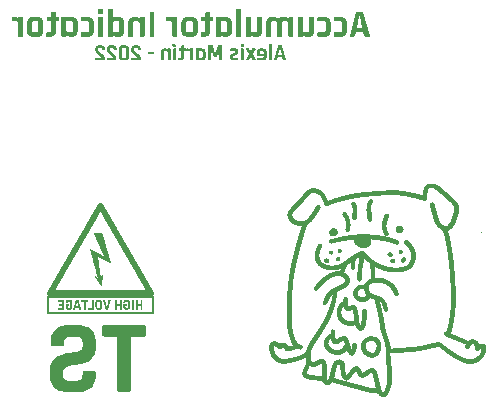
<source format=gbo>
G04*
G04 #@! TF.GenerationSoftware,Altium Limited,Altium Designer,22.11.1 (43)*
G04*
G04 Layer_Color=5220458*
%FSLAX44Y44*%
%MOMM*%
G71*
G04*
G04 #@! TF.SameCoordinates,647DE173-6EC2-479C-8ABE-F2EAD9736DF7*
G04*
G04*
G04 #@! TF.FilePolarity,Positive*
G04*
G01*
G75*
G36*
X426283Y249695D02*
X427127D01*
Y249273D01*
X427972D01*
Y248850D01*
X428395D01*
Y248428D01*
X429240D01*
Y248006D01*
X429662D01*
Y247583D01*
X430084D01*
Y247161D01*
X430507D01*
Y246738D01*
X431351D01*
Y246316D01*
X431774D01*
Y245893D01*
X432196D01*
Y245471D01*
X432619D01*
Y245049D01*
X433041D01*
Y244626D01*
X433463D01*
Y244204D01*
X433886D01*
Y243782D01*
X434731D01*
Y243359D01*
X435153D01*
Y242937D01*
X435575D01*
Y242514D01*
X435998D01*
Y242092D01*
X436420D01*
Y241670D01*
X436843D01*
Y241247D01*
X437265D01*
Y240825D01*
X438110D01*
Y240402D01*
X438532D01*
Y239980D01*
X438955D01*
Y239558D01*
X439377D01*
Y239135D01*
X439799D01*
Y238713D01*
X440222D01*
Y238290D01*
X440644D01*
Y237868D01*
X441067D01*
Y237446D01*
X441489D01*
Y237023D01*
X441911D01*
Y236601D01*
X442334D01*
Y236178D01*
X442756D01*
Y235756D01*
X443178D01*
Y235334D01*
X443601D01*
Y234489D01*
X444023D01*
Y234067D01*
X444446D01*
Y233222D01*
X444868D01*
Y232377D01*
X445290D01*
Y230687D01*
X445713D01*
Y227308D01*
X445290D01*
Y225196D01*
X444868D01*
Y223507D01*
X444446D01*
Y222239D01*
X444023D01*
Y220972D01*
X443601D01*
Y219705D01*
X443178D01*
Y218860D01*
X442756D01*
Y217593D01*
X442334D01*
Y216748D01*
X441911D01*
Y215903D01*
X441489D01*
Y215481D01*
X441067D01*
Y214636D01*
X440644D01*
Y214214D01*
X440222D01*
Y213369D01*
X439799D01*
Y212947D01*
X439377D01*
Y212524D01*
X438532D01*
Y212102D01*
X438110D01*
Y211680D01*
X437687D01*
Y211257D01*
X436843D01*
Y210835D01*
X436420D01*
Y209145D01*
X436843D01*
Y207456D01*
X437265D01*
Y206189D01*
X437687D01*
Y204076D01*
X438110D01*
Y201964D01*
X438532D01*
Y199853D01*
X438955D01*
Y197318D01*
X439377D01*
Y194784D01*
X439799D01*
Y192250D01*
X440222D01*
Y189293D01*
X440644D01*
Y185914D01*
X441067D01*
Y181690D01*
X441489D01*
Y176621D01*
X441911D01*
Y170707D01*
X442334D01*
Y164371D01*
X442756D01*
Y145364D01*
X442334D01*
Y140717D01*
X441911D01*
Y137338D01*
X441489D01*
Y134804D01*
X441067D01*
Y132269D01*
X440644D01*
Y130157D01*
X440222D01*
Y128046D01*
X439799D01*
Y126356D01*
X439377D01*
Y125089D01*
X438955D01*
Y123399D01*
X439799D01*
Y122977D01*
X440644D01*
Y122554D01*
X441911D01*
Y122132D01*
X442756D01*
Y121710D01*
X443601D01*
Y121287D01*
X444868D01*
Y120865D01*
X445713D01*
Y120442D01*
X446558D01*
Y120020D01*
X447402D01*
Y119598D01*
X448670D01*
Y119175D01*
X449514D01*
Y118753D01*
X450359D01*
Y118330D01*
X451626D01*
Y117908D01*
X452471D01*
Y117486D01*
X454161D01*
Y117908D01*
X454583D01*
Y118330D01*
X455850D01*
Y118753D01*
X458385D01*
Y118330D01*
X459652D01*
Y117908D01*
X460074D01*
Y117486D01*
X460919D01*
Y117063D01*
X461341D01*
Y116218D01*
X461764D01*
Y115796D01*
X462186D01*
Y114951D01*
X466833D01*
Y114529D01*
X467677D01*
Y114107D01*
X468100D01*
Y113684D01*
X468522D01*
Y113262D01*
X468945D01*
Y108615D01*
X468522D01*
Y107348D01*
X468100D01*
Y106081D01*
X467677D01*
Y105236D01*
X467255D01*
Y104814D01*
X466833D01*
Y103969D01*
X466410D01*
Y103547D01*
X465988D01*
Y103124D01*
X465565D01*
Y102279D01*
X465143D01*
Y101857D01*
X464721D01*
Y101435D01*
X463876D01*
Y101012D01*
X463453D01*
Y100590D01*
X463031D01*
Y100167D01*
X462186D01*
Y99745D01*
X461341D01*
Y99323D01*
X460497D01*
Y98900D01*
X459652D01*
Y98478D01*
X458385D01*
Y98055D01*
X456695D01*
Y97633D01*
X452893D01*
Y98055D01*
X451204D01*
Y98478D01*
X449937D01*
Y98900D01*
X448670D01*
Y99323D01*
X447825D01*
Y99745D01*
X446980D01*
Y100167D01*
X446135D01*
Y100590D01*
X445290D01*
Y101012D01*
X444446D01*
Y101435D01*
X443601D01*
Y101857D01*
X442756D01*
Y102279D01*
X441911D01*
Y102702D01*
X441489D01*
Y103124D01*
X440644D01*
Y103547D01*
X439799D01*
Y103969D01*
X439377D01*
Y104391D01*
X438532D01*
Y104814D01*
X438110D01*
Y105236D01*
X437265D01*
Y105659D01*
X436843D01*
Y106081D01*
X436420D01*
Y106503D01*
X435575D01*
Y106926D01*
X435153D01*
Y107348D01*
X434731D01*
Y107771D01*
X434308D01*
Y108193D01*
X433463D01*
Y108615D01*
X433041D01*
Y109038D01*
X432619D01*
Y109460D01*
X431774D01*
Y109882D01*
X431351D01*
Y110305D01*
X430929D01*
Y110727D01*
X430507D01*
Y111150D01*
X429662D01*
Y111572D01*
X429240D01*
Y111994D01*
X425860D01*
Y111572D01*
X424171D01*
Y111150D01*
X422059D01*
Y110727D01*
X420369D01*
Y110305D01*
X418680D01*
Y109882D01*
X416568D01*
Y109460D01*
X414456D01*
Y109038D01*
X412344D01*
Y108615D01*
X409387D01*
Y108193D01*
X405163D01*
Y107771D01*
X398827D01*
Y107348D01*
X388690D01*
Y106926D01*
X387422D01*
Y104814D01*
X387845D01*
Y99745D01*
X388267D01*
Y95943D01*
X388690D01*
Y92142D01*
X389112D01*
Y82427D01*
X388690D01*
Y79893D01*
X388267D01*
Y78203D01*
X387845D01*
Y77358D01*
X387422D01*
Y76091D01*
X387000D01*
Y74824D01*
X386578D01*
Y74401D01*
X386155D01*
Y73134D01*
X385733D01*
Y72289D01*
X385310D01*
Y71867D01*
X384888D01*
Y71445D01*
X384466D01*
Y71022D01*
X384043D01*
Y70600D01*
X383621D01*
Y70177D01*
X383198D01*
Y69755D01*
X379819D01*
Y70177D01*
X379397D01*
Y70600D01*
X378552D01*
Y71022D01*
X378130D01*
Y71867D01*
X377707D01*
Y72289D01*
X377285D01*
Y72712D01*
X376440D01*
Y73134D01*
X372639D01*
Y73557D01*
X369682D01*
Y73979D01*
X367570D01*
Y74401D01*
X365880D01*
Y74824D01*
X364191D01*
Y75246D01*
X362924D01*
Y75669D01*
X361234D01*
Y76091D01*
X359967D01*
Y76513D01*
X358277D01*
Y76936D01*
X356588D01*
Y77358D01*
X355320D01*
Y77780D01*
X353631D01*
Y78203D01*
X352364D01*
Y78625D01*
X350674D01*
Y79048D01*
X349407D01*
Y79470D01*
X347717D01*
Y79893D01*
X346450D01*
Y80315D01*
X344761D01*
Y80737D01*
X343493D01*
Y81160D01*
X341804D01*
Y81582D01*
X340537D01*
Y82004D01*
X338847D01*
Y82427D01*
X338002D01*
Y81582D01*
X337580D01*
Y81160D01*
X337157D01*
Y80737D01*
X336313D01*
Y80315D01*
X335468D01*
Y79893D01*
X332934D01*
Y80315D01*
X332089D01*
Y80737D01*
X331666D01*
Y81160D01*
X331244D01*
Y81582D01*
X330821D01*
Y82004D01*
X330399D01*
Y82849D01*
X329977D01*
Y83272D01*
X329554D01*
Y83694D01*
X325753D01*
Y84116D01*
X322374D01*
Y84539D01*
X318572D01*
Y84961D01*
X316882D01*
Y85384D01*
X316038D01*
Y85806D01*
X315193D01*
Y86228D01*
X314771D01*
Y86651D01*
X314348D01*
Y87073D01*
X313926D01*
Y87496D01*
X313503D01*
Y88763D01*
X313081D01*
Y91297D01*
X313503D01*
Y92564D01*
X313926D01*
Y93409D01*
X314348D01*
Y94676D01*
X314771D01*
Y95521D01*
X315193D01*
Y96366D01*
X315615D01*
Y97211D01*
X316038D01*
Y98055D01*
X316460D01*
Y101435D01*
X316038D01*
Y103124D01*
X315615D01*
Y102702D01*
X314771D01*
Y102279D01*
X313926D01*
Y101857D01*
X312659D01*
Y101435D01*
X311814D01*
Y101012D01*
X310547D01*
Y100590D01*
X309279D01*
Y100167D01*
X308012D01*
Y99745D01*
X306323D01*
Y99323D01*
X304633D01*
Y98900D01*
X302943D01*
Y98478D01*
X300409D01*
Y98055D01*
X295340D01*
Y98478D01*
X294073D01*
Y98900D01*
X292806D01*
Y99323D01*
X291961D01*
Y99745D01*
X291116D01*
Y100167D01*
X290272D01*
Y100590D01*
X289849D01*
Y101012D01*
X289427D01*
Y101435D01*
X289004D01*
Y101857D01*
X288582D01*
Y102279D01*
X288160D01*
Y102702D01*
X287737D01*
Y103547D01*
X287315D01*
Y103969D01*
X286893D01*
Y104814D01*
X286470D01*
Y106081D01*
X286048D01*
Y107348D01*
X285625D01*
Y109038D01*
X285203D01*
Y113684D01*
X285625D01*
Y114951D01*
X286048D01*
Y115374D01*
X286470D01*
Y115796D01*
X286893D01*
Y116218D01*
X287315D01*
Y116641D01*
X288582D01*
Y117063D01*
X290694D01*
Y116641D01*
X291961D01*
Y116218D01*
X292806D01*
Y115796D01*
X294073D01*
Y115374D01*
X294496D01*
Y115796D01*
X298297D01*
Y115374D01*
X299142D01*
Y114951D01*
X299987D01*
Y114529D01*
X300409D01*
Y114107D01*
X300832D01*
Y113262D01*
X301254D01*
Y112839D01*
X302521D01*
Y113262D01*
X305056D01*
Y114107D01*
X304633D01*
Y114951D01*
X304211D01*
Y115796D01*
X303788D01*
Y117063D01*
X303366D01*
Y117908D01*
X302943D01*
Y119175D01*
X302521D01*
Y120442D01*
X302099D01*
Y121710D01*
X301676D01*
Y122977D01*
X301254D01*
Y125089D01*
X300832D01*
Y127623D01*
X300409D01*
Y132692D01*
X299987D01*
Y153389D01*
X300409D01*
Y160147D01*
X300832D01*
Y164794D01*
X301254D01*
Y168595D01*
X301676D01*
Y171552D01*
X302099D01*
Y174509D01*
X302521D01*
Y177043D01*
X302943D01*
Y179155D01*
X303366D01*
Y181267D01*
X303788D01*
Y183379D01*
X304211D01*
Y185069D01*
X304633D01*
Y186758D01*
X305056D01*
Y188448D01*
X305478D01*
Y190560D01*
X305900D01*
Y192250D01*
X306323D01*
Y193939D01*
X306745D01*
Y195629D01*
X307167D01*
Y197318D01*
X307590D01*
Y199008D01*
X308012D01*
Y200275D01*
X308435D01*
Y201964D01*
X308857D01*
Y203232D01*
X309279D01*
Y204921D01*
X309702D01*
Y206189D01*
X310124D01*
Y207456D01*
X310547D01*
Y208723D01*
X310969D01*
Y209990D01*
X311391D01*
Y211257D01*
X311814D01*
Y212524D01*
X312236D01*
Y213792D01*
X312659D01*
Y214636D01*
X310969D01*
Y215059D01*
X308857D01*
Y215481D01*
X307167D01*
Y215903D01*
X306323D01*
Y216326D01*
X305478D01*
Y216748D01*
X304633D01*
Y217171D01*
X304211D01*
Y217593D01*
X303788D01*
Y218015D01*
X303366D01*
Y218438D01*
X302943D01*
Y218860D01*
X302521D01*
Y219283D01*
X302099D01*
Y220128D01*
X301676D01*
Y220972D01*
X301254D01*
Y221817D01*
X300832D01*
Y223507D01*
X300409D01*
Y224774D01*
X300832D01*
Y226463D01*
X301254D01*
Y227308D01*
X301676D01*
Y228153D01*
X302099D01*
Y228575D01*
X302521D01*
Y228998D01*
X302943D01*
Y229420D01*
X303366D01*
Y230265D01*
X303788D01*
Y230687D01*
X304211D01*
Y231110D01*
X304633D01*
Y231532D01*
X305056D01*
Y231954D01*
X305478D01*
Y232377D01*
X305900D01*
Y232799D01*
X306323D01*
Y233222D01*
X306745D01*
Y233644D01*
X307167D01*
Y234067D01*
X307590D01*
Y234489D01*
X308012D01*
Y234911D01*
X308435D01*
Y235334D01*
X308857D01*
Y235756D01*
X309279D01*
Y236178D01*
X309702D01*
Y236601D01*
X310124D01*
Y237023D01*
X310547D01*
Y237446D01*
X310969D01*
Y237868D01*
X311391D01*
Y238713D01*
X311814D01*
Y239135D01*
X312236D01*
Y239558D01*
X312659D01*
Y239980D01*
X313081D01*
Y240402D01*
X313503D01*
Y240825D01*
X313926D01*
Y241670D01*
X314348D01*
Y242092D01*
X314771D01*
Y242514D01*
X315193D01*
Y242937D01*
X315615D01*
Y243359D01*
X316038D01*
Y243782D01*
X316460D01*
Y244204D01*
X316882D01*
Y244626D01*
X317305D01*
Y245049D01*
X317727D01*
Y245471D01*
X318572D01*
Y245893D01*
X319417D01*
Y246316D01*
X320684D01*
Y246738D01*
X324908D01*
Y246316D01*
X326175D01*
Y245893D01*
X327020D01*
Y245471D01*
X327865D01*
Y245049D01*
X328710D01*
Y244626D01*
X329132D01*
Y244204D01*
X329977D01*
Y243782D01*
X330399D01*
Y243359D01*
X330821D01*
Y242937D01*
X331244D01*
Y242092D01*
X331666D01*
Y241670D01*
X332089D01*
Y241247D01*
X332511D01*
Y240402D01*
X332934D01*
Y239558D01*
X333356D01*
Y238713D01*
X333778D01*
Y237868D01*
X334201D01*
Y236601D01*
X334623D01*
Y236178D01*
X335468D01*
Y236601D01*
X336735D01*
Y237023D01*
X338002D01*
Y237446D01*
X338847D01*
Y237868D01*
X340114D01*
Y238290D01*
X341804D01*
Y238713D01*
X343071D01*
Y239135D01*
X344338D01*
Y239558D01*
X345605D01*
Y239980D01*
X347295D01*
Y240402D01*
X348984D01*
Y240825D01*
X350674D01*
Y241247D01*
X352786D01*
Y241670D01*
X354898D01*
Y242092D01*
X357010D01*
Y242514D01*
X359967D01*
Y242937D01*
X362924D01*
Y243359D01*
X367147D01*
Y243782D01*
X372216D01*
Y244204D01*
X377707D01*
Y244626D01*
X384043D01*
Y245049D01*
X395025D01*
Y244626D01*
X398405D01*
Y244204D01*
X400939D01*
Y243782D01*
X403051D01*
Y243359D01*
X405163D01*
Y242937D01*
X407275D01*
Y242514D01*
X408965D01*
Y242092D01*
X410654D01*
Y241670D01*
X412344D01*
Y241247D01*
X414033D01*
Y240825D01*
X414878D01*
Y242514D01*
X415300D01*
Y245049D01*
X415723D01*
Y246738D01*
X416145D01*
Y247583D01*
X416568D01*
Y248428D01*
X416990D01*
Y248850D01*
X417412D01*
Y249273D01*
X417835D01*
Y249695D01*
X418257D01*
Y250117D01*
X426283D01*
Y249695D01*
D02*
G37*
G36*
X465143Y209145D02*
X464721D01*
Y209568D01*
X465143D01*
Y209145D01*
D02*
G37*
G36*
X142747Y234279D02*
X143148D01*
Y234145D01*
X143415D01*
Y234011D01*
X143549D01*
Y233877D01*
X143817D01*
Y233743D01*
X143951D01*
Y233610D01*
X144084D01*
Y233342D01*
X144218D01*
Y233209D01*
X144352D01*
Y232941D01*
X144486D01*
Y232673D01*
X144619D01*
Y232540D01*
X144753D01*
Y232272D01*
X144887D01*
Y232005D01*
X145020D01*
Y231737D01*
X145154D01*
Y231604D01*
X145288D01*
Y231336D01*
X145422D01*
Y231069D01*
X145555D01*
Y230801D01*
X145689D01*
Y230667D01*
X145823D01*
Y230400D01*
X145957D01*
Y230132D01*
X146090D01*
Y229999D01*
X146224D01*
Y229731D01*
X146358D01*
Y229464D01*
X146492D01*
Y229196D01*
X146625D01*
Y229062D01*
X146759D01*
Y228795D01*
X146893D01*
Y228527D01*
X147027D01*
Y228260D01*
X147160D01*
Y228126D01*
X147294D01*
Y227859D01*
X147428D01*
Y227591D01*
X147562D01*
Y227324D01*
X147695D01*
Y227190D01*
X147829D01*
Y226922D01*
X147963D01*
Y226655D01*
X148097D01*
Y226521D01*
X148230D01*
Y226254D01*
X148364D01*
Y225986D01*
X148498D01*
Y225719D01*
X148632D01*
Y225585D01*
X148765D01*
Y225317D01*
X148899D01*
Y225050D01*
X149033D01*
Y224783D01*
X149167D01*
Y224649D01*
X149300D01*
Y224381D01*
X149434D01*
Y224114D01*
X149568D01*
Y223846D01*
X149702D01*
Y223713D01*
X149835D01*
Y223445D01*
X149969D01*
Y223178D01*
X150103D01*
Y223044D01*
X150237D01*
Y222776D01*
X150370D01*
Y222509D01*
X150504D01*
Y222241D01*
X150638D01*
Y222108D01*
X150772D01*
Y221840D01*
X150905D01*
Y221573D01*
X151039D01*
Y221305D01*
X151173D01*
Y221171D01*
X151306D01*
Y220904D01*
X151440D01*
Y220636D01*
X151574D01*
Y220503D01*
X151708D01*
Y220235D01*
X151841D01*
Y219968D01*
X151975D01*
Y219700D01*
X152109D01*
Y219566D01*
X152243D01*
Y219299D01*
X152376D01*
Y219031D01*
X152510D01*
Y218764D01*
X152644D01*
Y218630D01*
X152778D01*
Y218363D01*
X152912D01*
Y218095D01*
X153045D01*
Y217828D01*
X153179D01*
Y217694D01*
X153313D01*
Y217426D01*
X153447D01*
Y217159D01*
X153580D01*
Y217025D01*
X153714D01*
Y216758D01*
X153848D01*
Y216490D01*
X153981D01*
Y216223D01*
X154115D01*
Y216089D01*
X154249D01*
Y215821D01*
X154383D01*
Y215554D01*
X154516D01*
Y215287D01*
X154650D01*
Y215153D01*
X154784D01*
Y214885D01*
X154918D01*
Y214618D01*
X155051D01*
Y214350D01*
X155185D01*
Y214217D01*
X155319D01*
Y213949D01*
X155453D01*
Y213682D01*
X155586D01*
Y213548D01*
X155720D01*
Y213280D01*
X155854D01*
Y213013D01*
X155988D01*
Y212745D01*
X156121D01*
Y212612D01*
X156255D01*
Y212344D01*
X156389D01*
Y212077D01*
X156523D01*
Y211809D01*
X156656D01*
Y211675D01*
X156790D01*
Y211408D01*
X156924D01*
Y211140D01*
X157058D01*
Y210873D01*
X157191D01*
Y210739D01*
X157325D01*
Y210472D01*
X157459D01*
Y210204D01*
X157593D01*
Y210070D01*
X157726D01*
Y209803D01*
X157860D01*
Y209536D01*
X157994D01*
Y209268D01*
X158128D01*
Y209134D01*
X158261D01*
Y208867D01*
X158395D01*
Y208599D01*
X158529D01*
Y208332D01*
X158663D01*
Y208198D01*
X158796D01*
Y207931D01*
X158930D01*
Y207663D01*
X159064D01*
Y207529D01*
X159198D01*
Y207262D01*
X159331D01*
Y206994D01*
X159465D01*
Y206727D01*
X159599D01*
Y206593D01*
X159733D01*
Y206326D01*
X159866D01*
Y206058D01*
X160000D01*
Y205791D01*
X160134D01*
Y205657D01*
X160268D01*
Y205389D01*
X160401D01*
Y205122D01*
X160535D01*
Y204854D01*
X160669D01*
Y204721D01*
X160802D01*
Y204453D01*
X160936D01*
Y204186D01*
X161070D01*
Y204052D01*
X161204D01*
Y203784D01*
X161338D01*
Y203517D01*
X161471D01*
Y203249D01*
X161605D01*
Y203116D01*
X161739D01*
Y202848D01*
X161872D01*
Y202581D01*
X162006D01*
Y202313D01*
X162140D01*
Y202180D01*
X162274D01*
Y201912D01*
X162407D01*
Y201644D01*
X162541D01*
Y201377D01*
X162675D01*
Y201243D01*
X162809D01*
Y200976D01*
X162942D01*
Y200708D01*
X163076D01*
Y200574D01*
X163210D01*
Y200307D01*
X163344D01*
Y200040D01*
X163477D01*
Y199772D01*
X163611D01*
Y199638D01*
X163745D01*
Y199371D01*
X163879D01*
Y199103D01*
X164012D01*
Y198836D01*
X164146D01*
Y198702D01*
X164280D01*
Y198435D01*
X164414D01*
Y198167D01*
X164547D01*
Y197900D01*
X164681D01*
Y197766D01*
X164815D01*
Y197498D01*
X164949D01*
Y197231D01*
X165082D01*
Y197097D01*
X165216D01*
Y196830D01*
X165350D01*
Y196562D01*
X165484D01*
Y196295D01*
X165617D01*
Y196161D01*
X165751D01*
Y195893D01*
X165885D01*
Y195626D01*
X166019D01*
Y195358D01*
X166152D01*
Y195225D01*
X166286D01*
Y194957D01*
X166420D01*
Y194690D01*
X166553D01*
Y194422D01*
X166687D01*
Y194288D01*
X166821D01*
Y194021D01*
X166955D01*
Y193753D01*
X167089D01*
Y193620D01*
X167222D01*
Y193352D01*
X167356D01*
Y193085D01*
X167490D01*
Y192817D01*
X167624D01*
Y192684D01*
X167757D01*
Y192416D01*
X167891D01*
Y192148D01*
X168025D01*
Y191881D01*
X168158D01*
Y191747D01*
X168292D01*
Y191480D01*
X168426D01*
Y191212D01*
X168560D01*
Y191078D01*
X168694D01*
Y190811D01*
X168827D01*
Y190543D01*
X168961D01*
Y190276D01*
X169095D01*
Y190142D01*
X169228D01*
Y189875D01*
X169362D01*
Y189607D01*
X169496D01*
Y189340D01*
X169630D01*
Y189206D01*
X169763D01*
Y188939D01*
X169897D01*
Y188671D01*
X170031D01*
Y188404D01*
X170165D01*
Y188270D01*
X170298D01*
Y188002D01*
X170432D01*
Y187735D01*
X170566D01*
Y187601D01*
X170700D01*
Y187334D01*
X170833D01*
Y187066D01*
X170967D01*
Y186799D01*
X171101D01*
Y186665D01*
X171235D01*
Y186397D01*
X171368D01*
Y186130D01*
X171502D01*
Y185863D01*
X171636D01*
Y185729D01*
X171770D01*
Y185461D01*
X171903D01*
Y185194D01*
X172037D01*
Y184926D01*
X172171D01*
Y184792D01*
X172305D01*
Y184525D01*
X172438D01*
Y184258D01*
X172572D01*
Y184124D01*
X172706D01*
Y183856D01*
X172840D01*
Y183589D01*
X172973D01*
Y183321D01*
X173107D01*
Y183188D01*
X173241D01*
Y182920D01*
X173375D01*
Y182653D01*
X173508D01*
Y182385D01*
X173642D01*
Y182251D01*
X173776D01*
Y181984D01*
X173910D01*
Y181716D01*
X174043D01*
Y181449D01*
X174177D01*
Y181315D01*
X174311D01*
Y181048D01*
X174445D01*
Y180780D01*
X174578D01*
Y180646D01*
X174712D01*
Y180379D01*
X174846D01*
Y180111D01*
X174979D01*
Y179844D01*
X175113D01*
Y179710D01*
X175247D01*
Y179443D01*
X175381D01*
Y179175D01*
X175515D01*
Y178908D01*
X175648D01*
Y178774D01*
X175782D01*
Y178507D01*
X175916D01*
Y178239D01*
X176049D01*
Y178105D01*
X176183D01*
Y177838D01*
X176317D01*
Y177570D01*
X176451D01*
Y177303D01*
X176584D01*
Y177169D01*
X176718D01*
Y176901D01*
X176852D01*
Y176634D01*
X176986D01*
Y176367D01*
X177120D01*
Y176233D01*
X177253D01*
Y175965D01*
X177387D01*
Y175698D01*
X177521D01*
Y175430D01*
X177654D01*
Y175296D01*
X177788D01*
Y175029D01*
X177922D01*
Y174762D01*
X178056D01*
Y174628D01*
X178189D01*
Y174360D01*
X178323D01*
Y174093D01*
X178457D01*
Y173825D01*
X178591D01*
Y173692D01*
X178724D01*
Y173424D01*
X178858D01*
Y173157D01*
X178992D01*
Y172889D01*
X179126D01*
Y172755D01*
X179259D01*
Y172488D01*
X179393D01*
Y172220D01*
X179527D01*
Y171953D01*
X179661D01*
Y171819D01*
X179794D01*
Y171552D01*
X179928D01*
Y171284D01*
X180062D01*
Y171150D01*
X180196D01*
Y170883D01*
X180329D01*
Y170615D01*
X180463D01*
Y170348D01*
X180597D01*
Y170214D01*
X180731D01*
Y169947D01*
X180864D01*
Y169679D01*
X180998D01*
Y169412D01*
X181132D01*
Y169278D01*
X181266D01*
Y169011D01*
X181399D01*
Y168743D01*
X181533D01*
Y168475D01*
X181667D01*
Y168342D01*
X181801D01*
Y168074D01*
X181934D01*
Y167807D01*
X182068D01*
Y167673D01*
X182202D01*
Y167405D01*
X182336D01*
Y167138D01*
X182469D01*
Y166870D01*
X182603D01*
Y166737D01*
X182737D01*
Y166469D01*
X182871D01*
Y166202D01*
X183004D01*
Y165934D01*
X183138D01*
Y165801D01*
X183272D01*
Y165533D01*
X183405D01*
Y165266D01*
X183539D01*
Y165132D01*
X183673D01*
Y164864D01*
X183807D01*
Y164597D01*
X183941D01*
Y164329D01*
X184074D01*
Y164196D01*
X184208D01*
Y163928D01*
X184342D01*
Y163661D01*
X184475D01*
Y163393D01*
X184609D01*
Y163259D01*
X184743D01*
Y162992D01*
X184877D01*
Y162724D01*
X185011D01*
Y162457D01*
X185144D01*
Y162323D01*
X185278D01*
Y162056D01*
X185412D01*
Y161788D01*
X185546D01*
Y161654D01*
X185679D01*
Y161387D01*
X185813D01*
Y161119D01*
X185947D01*
Y160852D01*
X186080D01*
Y160718D01*
X186214D01*
Y160451D01*
X186348D01*
Y160183D01*
X186482D01*
Y159916D01*
X186615D01*
Y159782D01*
X186749D01*
Y159515D01*
X186883D01*
Y159247D01*
X187017D01*
Y158980D01*
X187150D01*
Y158846D01*
X187284D01*
Y158444D01*
X187418D01*
Y157107D01*
X187284D01*
Y156706D01*
X187150D01*
Y156438D01*
X187017D01*
Y156305D01*
X186883D01*
Y156171D01*
X186749D01*
Y156037D01*
X186615D01*
Y155903D01*
X186482D01*
Y155770D01*
X186348D01*
Y155636D01*
X186080D01*
Y155502D01*
X185679D01*
Y155368D01*
X187418D01*
Y140523D01*
X96872D01*
Y155368D01*
X98611D01*
Y155502D01*
X98209D01*
Y155636D01*
X97942D01*
Y155770D01*
X97808D01*
Y155903D01*
X97674D01*
Y156037D01*
X97541D01*
Y156171D01*
X97407D01*
Y156305D01*
X97273D01*
Y156438D01*
X97139D01*
Y156706D01*
X97006D01*
Y157107D01*
X96872D01*
Y158444D01*
X97006D01*
Y158712D01*
X97139D01*
Y158980D01*
X97273D01*
Y159247D01*
X97407D01*
Y159515D01*
X97541D01*
Y159782D01*
X97674D01*
Y159916D01*
X97808D01*
Y160183D01*
X97942D01*
Y160451D01*
X98076D01*
Y160585D01*
X98209D01*
Y160852D01*
X98343D01*
Y161119D01*
X98477D01*
Y161387D01*
X98611D01*
Y161521D01*
X98744D01*
Y161788D01*
X98878D01*
Y162056D01*
X99012D01*
Y162323D01*
X99146D01*
Y162457D01*
X99279D01*
Y162724D01*
X99413D01*
Y162992D01*
X99547D01*
Y163259D01*
X99681D01*
Y163393D01*
X99814D01*
Y163661D01*
X99948D01*
Y163928D01*
X100082D01*
Y164062D01*
X100216D01*
Y164329D01*
X100349D01*
Y164597D01*
X100483D01*
Y164864D01*
X100617D01*
Y164998D01*
X100751D01*
Y165266D01*
X100884D01*
Y165533D01*
X101018D01*
Y165801D01*
X101152D01*
Y165934D01*
X101285D01*
Y166202D01*
X101419D01*
Y166469D01*
X101553D01*
Y166737D01*
X101687D01*
Y166870D01*
X101820D01*
Y167138D01*
X101954D01*
Y167405D01*
X102088D01*
Y167539D01*
X102222D01*
Y167807D01*
X102355D01*
Y168074D01*
X102489D01*
Y168342D01*
X102623D01*
Y168475D01*
X102757D01*
Y168743D01*
X102891D01*
Y169011D01*
X103024D01*
Y169278D01*
X103158D01*
Y169412D01*
X103292D01*
Y169679D01*
X103426D01*
Y169947D01*
X103559D01*
Y170214D01*
X103693D01*
Y170348D01*
X103827D01*
Y170615D01*
X103960D01*
Y170883D01*
X104094D01*
Y171017D01*
X104228D01*
Y171284D01*
X104362D01*
Y171552D01*
X104495D01*
Y171819D01*
X104629D01*
Y171953D01*
X104763D01*
Y172220D01*
X104897D01*
Y172488D01*
X105030D01*
Y172755D01*
X105164D01*
Y172889D01*
X105298D01*
Y173157D01*
X105432D01*
Y173424D01*
X105565D01*
Y173558D01*
X105699D01*
Y173825D01*
X105833D01*
Y174093D01*
X105967D01*
Y174360D01*
X106100D01*
Y174494D01*
X106234D01*
Y174762D01*
X106368D01*
Y175029D01*
X106502D01*
Y175296D01*
X106635D01*
Y175430D01*
X106769D01*
Y175698D01*
X106903D01*
Y175965D01*
X107037D01*
Y176233D01*
X107170D01*
Y176367D01*
X107304D01*
Y176634D01*
X107438D01*
Y176901D01*
X107572D01*
Y177035D01*
X107705D01*
Y177303D01*
X107839D01*
Y177570D01*
X107973D01*
Y177838D01*
X108107D01*
Y177971D01*
X108240D01*
Y178239D01*
X108374D01*
Y178507D01*
X108508D01*
Y178774D01*
X108642D01*
Y178908D01*
X108775D01*
Y179175D01*
X108909D01*
Y179443D01*
X109043D01*
Y179710D01*
X109177D01*
Y179844D01*
X109310D01*
Y180111D01*
X109444D01*
Y180379D01*
X109578D01*
Y180513D01*
X109712D01*
Y180780D01*
X109845D01*
Y181048D01*
X109979D01*
Y181315D01*
X110113D01*
Y181449D01*
X110246D01*
Y181716D01*
X110380D01*
Y181984D01*
X110514D01*
Y182251D01*
X110648D01*
Y182385D01*
X110781D01*
Y182653D01*
X110915D01*
Y182920D01*
X111049D01*
Y183188D01*
X111183D01*
Y183321D01*
X111316D01*
Y183589D01*
X111450D01*
Y183856D01*
X111584D01*
Y183990D01*
X111718D01*
Y184258D01*
X111852D01*
Y184525D01*
X111985D01*
Y184792D01*
X112119D01*
Y184926D01*
X112253D01*
Y185194D01*
X112387D01*
Y185461D01*
X112520D01*
Y185729D01*
X112654D01*
Y185863D01*
X112788D01*
Y186130D01*
X112921D01*
Y186397D01*
X113055D01*
Y186665D01*
X113189D01*
Y186799D01*
X113323D01*
Y187066D01*
X113456D01*
Y187334D01*
X113590D01*
Y187467D01*
X113724D01*
Y187735D01*
X113858D01*
Y188002D01*
X113991D01*
Y188270D01*
X114125D01*
Y188404D01*
X114259D01*
Y188671D01*
X114393D01*
Y188939D01*
X114526D01*
Y189206D01*
X114660D01*
Y189340D01*
X114794D01*
Y189607D01*
X114928D01*
Y189875D01*
X115061D01*
Y190009D01*
X115195D01*
Y190276D01*
X115329D01*
Y190543D01*
X115463D01*
Y190811D01*
X115596D01*
Y190945D01*
X115730D01*
Y191212D01*
X115864D01*
Y191480D01*
X115998D01*
Y191747D01*
X116131D01*
Y191881D01*
X116265D01*
Y192148D01*
X116399D01*
Y192416D01*
X116533D01*
Y192684D01*
X116666D01*
Y192817D01*
X116800D01*
Y193085D01*
X116934D01*
Y193352D01*
X117068D01*
Y193486D01*
X117201D01*
Y193753D01*
X117335D01*
Y194021D01*
X117469D01*
Y194288D01*
X117603D01*
Y194422D01*
X117736D01*
Y194690D01*
X117870D01*
Y194957D01*
X118004D01*
Y195225D01*
X118138D01*
Y195358D01*
X118271D01*
Y195626D01*
X118405D01*
Y195893D01*
X118539D01*
Y196161D01*
X118673D01*
Y196295D01*
X118806D01*
Y196562D01*
X118940D01*
Y196830D01*
X119074D01*
Y196963D01*
X119207D01*
Y197231D01*
X119341D01*
Y197498D01*
X119475D01*
Y197766D01*
X119609D01*
Y197900D01*
X119742D01*
Y198167D01*
X119876D01*
Y198435D01*
X120010D01*
Y198702D01*
X120144D01*
Y198836D01*
X120278D01*
Y198970D01*
Y199103D01*
X120411D01*
Y199371D01*
X120545D01*
Y199638D01*
X120679D01*
Y199772D01*
X120812D01*
Y200040D01*
X120946D01*
Y200307D01*
X121080D01*
Y200441D01*
X121214D01*
Y200708D01*
X121347D01*
Y200976D01*
X121481D01*
Y201243D01*
X121615D01*
Y201377D01*
X121749D01*
Y201644D01*
X121882D01*
Y201912D01*
X122016D01*
Y202180D01*
X122150D01*
Y202313D01*
X122284D01*
Y202581D01*
X122417D01*
Y202848D01*
X122551D01*
Y202982D01*
X122685D01*
Y203249D01*
X122819D01*
Y203517D01*
X122952D01*
Y203784D01*
X123086D01*
Y203918D01*
X123220D01*
Y204186D01*
X123354D01*
Y204453D01*
X123487D01*
Y204721D01*
X123621D01*
Y204854D01*
X123755D01*
Y205122D01*
X123889D01*
Y205389D01*
X124022D01*
Y205657D01*
X124156D01*
Y205791D01*
X124290D01*
Y206058D01*
X124424D01*
Y206326D01*
X124557D01*
Y206459D01*
X124691D01*
Y206727D01*
X124825D01*
Y206994D01*
X124959D01*
Y207262D01*
X125092D01*
Y207395D01*
X125226D01*
Y207663D01*
X125360D01*
Y207931D01*
X125494D01*
Y208198D01*
X125627D01*
Y208332D01*
X125761D01*
Y208599D01*
X125895D01*
Y208867D01*
X126029D01*
Y209134D01*
X126162D01*
Y209268D01*
X126296D01*
Y209536D01*
X126430D01*
Y209803D01*
X126564D01*
Y209937D01*
X126697D01*
Y210204D01*
X126831D01*
Y210472D01*
X126965D01*
Y210739D01*
X127099D01*
Y210873D01*
X127232D01*
Y211140D01*
X127366D01*
Y211408D01*
X127500D01*
Y211675D01*
X127633D01*
Y211809D01*
X127767D01*
Y212077D01*
X127901D01*
Y212344D01*
X128035D01*
Y212612D01*
X128168D01*
Y212745D01*
X128302D01*
Y213013D01*
X128436D01*
Y213280D01*
X128570D01*
Y213414D01*
X128703D01*
Y213682D01*
X128837D01*
Y213949D01*
X128971D01*
Y214217D01*
X129105D01*
Y214350D01*
X129239D01*
Y214618D01*
X129372D01*
Y214885D01*
X129506D01*
Y215153D01*
X129640D01*
Y215287D01*
X129773D01*
Y215554D01*
X129907D01*
Y215821D01*
X130041D01*
Y216089D01*
X130175D01*
Y216223D01*
X130308D01*
Y216490D01*
X130442D01*
Y216758D01*
X130576D01*
Y216891D01*
X130710D01*
Y217159D01*
X130843D01*
Y217426D01*
X130977D01*
Y217694D01*
X131111D01*
Y217828D01*
X131245D01*
Y218095D01*
X131378D01*
Y218363D01*
X131512D01*
Y218630D01*
X131646D01*
Y218764D01*
X131780D01*
Y219031D01*
X131913D01*
Y219299D01*
X132047D01*
Y219433D01*
X132181D01*
Y219700D01*
X132315D01*
Y219968D01*
X132448D01*
Y220235D01*
X132582D01*
Y220369D01*
X132716D01*
Y220636D01*
X132850D01*
Y220904D01*
X132983D01*
Y221171D01*
X133117D01*
Y221305D01*
X133251D01*
Y221573D01*
X133385D01*
Y221840D01*
X133518D01*
Y222108D01*
X133652D01*
Y222241D01*
X133786D01*
Y222509D01*
X133919D01*
Y222776D01*
X134053D01*
Y222910D01*
X134187D01*
Y223178D01*
X134321D01*
Y223445D01*
X134454D01*
Y223713D01*
X134588D01*
Y223846D01*
X134722D01*
Y224114D01*
X134856D01*
Y224381D01*
X134990D01*
Y224649D01*
X135123D01*
Y224783D01*
X135257D01*
Y225050D01*
X135391D01*
Y225317D01*
X135525D01*
Y225585D01*
X135658D01*
Y225719D01*
X135792D01*
Y225986D01*
X135926D01*
Y226254D01*
X136060D01*
Y226388D01*
X136193D01*
Y226655D01*
X136327D01*
Y226922D01*
X136461D01*
Y227190D01*
X136594D01*
Y227324D01*
X136728D01*
Y227591D01*
X136862D01*
Y227859D01*
X136996D01*
Y228126D01*
X137129D01*
Y228260D01*
X137263D01*
Y228527D01*
X137397D01*
Y228795D01*
X137531D01*
Y229062D01*
X137664D01*
Y229196D01*
X137798D01*
Y229464D01*
X137932D01*
Y229731D01*
X138066D01*
Y229865D01*
X138199D01*
Y230132D01*
X138333D01*
Y230400D01*
X138467D01*
Y230667D01*
X138601D01*
Y230801D01*
X138734D01*
Y231069D01*
X138868D01*
Y231336D01*
X139002D01*
Y231604D01*
X139136D01*
Y231737D01*
X139269D01*
Y232005D01*
X139403D01*
Y232272D01*
X139537D01*
Y232406D01*
X139671D01*
Y232673D01*
X139804D01*
Y232941D01*
X139938D01*
Y233209D01*
X140072D01*
Y233342D01*
X140206D01*
Y233610D01*
X140339D01*
Y233743D01*
X140473D01*
Y233877D01*
X140741D01*
Y234011D01*
X140874D01*
Y234145D01*
X141142D01*
Y234279D01*
X141543D01*
Y234412D01*
X142747D01*
Y234279D01*
D02*
G37*
G36*
X179539Y130796D02*
X180031Y130673D01*
X180277Y130304D01*
X180523Y130057D01*
X180770Y129319D01*
Y129196D01*
Y129073D01*
Y123040D01*
X180647Y122424D01*
X180523Y121932D01*
X180154Y121686D01*
X179785Y121440D01*
X179169Y121193D01*
X168828D01*
X168212Y121070D01*
X167966Y120701D01*
X167843Y120331D01*
Y120208D01*
Y75887D01*
X167720Y75272D01*
X167473Y74779D01*
X167227Y74533D01*
X166858Y74287D01*
X166119Y74041D01*
X158363D01*
X157747Y74164D01*
X157255Y74287D01*
X157009Y74656D01*
X156763Y75026D01*
X156516Y75641D01*
Y75764D01*
Y75887D01*
Y120208D01*
X156393Y120824D01*
X156024Y121070D01*
X155654Y121193D01*
X145436D01*
X144820Y121316D01*
X144328Y121440D01*
X143959Y121809D01*
X143712Y122178D01*
X143466Y122794D01*
Y122917D01*
Y123040D01*
Y129073D01*
X143589Y129688D01*
X143712Y130181D01*
X144082Y130427D01*
X144451Y130673D01*
X145067Y130919D01*
X178923D01*
X179539Y130796D01*
D02*
G37*
G36*
X125984D02*
X128200Y130304D01*
X130047Y129688D01*
X131647Y129073D01*
X132878Y128334D01*
X133740Y127718D01*
X134233Y127226D01*
X134479Y127103D01*
X135710Y125625D01*
X136695Y123902D01*
X137310Y122055D01*
X137803Y120331D01*
X138049Y118854D01*
X138172Y117500D01*
X138295Y117007D01*
Y116761D01*
Y116515D01*
Y116392D01*
Y113314D01*
X138172Y111344D01*
X137926Y109621D01*
X137680Y108143D01*
X137187Y106789D01*
X136818Y105804D01*
X136572Y104942D01*
X136326Y104450D01*
X136202Y104327D01*
X135341Y103096D01*
X134479Y102111D01*
X133617Y101372D01*
X132878Y100756D01*
X132140Y100264D01*
X131524Y99895D01*
X131155Y99771D01*
X131032Y99648D01*
X128693Y98786D01*
X127584Y98540D01*
X126600Y98171D01*
X125615Y97925D01*
X124999Y97802D01*
X124507Y97678D01*
X124384D01*
X121798Y97186D01*
X120567Y97063D01*
X119582Y96940D01*
X118720Y96817D01*
X118105Y96694D01*
X117612D01*
X115519Y96324D01*
X114658Y96078D01*
X113919Y95709D01*
X113303Y95463D01*
X112811Y95216D01*
X112565Y95093D01*
X112442Y94970D01*
X111703Y94354D01*
X111210Y93739D01*
X110841Y93123D01*
X110595Y92508D01*
X110472Y91892D01*
X110349Y91400D01*
Y91153D01*
Y91030D01*
Y90045D01*
Y88814D01*
X110595Y87706D01*
X110718Y86845D01*
X110964Y86106D01*
X111210Y85613D01*
X111457Y85244D01*
X111580Y85121D01*
X111703Y84998D01*
X112318Y84628D01*
X113057Y84259D01*
X114658Y83890D01*
X115396D01*
X116012Y83767D01*
X121921D01*
X122906Y84013D01*
X123768Y84136D01*
X124507Y84382D01*
X124999Y84628D01*
X125368Y84752D01*
X125492Y84998D01*
X125615D01*
X126107Y85490D01*
X126353Y86229D01*
X126846Y87706D01*
Y88445D01*
X126969Y89061D01*
Y89430D01*
Y89553D01*
Y90292D01*
X127092Y90907D01*
X127215Y91400D01*
X127584Y91646D01*
X127831Y91892D01*
X128569Y92138D01*
X136326D01*
X136941Y92015D01*
X137434Y91892D01*
X137680Y91523D01*
X137926Y91277D01*
X138172Y90538D01*
Y90415D01*
Y90292D01*
Y88568D01*
X138049Y86106D01*
X137557Y83890D01*
X136941Y82043D01*
X136202Y80566D01*
X135587Y79335D01*
X134971Y78473D01*
X134479Y77857D01*
X134356Y77734D01*
X132755Y76503D01*
X131032Y75641D01*
X129185Y74903D01*
X127461Y74533D01*
X125861Y74287D01*
X124630Y74164D01*
X124137Y74041D01*
X113796D01*
X111334Y74164D01*
X109241Y74656D01*
X107394Y75272D01*
X105793Y75887D01*
X104685Y76626D01*
X103824Y77119D01*
X103208Y77611D01*
X103085Y77734D01*
X101731Y79335D01*
X100746Y81058D01*
X100130Y82782D01*
X99638Y84628D01*
X99391Y86106D01*
X99145Y87460D01*
Y87952D01*
Y88322D01*
Y88445D01*
Y88568D01*
Y91523D01*
X99268Y93370D01*
X99515Y95093D01*
X99761Y96571D01*
X100130Y97925D01*
X100623Y98910D01*
X100869Y99648D01*
X101115Y100141D01*
X101238Y100264D01*
X102100Y101495D01*
X102962Y102480D01*
X103824Y103342D01*
X104562Y103957D01*
X105301Y104450D01*
X105917Y104819D01*
X106286Y105065D01*
X106409D01*
X108625Y105927D01*
X110964Y106543D01*
X113180Y107035D01*
X115273Y107404D01*
X116997Y107651D01*
X118474Y107897D01*
X118967D01*
X119336Y108020D01*
X119705D01*
X120936Y108143D01*
X122044Y108389D01*
X123029Y108636D01*
X123891Y109005D01*
X124630Y109374D01*
X125245Y109867D01*
X126107Y110605D01*
X126600Y111467D01*
X126846Y112206D01*
X126969Y112698D01*
Y112822D01*
Y114545D01*
Y115899D01*
X126723Y117007D01*
X126600Y117992D01*
X126353Y118731D01*
X126107Y119223D01*
X125984Y119593D01*
X125738Y119716D01*
Y119839D01*
X125122Y120331D01*
X124384Y120578D01*
X122783Y121070D01*
X122044D01*
X121429Y121193D01*
X116135D01*
X115150Y120947D01*
X114288Y120824D01*
X113673Y120578D01*
X113180Y120331D01*
X112811Y120208D01*
X112565Y119962D01*
X112072Y119470D01*
X111826Y118731D01*
X111334Y117130D01*
Y116392D01*
X111210Y115899D01*
Y115407D01*
Y115284D01*
Y114791D01*
X111087Y114176D01*
X110841Y113683D01*
X110595Y113437D01*
X110225Y113191D01*
X109487Y112945D01*
X101731Y112945D01*
X101115Y113068D01*
X100623Y113191D01*
X100376Y113560D01*
X100130Y113930D01*
X99884Y114545D01*
Y114668D01*
Y114791D01*
Y116392D01*
X100007Y118854D01*
X100499Y121070D01*
X101115Y122917D01*
X101854Y124394D01*
X102592Y125625D01*
X103208Y126364D01*
X103701Y126980D01*
X103824Y127103D01*
X105424Y128334D01*
X107148Y129319D01*
X108994Y129934D01*
X110718Y130427D01*
X112318Y130673D01*
X113550Y130919D01*
X123522D01*
X125984Y130796D01*
D02*
G37*
G36*
X263125Y369020D02*
X263208Y368992D01*
X263319Y368853D01*
X263375Y368687D01*
Y368659D01*
Y368631D01*
Y366910D01*
X263347Y366771D01*
X263319Y366660D01*
X263264Y366605D01*
X263180Y366549D01*
X263042Y366494D01*
X261237D01*
X261098Y366521D01*
X261015Y366549D01*
X260904Y366716D01*
X260848Y366855D01*
Y366882D01*
Y366910D01*
Y368659D01*
X260876Y368798D01*
X260904Y368881D01*
X261043Y368992D01*
X261182Y369048D01*
X262986D01*
X263125Y369020D01*
D02*
G37*
G36*
X204630Y369020D02*
X204741Y368992D01*
X204935Y368853D01*
X205046Y368714D01*
X205074Y368687D01*
Y368659D01*
X205963Y366882D01*
X206018Y366743D01*
Y366632D01*
X205990Y366577D01*
X205935Y366521D01*
X205824Y366466D01*
X204491D01*
X204269Y366493D01*
X204075Y366605D01*
X203964Y366688D01*
X203936Y366716D01*
X202326Y368631D01*
X202242Y368742D01*
Y368826D01*
Y368881D01*
Y368909D01*
X202298Y368992D01*
X202409Y369020D01*
X202492Y369048D01*
X204463D01*
X204630Y369020D01*
D02*
G37*
G36*
X201298Y365161D02*
X201409Y365133D01*
X201465Y365050D01*
X201521Y364994D01*
X201576Y364828D01*
Y364800D01*
Y364772D01*
Y355416D01*
X201548Y355278D01*
X201521Y355167D01*
X201437Y355111D01*
X201354Y355056D01*
X201215Y355000D01*
X199466D01*
X199327Y355028D01*
X199216Y355056D01*
X199133Y355139D01*
X199077Y355222D01*
X199022Y355361D01*
Y355389D01*
Y355416D01*
Y361469D01*
X198994Y361746D01*
X198966Y361968D01*
X198883Y362190D01*
X198800Y362357D01*
X198578Y362635D01*
X198328Y362801D01*
X198078Y362912D01*
X197884Y362968D01*
X197717Y362995D01*
X196718D01*
X196523Y362940D01*
X196357Y362912D01*
X196246Y362857D01*
X196135Y362801D01*
X196079Y362773D01*
X196024Y362718D01*
X195940Y362607D01*
X195857Y362468D01*
X195774Y362163D01*
X195746Y362024D01*
Y361913D01*
Y361829D01*
Y361802D01*
Y355416D01*
X195718Y355278D01*
X195690Y355167D01*
X195607Y355111D01*
X195524Y355056D01*
X195385Y355000D01*
X193664D01*
X193525Y355028D01*
X193414Y355056D01*
X193331Y355139D01*
X193275Y355222D01*
X193220Y355361D01*
Y355389D01*
Y355416D01*
Y361913D01*
X193247Y362496D01*
X193358Y362995D01*
X193497Y363440D01*
X193719Y363801D01*
X193941Y364134D01*
X194219Y364384D01*
X194497Y364606D01*
X194774Y364772D01*
X195080Y364911D01*
X195357Y365022D01*
X195635Y365078D01*
X195857Y365133D01*
X196079Y365161D01*
X196218Y365189D01*
X196995D01*
X197523Y365133D01*
X197939Y365022D01*
X198300Y364856D01*
X198550Y364661D01*
X198744Y364439D01*
X198883Y364273D01*
X198939Y364161D01*
X198966Y364106D01*
X199022D01*
Y364772D01*
X199050Y364911D01*
X199077Y365022D01*
X199161Y365078D01*
X199244Y365133D01*
X199383Y365189D01*
X201160D01*
X201298Y365161D01*
D02*
G37*
G36*
X220260D02*
X220371Y365133D01*
X220427Y365050D01*
X220482Y364994D01*
X220538Y364828D01*
Y364800D01*
Y364772D01*
Y355416D01*
X220510Y355278D01*
X220482Y355167D01*
X220399Y355111D01*
X220315Y355056D01*
X220177Y355000D01*
X218428D01*
X218289Y355028D01*
X218178Y355056D01*
X218095Y355139D01*
X218039Y355222D01*
X217983Y355361D01*
Y355389D01*
Y355416D01*
Y361413D01*
X217956Y361691D01*
X217928Y361940D01*
X217845Y362135D01*
X217761Y362329D01*
X217678Y362496D01*
X217539Y362607D01*
X217290Y362801D01*
X217040Y362912D01*
X216845Y362968D01*
X216679Y362995D01*
X215096D01*
X214985Y363023D01*
X214957Y363051D01*
X214930D01*
X214874Y363134D01*
X214846Y363245D01*
Y363356D01*
Y363384D01*
Y364772D01*
X214874Y364911D01*
X214902Y365022D01*
X214957Y365078D01*
X215041Y365133D01*
X215180Y365189D01*
X215957D01*
X216401Y365133D01*
X216595Y365105D01*
X216790Y365050D01*
X216929Y364994D01*
X217040Y364967D01*
X217123Y364911D01*
X217151D01*
X217345Y364800D01*
X217512Y364661D01*
X217650Y364522D01*
X217734Y364384D01*
X217817Y364273D01*
X217873Y364161D01*
X217928Y364106D01*
Y364078D01*
X217983D01*
Y364772D01*
X218011Y364911D01*
X218039Y365022D01*
X218122Y365078D01*
X218206Y365133D01*
X218344Y365189D01*
X220121D01*
X220260Y365161D01*
D02*
G37*
G36*
X173592Y367798D02*
X174091Y367687D01*
X174508Y367576D01*
X174841Y367410D01*
X175119Y367271D01*
X175313Y367132D01*
X175452Y367021D01*
X175480Y366993D01*
X175757Y366660D01*
X175979Y366271D01*
X176118Y365883D01*
X176229Y365494D01*
X176285Y365133D01*
X176312Y364856D01*
X176340Y364744D01*
Y364661D01*
Y364633D01*
Y364606D01*
Y363912D01*
X176312Y363773D01*
X176257Y363662D01*
X176201Y363606D01*
X176118Y363551D01*
X175951Y363495D01*
X174202D01*
X174064Y363523D01*
X173953Y363551D01*
X173897Y363634D01*
X173842Y363717D01*
X173786Y363856D01*
Y363884D01*
Y363912D01*
Y364550D01*
Y364772D01*
X173758Y364967D01*
X173703Y365105D01*
X173647Y365244D01*
X173619Y365327D01*
X173564Y365383D01*
X173536Y365439D01*
X173425Y365522D01*
X173286Y365605D01*
X172981Y365688D01*
X172842Y365716D01*
X171704D01*
X171510Y365661D01*
X171343Y365633D01*
X171204Y365577D01*
X171093Y365522D01*
X171038Y365494D01*
X170982Y365439D01*
X170871Y365327D01*
X170816Y365189D01*
X170704Y364911D01*
Y364772D01*
X170677Y364661D01*
Y364578D01*
Y364550D01*
Y363967D01*
X170704Y363662D01*
X170816Y363356D01*
X170954Y363079D01*
X171121Y362829D01*
X171315Y362635D01*
X171454Y362496D01*
X171565Y362385D01*
X171593Y362357D01*
X175257Y359248D01*
X175591Y358942D01*
X175840Y358609D01*
X176007Y358276D01*
X176118Y357971D01*
X176201Y357721D01*
X176229Y357499D01*
X176257Y357360D01*
Y357304D01*
Y355416D01*
X176229Y355278D01*
X176201Y355167D01*
X176118Y355111D01*
X176035Y355056D01*
X175896Y355000D01*
X168622D01*
X168484Y355028D01*
X168372Y355056D01*
X168317Y355139D01*
X168261Y355222D01*
X168206Y355361D01*
Y355389D01*
Y355416D01*
Y356805D01*
X168234Y356943D01*
X168261Y357054D01*
X168345Y357110D01*
X168400Y357165D01*
X168567Y357221D01*
X173397D01*
Y357554D01*
X173370Y357721D01*
X173286Y357887D01*
X173203Y357998D01*
X173175Y358026D01*
X169400Y361219D01*
X169178Y361413D01*
X169011Y361635D01*
X168706Y362052D01*
X168484Y362496D01*
X168345Y362884D01*
X168261Y363245D01*
X168234Y363551D01*
X168206Y363662D01*
Y363745D01*
Y363773D01*
Y363801D01*
Y364606D01*
X168234Y365161D01*
X168345Y365633D01*
X168484Y366049D01*
X168622Y366382D01*
X168789Y366660D01*
X168928Y366827D01*
X169039Y366965D01*
X169067Y366993D01*
X169427Y367271D01*
X169816Y367465D01*
X170205Y367632D01*
X170621Y367715D01*
X170954Y367771D01*
X171260Y367826D01*
X173036D01*
X173592Y367798D01*
D02*
G37*
G36*
X153020D02*
X153520Y367687D01*
X153936Y367576D01*
X154269Y367410D01*
X154547Y367271D01*
X154741Y367132D01*
X154880Y367021D01*
X154908Y366993D01*
X155185Y366660D01*
X155407Y366271D01*
X155546Y365883D01*
X155657Y365494D01*
X155713Y365133D01*
X155741Y364856D01*
X155768Y364744D01*
Y364661D01*
Y364633D01*
Y364606D01*
Y363912D01*
X155741Y363773D01*
X155685Y363662D01*
X155630Y363606D01*
X155546Y363551D01*
X155380Y363495D01*
X153631D01*
X153492Y363523D01*
X153381Y363551D01*
X153325Y363634D01*
X153270Y363717D01*
X153214Y363856D01*
Y363884D01*
Y363912D01*
Y364550D01*
Y364772D01*
X153187Y364967D01*
X153131Y365105D01*
X153076Y365244D01*
X153048Y365327D01*
X152992Y365383D01*
X152964Y365439D01*
X152853Y365522D01*
X152715Y365605D01*
X152409Y365688D01*
X152270Y365716D01*
X151132D01*
X150938Y365661D01*
X150771Y365633D01*
X150632Y365577D01*
X150521Y365522D01*
X150466Y365494D01*
X150410Y365439D01*
X150299Y365327D01*
X150244Y365189D01*
X150133Y364911D01*
Y364772D01*
X150105Y364661D01*
Y364578D01*
Y364550D01*
Y363967D01*
X150133Y363662D01*
X150244Y363356D01*
X150383Y363079D01*
X150549Y362829D01*
X150744Y362635D01*
X150882Y362496D01*
X150993Y362385D01*
X151021Y362357D01*
X154686Y359248D01*
X155019Y358942D01*
X155269Y358609D01*
X155435Y358276D01*
X155546Y357971D01*
X155630Y357721D01*
X155657Y357499D01*
X155685Y357360D01*
Y357304D01*
Y355416D01*
X155657Y355278D01*
X155630Y355167D01*
X155546Y355111D01*
X155463Y355056D01*
X155324Y355000D01*
X148050D01*
X147912Y355028D01*
X147801Y355056D01*
X147745Y355139D01*
X147690Y355222D01*
X147634Y355361D01*
Y355389D01*
Y355416D01*
Y356805D01*
X147662Y356943D01*
X147690Y357054D01*
X147773Y357110D01*
X147828Y357165D01*
X147995Y357221D01*
X152826D01*
Y357554D01*
X152798Y357721D01*
X152715Y357887D01*
X152631Y357998D01*
X152604Y358026D01*
X148828Y361219D01*
X148606Y361413D01*
X148439Y361635D01*
X148134Y362052D01*
X147912Y362496D01*
X147773Y362884D01*
X147690Y363245D01*
X147662Y363551D01*
X147634Y363662D01*
Y363745D01*
Y363773D01*
Y363801D01*
Y364606D01*
X147662Y365161D01*
X147773Y365633D01*
X147912Y366049D01*
X148050Y366382D01*
X148217Y366660D01*
X148356Y366827D01*
X148467Y366965D01*
X148495Y366993D01*
X148856Y367271D01*
X149244Y367465D01*
X149633Y367632D01*
X150049Y367715D01*
X150383Y367771D01*
X150688Y367826D01*
X152465D01*
X153020Y367798D01*
D02*
G37*
G36*
X143164D02*
X143664Y367687D01*
X144080Y367576D01*
X144414Y367410D01*
X144691Y367271D01*
X144886Y367132D01*
X145024Y367021D01*
X145052Y366993D01*
X145330Y366660D01*
X145552Y366271D01*
X145691Y365883D01*
X145802Y365494D01*
X145857Y365133D01*
X145885Y364856D01*
X145913Y364744D01*
Y364661D01*
Y364633D01*
Y364606D01*
Y363912D01*
X145885Y363773D01*
X145830Y363662D01*
X145774Y363606D01*
X145691Y363551D01*
X145524Y363495D01*
X143775D01*
X143636Y363523D01*
X143525Y363551D01*
X143470Y363634D01*
X143414Y363717D01*
X143359Y363856D01*
Y363884D01*
Y363912D01*
Y364550D01*
Y364772D01*
X143331Y364967D01*
X143275Y365105D01*
X143220Y365244D01*
X143192Y365327D01*
X143137Y365383D01*
X143109Y365439D01*
X142998Y365522D01*
X142859Y365605D01*
X142554Y365688D01*
X142415Y365716D01*
X141277D01*
X141082Y365661D01*
X140916Y365633D01*
X140777Y365577D01*
X140666Y365522D01*
X140610Y365494D01*
X140555Y365439D01*
X140444Y365327D01*
X140388Y365189D01*
X140277Y364911D01*
Y364772D01*
X140249Y364661D01*
Y364578D01*
Y364550D01*
Y363967D01*
X140277Y363662D01*
X140388Y363356D01*
X140527Y363079D01*
X140694Y362829D01*
X140888Y362635D01*
X141027Y362496D01*
X141138Y362385D01*
X141166Y362357D01*
X144830Y359248D01*
X145163Y358942D01*
X145413Y358609D01*
X145580Y358276D01*
X145691Y357971D01*
X145774Y357721D01*
X145802Y357499D01*
X145830Y357360D01*
Y357304D01*
Y355416D01*
X145802Y355278D01*
X145774Y355167D01*
X145691Y355111D01*
X145608Y355056D01*
X145469Y355000D01*
X138195D01*
X138056Y355028D01*
X137945Y355056D01*
X137890Y355139D01*
X137834Y355222D01*
X137779Y355361D01*
Y355389D01*
Y355416D01*
Y356805D01*
X137806Y356943D01*
X137834Y357054D01*
X137917Y357110D01*
X137973Y357165D01*
X138139Y357221D01*
X142970D01*
Y357554D01*
X142942Y357721D01*
X142859Y357887D01*
X142776Y357998D01*
X142748Y358026D01*
X138972Y361219D01*
X138750Y361413D01*
X138584Y361635D01*
X138278Y362052D01*
X138056Y362496D01*
X137917Y362884D01*
X137834Y363245D01*
X137806Y363551D01*
X137779Y363662D01*
Y363745D01*
Y363773D01*
Y363801D01*
Y364606D01*
X137806Y365161D01*
X137917Y365633D01*
X138056Y366049D01*
X138195Y366382D01*
X138362Y366660D01*
X138500Y366827D01*
X138611Y366965D01*
X138639Y366993D01*
X139000Y367271D01*
X139389Y367465D01*
X139777Y367632D01*
X140194Y367715D01*
X140527Y367771D01*
X140832Y367826D01*
X142609D01*
X143164Y367798D01*
D02*
G37*
G36*
X273286Y365161D02*
X273369Y365133D01*
X273425Y365050D01*
Y364994D01*
Y364828D01*
X273397Y364800D01*
Y364772D01*
X270870Y360191D01*
X273397Y355416D01*
X273452Y355278D01*
Y355167D01*
X273397Y355111D01*
X273341Y355056D01*
X273202Y355000D01*
X271093D01*
X270926Y355028D01*
X270787Y355056D01*
X270621Y355222D01*
X270510Y355361D01*
X270482Y355389D01*
Y355416D01*
X269233Y358470D01*
X269149D01*
X267900Y355416D01*
X267817Y355278D01*
X267733Y355167D01*
X267622Y355111D01*
X267511Y355056D01*
X267345Y355000D01*
X265235D01*
X265124Y355028D01*
X265040Y355056D01*
X264985Y355083D01*
Y355111D01*
X264957Y355194D01*
Y355305D01*
X264985Y355389D01*
Y355416D01*
X267567Y360191D01*
X265179Y364772D01*
X265096Y364911D01*
Y365022D01*
X265124Y365078D01*
X265207Y365133D01*
X265346Y365189D01*
X267428D01*
X267595Y365161D01*
X267733Y365133D01*
X267900Y364994D01*
X268011Y364828D01*
X268039Y364800D01*
Y364772D01*
X269149Y361718D01*
X269233D01*
X270482Y364772D01*
X270537Y364911D01*
X270648Y365022D01*
X270732Y365078D01*
X270843Y365133D01*
X271037Y365189D01*
X273147D01*
X273286Y365161D01*
D02*
G37*
G36*
X244941Y367798D02*
X245052Y367771D01*
X245107Y367687D01*
X245163Y367632D01*
X245218Y367465D01*
Y367438D01*
Y367410D01*
Y355416D01*
X245191Y355278D01*
X245163Y355167D01*
X245079Y355111D01*
X244996Y355056D01*
X244857Y355000D01*
X243164D01*
X242997Y355028D01*
X242886Y355056D01*
X242831Y355083D01*
X242803D01*
X242747Y355167D01*
X242720Y355278D01*
Y355389D01*
Y355416D01*
Y364911D01*
X242664D01*
X240582Y358193D01*
X240526Y358054D01*
X240443Y357943D01*
X240360Y357887D01*
X240277Y357832D01*
X240138Y357776D01*
X238389D01*
X238250Y357804D01*
X238139Y357832D01*
X238000Y357998D01*
X237917Y358137D01*
X237889Y358165D01*
Y358193D01*
X235862Y364883D01*
X235779D01*
Y355416D01*
X235751Y355278D01*
X235724Y355167D01*
X235640Y355111D01*
X235557Y355056D01*
X235418Y355000D01*
X233725D01*
X233586Y355028D01*
X233475Y355056D01*
X233419Y355139D01*
X233364Y355222D01*
X233308Y355361D01*
Y355389D01*
Y355416D01*
Y367410D01*
X233336Y367548D01*
X233364Y367660D01*
X233447Y367715D01*
X233503Y367771D01*
X233669Y367826D01*
X236667D01*
X236862Y367771D01*
X236973Y367687D01*
X237028Y367604D01*
X237056Y367548D01*
X239194Y360497D01*
X239305D01*
X241443Y367548D01*
X241526Y367715D01*
X241665Y367798D01*
X241748Y367826D01*
X244802D01*
X244941Y367798D01*
D02*
G37*
G36*
X186751Y362357D02*
X186862Y362329D01*
X186918Y362246D01*
X186973Y362163D01*
X187029Y362024D01*
Y361968D01*
Y361940D01*
Y360774D01*
X187001Y360636D01*
X186973Y360525D01*
X186890Y360441D01*
X186807Y360386D01*
X186668Y360330D01*
X182809D01*
X182670Y360358D01*
X182559Y360414D01*
X182503Y360469D01*
X182448Y360552D01*
X182392Y360719D01*
Y360747D01*
Y360774D01*
Y361940D01*
X182420Y362079D01*
X182448Y362190D01*
X182531Y362274D01*
X182587Y362329D01*
X182753Y362385D01*
X186612D01*
X186751Y362357D01*
D02*
G37*
G36*
X295690Y367798D02*
X295829Y367771D01*
X295995Y367632D01*
X296106Y367465D01*
X296134Y367438D01*
Y367410D01*
X299299Y355416D01*
X299327Y355278D01*
Y355167D01*
X299299Y355111D01*
X299244Y355056D01*
X299132Y355000D01*
X297134D01*
X296995Y355028D01*
X296911Y355056D01*
X296884Y355083D01*
X296856D01*
X296800Y355167D01*
X296745Y355278D01*
X296717Y355389D01*
Y355416D01*
X296162Y357610D01*
X292275D01*
X291720Y355416D01*
X291664Y355250D01*
X291637Y355167D01*
X291581Y355111D01*
Y355083D01*
X291498Y355028D01*
X291387Y355000D01*
X289360D01*
X289249Y355028D01*
X289166Y355056D01*
X289138Y355139D01*
X289110Y355222D01*
Y355361D01*
X289138Y355389D01*
Y355416D01*
X292275Y367410D01*
X292331Y367548D01*
X292414Y367660D01*
X292525Y367715D01*
X292608Y367771D01*
X292803Y367826D01*
X295551D01*
X295690Y367798D01*
D02*
G37*
G36*
X287167Y369020D02*
X287278Y368992D01*
X287334Y368909D01*
X287389Y368853D01*
X287444Y368687D01*
Y368659D01*
Y368631D01*
Y355416D01*
X287417Y355278D01*
X287389Y355167D01*
X287306Y355111D01*
X287222Y355056D01*
X287084Y355000D01*
X285335D01*
X285196Y355028D01*
X285085Y355056D01*
X285029Y355139D01*
X284974Y355222D01*
X284918Y355361D01*
Y355389D01*
Y355416D01*
Y368631D01*
X284946Y368770D01*
X284974Y368881D01*
X285057Y368937D01*
X285112Y368992D01*
X285279Y369048D01*
X287028D01*
X287167Y369020D01*
D02*
G37*
G36*
X280060Y365161D02*
X280560Y365050D01*
X280976Y364911D01*
X281309Y364772D01*
X281587Y364606D01*
X281781Y364467D01*
X281920Y364356D01*
X281948Y364328D01*
X282225Y363995D01*
X282447Y363606D01*
X282586Y363190D01*
X282697Y362801D01*
X282753Y362468D01*
X282780Y362163D01*
X282808Y362052D01*
Y361996D01*
Y361941D01*
Y361913D01*
Y358248D01*
X282780Y357693D01*
X282669Y357193D01*
X282531Y356777D01*
X282364Y356444D01*
X282225Y356194D01*
X282086Y355999D01*
X281975Y355861D01*
X281948Y355833D01*
X281587Y355555D01*
X281198Y355361D01*
X280809Y355194D01*
X280393Y355111D01*
X280060Y355056D01*
X279754Y355028D01*
X279643Y355000D01*
X275090D01*
X274951Y355028D01*
X274841Y355056D01*
X274813Y355083D01*
X274785D01*
X274729Y355167D01*
X274674Y355278D01*
Y355361D01*
Y355389D01*
Y356693D01*
X274702Y356832D01*
X274729Y356943D01*
X274813Y357027D01*
X274868Y357082D01*
X275035Y357138D01*
X279366D01*
X279560Y357193D01*
X279727Y357221D01*
X279838Y357276D01*
X279949Y357332D01*
X280004Y357360D01*
X280032Y357415D01*
X280060D01*
X280143Y357526D01*
X280199Y357665D01*
X280282Y357971D01*
Y358109D01*
X280310Y358193D01*
Y358276D01*
Y358304D01*
Y358748D01*
X280282Y358887D01*
X280171Y358942D01*
X280088Y358970D01*
X275063D01*
X274924Y358998D01*
X274813Y359025D01*
X274757Y359109D01*
X274702Y359192D01*
X274646Y359331D01*
Y359359D01*
Y359386D01*
Y361913D01*
X274674Y362468D01*
X274785Y362968D01*
X274924Y363384D01*
X275063Y363717D01*
X275229Y363995D01*
X275368Y364161D01*
X275479Y364300D01*
X275507Y364328D01*
X275868Y364606D01*
X276256Y364828D01*
X276645Y364967D01*
X277034Y365078D01*
X277395Y365133D01*
X277672Y365189D01*
X279505D01*
X280060Y365161D01*
D02*
G37*
G36*
X263125D02*
X263208Y365133D01*
X263319Y364994D01*
X263375Y364828D01*
Y364800D01*
Y364772D01*
Y355416D01*
X263347Y355278D01*
X263319Y355167D01*
X263236Y355111D01*
X263153Y355056D01*
X263014Y355000D01*
X261098D01*
X260987Y355028D01*
X260959Y355056D01*
X260932D01*
X260876Y355139D01*
X260848Y355278D01*
Y355361D01*
Y355416D01*
Y364772D01*
X260876Y364911D01*
X260904Y365022D01*
X260987Y365078D01*
X261043Y365133D01*
X261209Y365189D01*
X262986D01*
X263125Y365161D01*
D02*
G37*
G36*
X256434D02*
X256906Y365078D01*
X257323Y364967D01*
X257628Y364856D01*
X257878Y364744D01*
X258072Y364633D01*
X258183Y364550D01*
X258211Y364522D01*
X258461Y364245D01*
X258627Y363912D01*
X258766Y363578D01*
X258850Y363245D01*
X258905Y362940D01*
X258933Y362690D01*
Y362524D01*
Y362496D01*
Y362468D01*
X258905Y362135D01*
X258850Y361829D01*
X258794Y361552D01*
X258683Y361330D01*
X258600Y361163D01*
X258544Y361024D01*
X258489Y360941D01*
X258461Y360913D01*
X258267Y360691D01*
X258017Y360497D01*
X257545Y360136D01*
X257323Y359997D01*
X257128Y359886D01*
X257017Y359831D01*
X256962Y359803D01*
X254991Y358692D01*
X254713Y358526D01*
X254519Y358387D01*
X254352Y358220D01*
X254269Y358082D01*
X254213Y357971D01*
X254158Y357859D01*
Y357804D01*
Y357776D01*
Y357693D01*
X254185Y357499D01*
X254296Y357332D01*
X254463Y357221D01*
X254630Y357165D01*
X254824Y357110D01*
X254963Y357082D01*
X258627D01*
X258711Y357054D01*
X258766Y357027D01*
X258794Y356999D01*
X258850Y356916D01*
X258877Y356805D01*
Y356721D01*
Y356693D01*
Y355416D01*
X258850Y355278D01*
X258822Y355167D01*
X258766Y355111D01*
X258683Y355056D01*
X258544Y355000D01*
X254685D01*
X254130Y355028D01*
X253658Y355111D01*
X253242Y355250D01*
X252881Y355416D01*
X252575Y355611D01*
X252325Y355833D01*
X252103Y356083D01*
X251937Y356333D01*
X251798Y356582D01*
X251715Y356832D01*
X251631Y357054D01*
X251604Y357249D01*
X251576Y357415D01*
X251548Y357554D01*
Y357637D01*
Y357665D01*
X251576Y357998D01*
X251604Y358331D01*
X251687Y358581D01*
X251742Y358803D01*
X251826Y358998D01*
X251909Y359109D01*
X251937Y359192D01*
X251964Y359220D01*
X252159Y359442D01*
X252381Y359636D01*
X252853Y359997D01*
X253075Y360164D01*
X253269Y360275D01*
X253380Y360330D01*
X253436Y360358D01*
X255435Y361552D01*
X255712Y361718D01*
X255934Y361885D01*
X256073Y362052D01*
X256184Y362190D01*
X256240Y362301D01*
X256268Y362385D01*
X256295Y362440D01*
Y362468D01*
Y362551D01*
X256240Y362718D01*
X256129Y362829D01*
X255990Y362940D01*
X255796Y362995D01*
X255629Y363023D01*
X255462Y363051D01*
X252547D01*
X252381Y363079D01*
X252298Y363107D01*
X252242Y363134D01*
X252214D01*
X252159Y363245D01*
X252131Y363356D01*
Y363440D01*
Y363467D01*
Y364772D01*
X252159Y364911D01*
X252187Y365022D01*
X252270Y365078D01*
X252325Y365133D01*
X252492Y365189D01*
X255879D01*
X256434Y365161D01*
D02*
G37*
G36*
X228339D02*
X228839Y365050D01*
X229255Y364911D01*
X229588Y364772D01*
X229866Y364606D01*
X230060Y364467D01*
X230199Y364356D01*
X230227Y364328D01*
X230504Y363995D01*
X230726Y363606D01*
X230865Y363190D01*
X230976Y362801D01*
X231032Y362468D01*
X231059Y362163D01*
X231087Y362052D01*
Y361996D01*
Y361941D01*
Y361913D01*
Y358248D01*
X231059Y357693D01*
X230949Y357193D01*
X230810Y356777D01*
X230643Y356444D01*
X230504Y356194D01*
X230366Y355999D01*
X230254Y355861D01*
X230227Y355833D01*
X229866Y355555D01*
X229477Y355361D01*
X229088Y355194D01*
X228672Y355111D01*
X228339Y355056D01*
X228033Y355028D01*
X227922Y355000D01*
X227312D01*
X226867Y355028D01*
X226673Y355083D01*
X226507Y355139D01*
X226340Y355167D01*
X226229Y355222D01*
X226173Y355250D01*
X226146D01*
X225951Y355361D01*
X225785Y355500D01*
X225646Y355639D01*
X225535Y355750D01*
X225452Y355861D01*
X225396Y355972D01*
X225340Y356027D01*
Y356055D01*
X225285D01*
Y355416D01*
X225257Y355278D01*
X225202Y355167D01*
X225146Y355111D01*
X225063Y355056D01*
X224896Y355000D01*
X223175D01*
X223036Y355028D01*
X222925Y355056D01*
X222842Y355139D01*
X222786Y355222D01*
X222731Y355361D01*
Y355389D01*
Y355416D01*
Y364772D01*
X222759Y364911D01*
X222786Y365022D01*
X222870Y365078D01*
X222953Y365133D01*
X223092Y365189D01*
X227784Y365189D01*
X228339Y365161D01*
D02*
G37*
G36*
X212820Y367687D02*
X212931Y367659D01*
X213014Y367576D01*
X213070Y367521D01*
X213125Y367354D01*
Y367326D01*
Y367299D01*
Y365411D01*
X213153Y365272D01*
X213236Y365216D01*
X213319Y365189D01*
X214152D01*
X214291Y365161D01*
X214402Y365133D01*
X214458Y365050D01*
X214513Y364994D01*
X214569Y364828D01*
Y364800D01*
Y364772D01*
Y363384D01*
X214541Y363218D01*
X214513Y363134D01*
X214485Y363079D01*
Y363051D01*
X214374Y363023D01*
X214263Y362995D01*
X213347D01*
X213208Y362968D01*
X213153Y362884D01*
X213125Y362801D01*
Y362773D01*
Y358220D01*
X213097Y357665D01*
X212986Y357193D01*
X212847Y356777D01*
X212681Y356444D01*
X212542Y356166D01*
X212403Y355999D01*
X212292Y355861D01*
X212264Y355833D01*
X211904Y355555D01*
X211515Y355361D01*
X211098Y355194D01*
X210710Y355111D01*
X210349Y355056D01*
X210071Y355028D01*
X209960Y355000D01*
X208600D01*
X208433Y355028D01*
X208350Y355056D01*
X208295Y355083D01*
X208267D01*
X208211Y355167D01*
X208156Y355278D01*
Y355361D01*
Y355389D01*
Y356777D01*
X208183Y356916D01*
X208211Y357027D01*
X208295Y357082D01*
X208378Y357138D01*
X208517Y357193D01*
X209599D01*
X209794Y357221D01*
X209960Y357276D01*
X210099Y357332D01*
X210182Y357360D01*
X210266Y357415D01*
X210293Y357443D01*
X210321D01*
X210404Y357554D01*
X210488Y357693D01*
X210571Y357998D01*
Y358137D01*
X210599Y358220D01*
Y358304D01*
Y358331D01*
Y362773D01*
X210571Y362912D01*
X210460Y362968D01*
X210377Y362995D01*
X208794D01*
X208628Y363023D01*
X208544Y363051D01*
X208489Y363079D01*
X208461D01*
X208406Y363162D01*
X208378Y363273D01*
Y363356D01*
Y363384D01*
Y364772D01*
X208406Y364911D01*
X208433Y365022D01*
X208517Y365078D01*
X208572Y365133D01*
X208739Y365189D01*
X210349D01*
X210488Y365216D01*
X210571Y365300D01*
X210599Y365383D01*
Y365411D01*
Y367299D01*
X210627Y367437D01*
X210654Y367548D01*
X210738Y367604D01*
X210793Y367659D01*
X210960Y367715D01*
X212681D01*
X212820Y367687D01*
D02*
G37*
G36*
X206157Y365161D02*
X206240Y365133D01*
X206351Y364994D01*
X206407Y364828D01*
Y364800D01*
Y364772D01*
Y355416D01*
X206379Y355278D01*
X206351Y355167D01*
X206268Y355111D01*
X206185Y355056D01*
X206046Y355000D01*
X204130D01*
X204019Y355028D01*
X203991Y355056D01*
X203964D01*
X203908Y355139D01*
X203880Y355278D01*
Y355361D01*
Y355416D01*
Y364772D01*
X203908Y364911D01*
X203936Y365022D01*
X204019Y365078D01*
X204075Y365133D01*
X204241Y365189D01*
X206018D01*
X206157Y365161D01*
D02*
G37*
G36*
X163542Y367798D02*
X164014Y367687D01*
X164430Y367576D01*
X164763Y367410D01*
X165041Y367271D01*
X165235Y367132D01*
X165374Y367021D01*
X165402Y366993D01*
X165679Y366660D01*
X165902Y366271D01*
X166040Y365855D01*
X166152Y365466D01*
X166207Y365133D01*
X166235Y364828D01*
X166262Y364717D01*
Y364661D01*
Y364606D01*
Y364578D01*
Y358248D01*
X166235Y357693D01*
X166124Y357193D01*
X165985Y356777D01*
X165818Y356444D01*
X165679Y356194D01*
X165541Y355999D01*
X165430Y355861D01*
X165402Y355833D01*
X165041Y355555D01*
X164652Y355361D01*
X164264Y355194D01*
X163875Y355111D01*
X163514Y355056D01*
X163237Y355028D01*
X163125Y355000D01*
X160988D01*
X160432Y355028D01*
X159933Y355139D01*
X159516Y355278D01*
X159183Y355416D01*
X158905Y355583D01*
X158711Y355694D01*
X158572Y355805D01*
X158545Y355833D01*
X158267Y356194D01*
X158045Y356582D01*
X157906Y356971D01*
X157795Y357360D01*
X157739Y357721D01*
X157684Y357998D01*
Y358109D01*
Y358193D01*
Y358220D01*
Y358248D01*
Y364578D01*
X157712Y365133D01*
X157823Y365605D01*
X157962Y366022D01*
X158100Y366355D01*
X158267Y366632D01*
X158406Y366799D01*
X158517Y366938D01*
X158545Y366965D01*
X158905Y367243D01*
X159294Y367465D01*
X159683Y367604D01*
X160099Y367715D01*
X160432Y367771D01*
X160738Y367826D01*
X162987D01*
X163542Y367798D01*
D02*
G37*
G36*
X143882Y398371D02*
X144021Y398325D01*
X144206Y398093D01*
X144298Y397815D01*
Y397769D01*
Y397723D01*
Y394854D01*
X144252Y394622D01*
X144206Y394437D01*
X144113Y394344D01*
X143974Y394252D01*
X143743Y394159D01*
X140735D01*
X140503Y394206D01*
X140365Y394252D01*
X140180Y394530D01*
X140087Y394761D01*
Y394807D01*
Y394854D01*
Y397769D01*
X140133Y398000D01*
X140180Y398139D01*
X140411Y398325D01*
X140642Y398417D01*
X143650D01*
X143882Y398371D01*
D02*
G37*
G36*
X305071Y391938D02*
X305256Y391892D01*
X305348Y391753D01*
X305441Y391660D01*
X305534Y391383D01*
Y391336D01*
Y391290D01*
Y375694D01*
X305487Y375463D01*
X305441Y375278D01*
X305302Y375185D01*
X305163Y375093D01*
X304932Y375000D01*
X302016D01*
X301785Y375046D01*
X301600Y375093D01*
X301461Y375231D01*
X301369Y375370D01*
X301276Y375602D01*
Y375648D01*
Y375694D01*
Y385783D01*
X301230Y386246D01*
X301183Y386616D01*
X301045Y386986D01*
X300906Y387264D01*
X300536Y387727D01*
X300119Y388004D01*
X299702Y388190D01*
X299379Y388282D01*
X299101Y388328D01*
X297574D01*
X297250Y388236D01*
X297018Y388189D01*
X296787Y388097D01*
X296648Y388004D01*
X296556Y387958D01*
X296463Y387865D01*
X296324Y387680D01*
X296185Y387449D01*
X296047Y386940D01*
X296000Y386708D01*
Y386523D01*
Y386385D01*
Y386338D01*
Y375694D01*
X295954Y375463D01*
X295908Y375278D01*
X295769Y375185D01*
X295630Y375093D01*
X295399Y375000D01*
X292483D01*
X292252Y375046D01*
X292066Y375093D01*
X291974Y375231D01*
X291881Y375370D01*
X291789Y375602D01*
Y375648D01*
Y375694D01*
Y385737D01*
X291742Y386199D01*
X291696Y386616D01*
X291557Y386940D01*
X291419Y387218D01*
X291048Y387680D01*
X290632Y388004D01*
X290215Y388189D01*
X289845Y388282D01*
X289567Y388328D01*
X288272D01*
X287948Y388236D01*
X287716Y388189D01*
X287485Y388097D01*
X287346Y388004D01*
X287253Y387958D01*
X287161Y387865D01*
X287022Y387680D01*
X286883Y387449D01*
X286744Y386940D01*
X286698Y386708D01*
Y386523D01*
Y386385D01*
Y386338D01*
Y375694D01*
X286652Y375463D01*
X286606Y375278D01*
X286467Y375185D01*
X286328Y375093D01*
X286096Y375000D01*
X283181D01*
X282950Y375046D01*
X282764Y375093D01*
X282672Y375231D01*
X282579Y375370D01*
X282487Y375602D01*
Y375648D01*
Y375694D01*
Y386523D01*
X282533Y387449D01*
X282672Y388282D01*
X282903Y388976D01*
X283135Y389532D01*
X283412Y389994D01*
X283598Y390272D01*
X283783Y390503D01*
X283829Y390550D01*
X284384Y391012D01*
X284986Y391383D01*
X285634Y391614D01*
X286235Y391799D01*
X286791Y391892D01*
X287253Y391984D01*
X289151D01*
X289614Y391892D01*
X290401Y391660D01*
X291095Y391290D01*
X291604Y390920D01*
X292020Y390550D01*
X292298Y390179D01*
X292483Y389948D01*
X292529Y389902D01*
Y389855D01*
X292761Y390226D01*
X293085Y390550D01*
X293686Y391105D01*
X294380Y391475D01*
X295075Y391707D01*
X295723Y391892D01*
X296232Y391938D01*
X296417Y391984D01*
X298083Y391984D01*
X298499Y391892D01*
X298869Y391846D01*
X299193Y391753D01*
X299471Y391660D01*
X299656Y391568D01*
X299795Y391521D01*
X299841Y391475D01*
X300165Y391290D01*
X300443Y391059D01*
X300860Y390642D01*
X300998Y390457D01*
X301091Y390318D01*
X301183Y390226D01*
Y390179D01*
X301276D01*
Y391290D01*
X301322Y391521D01*
X301369Y391707D01*
X301507Y391799D01*
X301646Y391892D01*
X301878Y391984D01*
X304839D01*
X305071Y391938D01*
D02*
G37*
G36*
X179007Y391938D02*
X179193Y391892D01*
X179285Y391753D01*
X179378Y391660D01*
X179470Y391383D01*
Y391336D01*
Y391290D01*
Y375694D01*
X179424Y375463D01*
X179378Y375278D01*
X179239Y375185D01*
X179100Y375093D01*
X178869Y375000D01*
X175953D01*
X175722Y375046D01*
X175536Y375093D01*
X175398Y375231D01*
X175305Y375370D01*
X175212Y375602D01*
Y375648D01*
Y375694D01*
Y385783D01*
X175166Y386246D01*
X175120Y386616D01*
X174981Y386986D01*
X174842Y387264D01*
X174472Y387727D01*
X174056Y388004D01*
X173639Y388189D01*
X173315Y388282D01*
X173037Y388328D01*
X171371D01*
X171047Y388236D01*
X170770Y388189D01*
X170585Y388097D01*
X170399Y388004D01*
X170307Y387958D01*
X170214Y387865D01*
X170076Y387680D01*
X169937Y387449D01*
X169798Y386940D01*
X169752Y386708D01*
Y386523D01*
Y386385D01*
Y386338D01*
Y375694D01*
X169705Y375463D01*
X169659Y375278D01*
X169520Y375185D01*
X169381Y375093D01*
X169150Y375000D01*
X166281D01*
X166049Y375046D01*
X165864Y375093D01*
X165725Y375231D01*
X165633Y375370D01*
X165540Y375602D01*
Y375648D01*
Y375694D01*
Y386523D01*
X165586Y387495D01*
X165772Y388328D01*
X166003Y389069D01*
X166373Y389670D01*
X166744Y390226D01*
X167206Y390642D01*
X167669Y391012D01*
X168132Y391290D01*
X168641Y391521D01*
X169104Y391707D01*
X169566Y391799D01*
X169937Y391892D01*
X170307Y391938D01*
X170538Y391984D01*
X171834D01*
X172714Y391892D01*
X173408Y391707D01*
X174009Y391429D01*
X174426Y391105D01*
X174750Y390735D01*
X174981Y390457D01*
X175074Y390272D01*
X175120Y390179D01*
X175212D01*
Y391290D01*
X175259Y391521D01*
X175305Y391707D01*
X175444Y391799D01*
X175583Y391892D01*
X175814Y391984D01*
X178776D01*
X179007Y391938D01*
D02*
G37*
G36*
X206821D02*
X207006Y391892D01*
X207099Y391753D01*
X207191Y391660D01*
X207284Y391383D01*
Y391336D01*
Y391290D01*
Y375694D01*
X207237Y375463D01*
X207191Y375278D01*
X207052Y375185D01*
X206914Y375093D01*
X206682Y375000D01*
X203766D01*
X203535Y375046D01*
X203350Y375093D01*
X203211Y375231D01*
X203119Y375370D01*
X203026Y375602D01*
Y375648D01*
Y375694D01*
Y385690D01*
X202980Y386153D01*
X202934Y386570D01*
X202795Y386894D01*
X202656Y387218D01*
X202517Y387495D01*
X202286Y387680D01*
X201869Y388004D01*
X201453Y388189D01*
X201129Y388282D01*
X200851Y388328D01*
X198213D01*
X198028Y388375D01*
X197982Y388421D01*
X197935D01*
X197843Y388560D01*
X197797Y388745D01*
Y388930D01*
Y388976D01*
Y391290D01*
X197843Y391521D01*
X197889Y391707D01*
X197982Y391799D01*
X198120Y391892D01*
X198352Y391984D01*
X199648D01*
X200388Y391892D01*
X200712Y391846D01*
X201036Y391753D01*
X201268Y391660D01*
X201453Y391614D01*
X201591Y391521D01*
X201638D01*
X201962Y391336D01*
X202239Y391105D01*
X202471Y390874D01*
X202610Y390642D01*
X202748Y390457D01*
X202841Y390272D01*
X202934Y390179D01*
Y390133D01*
X203026D01*
Y391290D01*
X203072Y391521D01*
X203119Y391707D01*
X203258Y391799D01*
X203396Y391892D01*
X203628Y391984D01*
X206590D01*
X206821Y391938D01*
D02*
G37*
G36*
X76130Y391938D02*
X76315Y391892D01*
X76407Y391753D01*
X76500Y391660D01*
X76592Y391383D01*
Y391336D01*
Y391290D01*
Y375694D01*
X76546Y375463D01*
X76500Y375278D01*
X76361Y375185D01*
X76222Y375093D01*
X75991Y375000D01*
X73075D01*
X72844Y375046D01*
X72659Y375093D01*
X72520Y375231D01*
X72427Y375370D01*
X72335Y375602D01*
Y375648D01*
Y375694D01*
Y385690D01*
X72288Y386153D01*
X72242Y386570D01*
X72103Y386894D01*
X71965Y387218D01*
X71826Y387495D01*
X71594Y387680D01*
X71178Y388004D01*
X70761Y388189D01*
X70437Y388282D01*
X70160Y388328D01*
X67522D01*
X67337Y388374D01*
X67290Y388421D01*
X67244D01*
X67151Y388560D01*
X67105Y388745D01*
Y388930D01*
Y388976D01*
Y391290D01*
X67151Y391521D01*
X67198Y391707D01*
X67290Y391799D01*
X67429Y391892D01*
X67661Y391984D01*
X68956D01*
X69697Y391892D01*
X70021Y391845D01*
X70345Y391753D01*
X70576Y391660D01*
X70761Y391614D01*
X70900Y391521D01*
X70946D01*
X71270Y391336D01*
X71548Y391105D01*
X71779Y390874D01*
X71918Y390642D01*
X72057Y390457D01*
X72150Y390272D01*
X72242Y390179D01*
Y390133D01*
X72335D01*
Y391290D01*
X72381Y391521D01*
X72427Y391707D01*
X72566Y391799D01*
X72705Y391892D01*
X72936Y391984D01*
X75898D01*
X76130Y391938D01*
D02*
G37*
G36*
X322657Y391938D02*
X322842Y391892D01*
X322934Y391753D01*
X323027Y391660D01*
X323120Y391383D01*
Y391336D01*
Y391290D01*
Y380415D01*
X323073Y379489D01*
X322934Y378656D01*
X322703Y377962D01*
X322472Y377407D01*
X322240Y376990D01*
X322009Y376666D01*
X321870Y376435D01*
X321824Y376388D01*
X321268Y375926D01*
X320667Y375602D01*
X320019Y375324D01*
X319371Y375185D01*
X318816Y375093D01*
X318353Y375046D01*
X318168Y375000D01*
X316826D01*
X316085Y375046D01*
X315761Y375139D01*
X315484Y375231D01*
X315206Y375278D01*
X315021Y375370D01*
X314928Y375416D01*
X314882D01*
X314558Y375602D01*
X314280Y375833D01*
X314049Y376064D01*
X313864Y376250D01*
X313771Y376435D01*
X313679Y376620D01*
X313586Y376712D01*
Y376759D01*
X313447D01*
Y375694D01*
X313401Y375463D01*
X313355Y375278D01*
X313216Y375185D01*
X313077Y375093D01*
X312846Y375000D01*
X309930D01*
X309699Y375046D01*
X309514Y375093D01*
X309421Y375231D01*
X309328Y375370D01*
X309236Y375602D01*
Y375648D01*
Y375694D01*
Y391290D01*
X309282Y391521D01*
X309328Y391707D01*
X309467Y391799D01*
X309560Y391892D01*
X309838Y391984D01*
X312753D01*
X312985Y391938D01*
X313170Y391892D01*
X313262Y391753D01*
X313355Y391660D01*
X313447Y391383D01*
Y391336D01*
Y391290D01*
Y381155D01*
X313494Y380739D01*
X313540Y380322D01*
X313679Y379998D01*
X313818Y379720D01*
X314188Y379258D01*
X314604Y378980D01*
X315021Y378795D01*
X315391Y378702D01*
X315669Y378656D01*
X317335D01*
X317659Y378702D01*
X317936Y378795D01*
X318121Y378887D01*
X318307Y378934D01*
X318399Y379026D01*
X318445Y379072D01*
X318492D01*
X318631Y379258D01*
X318723Y379489D01*
X318862Y379998D01*
Y380229D01*
X318908Y380415D01*
Y380554D01*
Y380600D01*
Y391290D01*
X318955Y391521D01*
X319001Y391707D01*
X319140Y391799D01*
X319232Y391892D01*
X319510Y391984D01*
X322425D01*
X322657Y391938D01*
D02*
G37*
G36*
X278599Y391938D02*
X278785Y391892D01*
X278877Y391753D01*
X278970Y391660D01*
X279062Y391383D01*
Y391336D01*
Y391290D01*
Y380415D01*
X279016Y379489D01*
X278877Y378656D01*
X278646Y377962D01*
X278414Y377407D01*
X278183Y376990D01*
X277952Y376666D01*
X277813Y376435D01*
X277766Y376388D01*
X277211Y375926D01*
X276609Y375602D01*
X275961Y375324D01*
X275314Y375185D01*
X274758Y375093D01*
X274295Y375046D01*
X274110Y375000D01*
X272768D01*
X272028Y375046D01*
X271704Y375139D01*
X271426Y375231D01*
X271148Y375278D01*
X270963Y375370D01*
X270871Y375416D01*
X270825D01*
X270501Y375602D01*
X270223Y375833D01*
X269991Y376064D01*
X269806Y376250D01*
X269714Y376435D01*
X269621Y376620D01*
X269529Y376712D01*
Y376759D01*
X269390D01*
Y375694D01*
X269344Y375463D01*
X269297Y375278D01*
X269158Y375185D01*
X269020Y375093D01*
X268788Y375000D01*
X265873D01*
X265641Y375046D01*
X265456Y375093D01*
X265364Y375231D01*
X265271Y375370D01*
X265179Y375602D01*
Y375648D01*
Y375694D01*
Y391290D01*
X265225Y391521D01*
X265271Y391707D01*
X265410Y391799D01*
X265502Y391892D01*
X265780Y391984D01*
X268696D01*
X268927Y391938D01*
X269112Y391892D01*
X269205Y391753D01*
X269297Y391660D01*
X269390Y391383D01*
Y391336D01*
Y391290D01*
Y381155D01*
X269436Y380739D01*
X269482Y380322D01*
X269621Y379998D01*
X269760Y379720D01*
X270130Y379258D01*
X270547Y378980D01*
X270963Y378795D01*
X271334Y378702D01*
X271611Y378656D01*
X273277D01*
X273601Y378702D01*
X273879Y378795D01*
X274064Y378887D01*
X274249Y378934D01*
X274342Y379026D01*
X274388Y379072D01*
X274434D01*
X274573Y379258D01*
X274666Y379489D01*
X274804Y379998D01*
Y380229D01*
X274851Y380415D01*
Y380553D01*
Y380600D01*
Y391290D01*
X274897Y391521D01*
X274943Y391707D01*
X275082Y391799D01*
X275175Y391892D01*
X275452Y391984D01*
X278368D01*
X278599Y391938D01*
D02*
G37*
G36*
X363937Y396334D02*
X364169Y396288D01*
X364446Y396057D01*
X364632Y395779D01*
X364678Y395733D01*
Y395687D01*
X369954Y375694D01*
X370000Y375463D01*
Y375278D01*
X369954Y375185D01*
X369861Y375093D01*
X369676Y375000D01*
X366344D01*
X366113Y375046D01*
X365974Y375093D01*
X365928Y375139D01*
X365881D01*
X365789Y375278D01*
X365696Y375463D01*
X365650Y375648D01*
Y375694D01*
X364724Y379350D01*
X358245D01*
X357320Y375694D01*
X357227Y375416D01*
X357181Y375278D01*
X357088Y375185D01*
Y375139D01*
X356949Y375046D01*
X356764Y375000D01*
X353386D01*
X353201Y375046D01*
X353062Y375093D01*
X353016Y375231D01*
X352969Y375370D01*
Y375602D01*
X353016Y375648D01*
Y375694D01*
X358245Y395687D01*
X358338Y395918D01*
X358477Y396103D01*
X358662Y396196D01*
X358801Y396288D01*
X359124Y396381D01*
X363706D01*
X363937Y396334D01*
D02*
G37*
G36*
X346120Y391938D02*
X346953Y391753D01*
X347647Y391521D01*
X348203Y391290D01*
X348666Y391012D01*
X348989Y390781D01*
X349221Y390596D01*
X349267Y390550D01*
X349730Y389994D01*
X350100Y389346D01*
X350331Y388652D01*
X350517Y388004D01*
X350609Y387449D01*
X350656Y386940D01*
X350702Y386755D01*
Y386662D01*
Y386570D01*
Y386523D01*
Y380415D01*
X350656Y379489D01*
X350470Y378656D01*
X350239Y377962D01*
X349961Y377407D01*
X349730Y376990D01*
X349498Y376666D01*
X349313Y376435D01*
X349267Y376388D01*
X348666Y375926D01*
X348018Y375602D01*
X347370Y375324D01*
X346675Y375185D01*
X346120Y375093D01*
X345611Y375046D01*
X345426Y375000D01*
X340243D01*
X339965Y375046D01*
X339826Y375093D01*
X339734Y375139D01*
X339687D01*
X339595Y375278D01*
X339548Y375463D01*
Y375602D01*
Y375648D01*
Y377962D01*
X339595Y378193D01*
X339641Y378378D01*
X339780Y378471D01*
X339873Y378563D01*
X340150Y378656D01*
X344917D01*
X345195Y378702D01*
X345472Y378795D01*
X345657Y378887D01*
X345843Y378934D01*
X345935Y379026D01*
X346028Y379072D01*
X346166Y379258D01*
X346305Y379489D01*
X346444Y379998D01*
Y380229D01*
X346490Y380415D01*
Y380554D01*
Y380600D01*
Y386338D01*
Y386708D01*
X346398Y387033D01*
X346352Y387310D01*
X346259Y387495D01*
X346166Y387680D01*
X346120Y387773D01*
X346028Y387865D01*
X345843Y388004D01*
X345611Y388143D01*
X345102Y388282D01*
X344871Y388328D01*
X340243D01*
X339965Y388375D01*
X339826Y388421D01*
X339734Y388467D01*
X339687D01*
X339595Y388606D01*
X339548Y388791D01*
Y388930D01*
Y388976D01*
Y391290D01*
X339595Y391521D01*
X339641Y391707D01*
X339780Y391799D01*
X339873Y391892D01*
X340150Y391984D01*
X345195D01*
X346120Y391938D01*
D02*
G37*
G36*
X332422D02*
X333255Y391753D01*
X333949Y391521D01*
X334504Y391290D01*
X334967Y391012D01*
X335291Y390781D01*
X335522Y390596D01*
X335569Y390550D01*
X336031Y389994D01*
X336402Y389346D01*
X336633Y388652D01*
X336818Y388004D01*
X336911Y387449D01*
X336957Y386940D01*
X337003Y386755D01*
Y386662D01*
Y386570D01*
Y386523D01*
Y380415D01*
X336957Y379489D01*
X336772Y378656D01*
X336540Y377962D01*
X336263Y377407D01*
X336031Y376990D01*
X335800Y376666D01*
X335615Y376435D01*
X335569Y376388D01*
X334967Y375926D01*
X334319Y375602D01*
X333671Y375324D01*
X332977Y375185D01*
X332422Y375093D01*
X331912Y375046D01*
X331727Y375000D01*
X326544D01*
X326267Y375046D01*
X326128Y375093D01*
X326035Y375139D01*
X325989D01*
X325896Y375278D01*
X325850Y375463D01*
Y375602D01*
Y375648D01*
Y377962D01*
X325896Y378193D01*
X325943Y378378D01*
X326081Y378471D01*
X326174Y378563D01*
X326452Y378656D01*
X331218D01*
X331496Y378702D01*
X331774Y378795D01*
X331959Y378887D01*
X332144Y378934D01*
X332237Y379026D01*
X332329Y379072D01*
X332468Y379258D01*
X332607Y379489D01*
X332746Y379998D01*
Y380229D01*
X332792Y380415D01*
Y380554D01*
Y380600D01*
Y386338D01*
Y386708D01*
X332699Y387033D01*
X332653Y387310D01*
X332560Y387495D01*
X332468Y387680D01*
X332422Y387773D01*
X332329Y387865D01*
X332144Y388004D01*
X331912Y388143D01*
X331404Y388282D01*
X331172Y388328D01*
X326544D01*
X326267Y388375D01*
X326128Y388421D01*
X326035Y388467D01*
X325989D01*
X325896Y388606D01*
X325850Y388791D01*
Y388930D01*
Y388976D01*
Y391290D01*
X325896Y391521D01*
X325943Y391707D01*
X326081Y391799D01*
X326174Y391892D01*
X326452Y391984D01*
X331496D01*
X332422Y391938D01*
D02*
G37*
G36*
X260828Y398371D02*
X261013Y398325D01*
X261106Y398186D01*
X261199Y398093D01*
X261291Y397815D01*
Y397769D01*
Y397723D01*
Y375694D01*
X261245Y375463D01*
X261199Y375278D01*
X261060Y375185D01*
X260921Y375093D01*
X260690Y375000D01*
X257774D01*
X257542Y375046D01*
X257357Y375093D01*
X257265Y375231D01*
X257172Y375370D01*
X257080Y375602D01*
Y375648D01*
Y375694D01*
Y397723D01*
X257126Y397954D01*
X257172Y398139D01*
X257311Y398232D01*
X257404Y398325D01*
X257681Y398417D01*
X260597D01*
X260828Y398371D01*
D02*
G37*
G36*
X248981Y391938D02*
X249814Y391753D01*
X250508Y391521D01*
X251063Y391290D01*
X251526Y391012D01*
X251850Y390781D01*
X252082Y390596D01*
X252128Y390550D01*
X252591Y389994D01*
X252961Y389346D01*
X253192Y388652D01*
X253377Y388004D01*
X253470Y387449D01*
X253516Y386940D01*
X253563Y386755D01*
Y386662D01*
Y386570D01*
Y386523D01*
Y380415D01*
X253516Y379489D01*
X253331Y378656D01*
X253100Y377962D01*
X252822Y377407D01*
X252591Y376990D01*
X252359Y376666D01*
X252174Y376435D01*
X252128Y376388D01*
X251526Y375926D01*
X250878Y375602D01*
X250231Y375324D01*
X249536Y375185D01*
X248981Y375093D01*
X248472Y375046D01*
X248287Y375000D01*
X247269D01*
X246528Y375046D01*
X246204Y375139D01*
X245926Y375231D01*
X245649Y375278D01*
X245464Y375370D01*
X245371Y375416D01*
X245325D01*
X245001Y375602D01*
X244723Y375833D01*
X244492Y376064D01*
X244307Y376250D01*
X244168Y376435D01*
X244075Y376620D01*
X243983Y376712D01*
Y376759D01*
X243890D01*
Y375694D01*
X243844Y375463D01*
X243751Y375278D01*
X243659Y375185D01*
X243520Y375093D01*
X243242Y375000D01*
X240373D01*
X240142Y375046D01*
X239957Y375093D01*
X239818Y375231D01*
X239725Y375370D01*
X239633Y375602D01*
Y375648D01*
Y375694D01*
Y391290D01*
X239679Y391521D01*
X239725Y391707D01*
X239864Y391799D01*
X240003Y391892D01*
X240234Y391984D01*
X248055D01*
X248981Y391938D01*
D02*
G37*
G36*
X234727Y396149D02*
X234912Y396103D01*
X235051Y395964D01*
X235144Y395872D01*
X235236Y395594D01*
Y395548D01*
Y395502D01*
Y392355D01*
X235282Y392123D01*
X235421Y392031D01*
X235560Y391984D01*
X236948D01*
X237180Y391938D01*
X237365Y391892D01*
X237458Y391753D01*
X237550Y391660D01*
X237643Y391383D01*
Y391336D01*
Y391290D01*
Y388976D01*
X237596Y388699D01*
X237550Y388560D01*
X237504Y388467D01*
Y388421D01*
X237319Y388375D01*
X237134Y388328D01*
X235606D01*
X235375Y388282D01*
X235282Y388143D01*
X235236Y388004D01*
Y387958D01*
Y380368D01*
X235190Y379443D01*
X235005Y378656D01*
X234773Y377962D01*
X234496Y377407D01*
X234264Y376944D01*
X234033Y376666D01*
X233848Y376435D01*
X233801Y376388D01*
X233200Y375926D01*
X232552Y375602D01*
X231858Y375324D01*
X231210Y375185D01*
X230608Y375093D01*
X230145Y375046D01*
X229960Y375000D01*
X227693D01*
X227415Y375046D01*
X227276Y375093D01*
X227184Y375139D01*
X227137D01*
X227045Y375278D01*
X226952Y375463D01*
Y375602D01*
Y375648D01*
Y377962D01*
X226999Y378193D01*
X227045Y378378D01*
X227184Y378471D01*
X227323Y378563D01*
X227554Y378656D01*
X229359D01*
X229683Y378702D01*
X229960Y378795D01*
X230192Y378887D01*
X230331Y378934D01*
X230469Y379026D01*
X230516Y379072D01*
X230562D01*
X230701Y379258D01*
X230840Y379489D01*
X230979Y379998D01*
Y380229D01*
X231025Y380368D01*
Y380507D01*
Y380553D01*
Y387958D01*
X230979Y388189D01*
X230793Y388282D01*
X230655Y388328D01*
X228017D01*
X227739Y388375D01*
X227600Y388421D01*
X227508Y388467D01*
X227461D01*
X227369Y388606D01*
X227323Y388791D01*
Y388930D01*
Y388976D01*
Y391290D01*
X227369Y391521D01*
X227415Y391707D01*
X227554Y391799D01*
X227646Y391892D01*
X227924Y391984D01*
X230608D01*
X230840Y392031D01*
X230979Y392169D01*
X231025Y392308D01*
Y392355D01*
Y395502D01*
X231071Y395733D01*
X231117Y395918D01*
X231256Y396011D01*
X231349Y396103D01*
X231626Y396196D01*
X234496D01*
X234727Y396149D01*
D02*
G37*
G36*
X219964Y391938D02*
X220797Y391753D01*
X221491Y391521D01*
X222047Y391290D01*
X222509Y391012D01*
X222833Y390781D01*
X223065Y390596D01*
X223111Y390550D01*
X223574Y389994D01*
X223944Y389346D01*
X224175Y388652D01*
X224361Y388004D01*
X224453Y387449D01*
X224499Y386940D01*
X224546Y386755D01*
Y386662D01*
Y386570D01*
Y386523D01*
Y380415D01*
X224499Y379489D01*
X224314Y378656D01*
X224083Y377962D01*
X223805Y377407D01*
X223574Y376990D01*
X223342Y376666D01*
X223157Y376435D01*
X223111Y376388D01*
X222509Y375926D01*
X221862Y375602D01*
X221214Y375324D01*
X220520Y375185D01*
X219964Y375093D01*
X219455Y375046D01*
X219270Y375000D01*
X216077D01*
X215151Y375046D01*
X214364Y375231D01*
X213670Y375463D01*
X213069Y375694D01*
X212652Y375972D01*
X212328Y376157D01*
X212097Y376342D01*
X212050Y376388D01*
X211541Y376990D01*
X211171Y377638D01*
X210940Y378286D01*
X210755Y378934D01*
X210662Y379535D01*
X210569Y379998D01*
Y380183D01*
Y380322D01*
Y380368D01*
Y380415D01*
Y386523D01*
X210616Y387449D01*
X210801Y388282D01*
X211032Y388976D01*
X211310Y389532D01*
X211588Y389994D01*
X211819Y390272D01*
X212004Y390503D01*
X212050Y390550D01*
X212652Y391012D01*
X213300Y391383D01*
X213948Y391614D01*
X214596Y391799D01*
X215197Y391892D01*
X215660Y391984D01*
X219039D01*
X219964Y391938D01*
D02*
G37*
G36*
X187384Y396334D02*
X187569Y396288D01*
X187661Y396149D01*
X187754Y396057D01*
X187847Y395779D01*
Y395733D01*
Y395687D01*
Y375694D01*
X187800Y375463D01*
X187754Y375278D01*
X187615Y375185D01*
X187476Y375093D01*
X187245Y375000D01*
X184329D01*
X184098Y375046D01*
X183913Y375093D01*
X183820Y375231D01*
X183728Y375370D01*
X183635Y375602D01*
Y375648D01*
Y375694D01*
Y395687D01*
X183682Y395918D01*
X183728Y396103D01*
X183867Y396196D01*
X183959Y396288D01*
X184237Y396381D01*
X187153D01*
X187384Y396334D01*
D02*
G37*
G36*
X151934Y398371D02*
X152119Y398325D01*
X152212Y398186D01*
X152304Y398093D01*
X152397Y397815D01*
Y397769D01*
Y397723D01*
Y390179D01*
X152536D01*
X152675Y390503D01*
X152906Y390781D01*
X153323Y391198D01*
X153508Y391336D01*
X153693Y391429D01*
X153785Y391521D01*
X153832D01*
X154526Y391799D01*
X155127Y391938D01*
X155405Y391984D01*
X157164D01*
X158043Y391938D01*
X158830Y391753D01*
X159524Y391521D01*
X160079Y391290D01*
X160496Y391012D01*
X160820Y390781D01*
X161005Y390596D01*
X161051Y390550D01*
X161468Y389994D01*
X161792Y389346D01*
X162023Y388652D01*
X162162Y388004D01*
X162255Y387449D01*
X162347Y386940D01*
Y386755D01*
Y386662D01*
Y386570D01*
Y386523D01*
Y380415D01*
X162301Y379489D01*
X162162Y378656D01*
X161931Y377962D01*
X161699Y377407D01*
X161468Y376990D01*
X161236Y376666D01*
X161098Y376435D01*
X161051Y376388D01*
X160496Y375926D01*
X159894Y375602D01*
X159246Y375324D01*
X158598Y375185D01*
X158043Y375093D01*
X157580Y375046D01*
X157395Y375000D01*
X155775D01*
X155035Y375046D01*
X154711Y375139D01*
X154433Y375231D01*
X154156Y375278D01*
X153971Y375370D01*
X153878Y375416D01*
X153832D01*
X153508Y375602D01*
X153230Y375833D01*
X152999Y376064D01*
X152814Y376250D01*
X152721Y376435D01*
X152628Y376620D01*
X152536Y376712D01*
Y376759D01*
X152397D01*
Y375694D01*
X152351Y375463D01*
X152304Y375278D01*
X152166Y375185D01*
X152027Y375093D01*
X151796Y375000D01*
X148834D01*
X148602Y375046D01*
X148417Y375093D01*
X148324Y375231D01*
X148232Y375370D01*
X148139Y375602D01*
Y375648D01*
Y375694D01*
Y397723D01*
X148186Y397954D01*
X148232Y398139D01*
X148371Y398232D01*
X148463Y398325D01*
X148741Y398417D01*
X151703D01*
X151934Y398371D01*
D02*
G37*
G36*
X143882Y391938D02*
X144021Y391892D01*
X144206Y391660D01*
X144298Y391383D01*
Y391336D01*
Y391290D01*
Y375694D01*
X144252Y375463D01*
X144206Y375278D01*
X144067Y375185D01*
X143928Y375093D01*
X143697Y375000D01*
X140503D01*
X140318Y375046D01*
X140272Y375093D01*
X140226D01*
X140133Y375231D01*
X140087Y375463D01*
Y375602D01*
Y375694D01*
Y391290D01*
X140133Y391521D01*
X140180Y391707D01*
X140318Y391799D01*
X140411Y391892D01*
X140688Y391984D01*
X143650D01*
X143882Y391938D01*
D02*
G37*
G36*
X131988D02*
X132821Y391753D01*
X133515Y391521D01*
X134071Y391290D01*
X134534Y391012D01*
X134857Y390781D01*
X135089Y390596D01*
X135135Y390550D01*
X135598Y389994D01*
X135968Y389346D01*
X136200Y388652D01*
X136385Y388004D01*
X136477Y387449D01*
X136524Y386940D01*
X136570Y386755D01*
Y386662D01*
Y386570D01*
Y386523D01*
Y380415D01*
X136524Y379489D01*
X136338Y378656D01*
X136107Y377962D01*
X135829Y377407D01*
X135598Y376990D01*
X135366Y376666D01*
X135181Y376435D01*
X135135Y376388D01*
X134534Y375925D01*
X133886Y375602D01*
X133238Y375324D01*
X132543Y375185D01*
X131988Y375093D01*
X131479Y375046D01*
X131294Y375000D01*
X126111D01*
X125833Y375046D01*
X125694Y375093D01*
X125602Y375139D01*
X125555D01*
X125463Y375278D01*
X125416Y375463D01*
Y375602D01*
Y375648D01*
Y377962D01*
X125463Y378193D01*
X125509Y378378D01*
X125648Y378471D01*
X125740Y378563D01*
X126018Y378656D01*
X130785D01*
X131063Y378702D01*
X131340Y378795D01*
X131525Y378887D01*
X131711Y378934D01*
X131803Y379026D01*
X131896Y379072D01*
X132034Y379258D01*
X132173Y379489D01*
X132312Y379998D01*
Y380229D01*
X132358Y380415D01*
Y380553D01*
Y380600D01*
Y386338D01*
Y386708D01*
X132266Y387032D01*
X132219Y387310D01*
X132127Y387495D01*
X132034Y387680D01*
X131988Y387773D01*
X131896Y387865D01*
X131711Y388004D01*
X131479Y388143D01*
X130970Y388282D01*
X130739Y388328D01*
X126111D01*
X125833Y388374D01*
X125694Y388421D01*
X125602Y388467D01*
X125555D01*
X125463Y388606D01*
X125416Y388791D01*
Y388930D01*
Y388976D01*
Y391290D01*
X125463Y391521D01*
X125509Y391707D01*
X125648Y391799D01*
X125740Y391892D01*
X126018Y391984D01*
X131063D01*
X131988Y391938D01*
D02*
G37*
G36*
X118290D02*
X119123Y391753D01*
X119817Y391521D01*
X120372Y391290D01*
X120835Y391012D01*
X121159Y390781D01*
X121390Y390596D01*
X121437Y390550D01*
X121899Y389994D01*
X122270Y389346D01*
X122501Y388652D01*
X122686Y388004D01*
X122779Y387449D01*
X122825Y386940D01*
X122871Y386755D01*
Y386662D01*
Y386570D01*
Y386523D01*
Y380415D01*
X122825Y379489D01*
X122640Y378656D01*
X122408Y377962D01*
X122131Y377407D01*
X121899Y376990D01*
X121668Y376666D01*
X121483Y376435D01*
X121437Y376388D01*
X120835Y375925D01*
X120187Y375602D01*
X119539Y375324D01*
X118845Y375185D01*
X118290Y375093D01*
X117781Y375046D01*
X117595Y375000D01*
X116577D01*
X115837Y375046D01*
X115513Y375139D01*
X115235Y375231D01*
X114958Y375278D01*
X114772Y375370D01*
X114680Y375416D01*
X114634D01*
X114310Y375602D01*
X114032Y375833D01*
X113801Y376064D01*
X113615Y376250D01*
X113477Y376435D01*
X113384Y376620D01*
X113292Y376712D01*
Y376759D01*
X113199D01*
Y375694D01*
X113153Y375463D01*
X113060Y375278D01*
X112968Y375185D01*
X112829Y375093D01*
X112551Y375000D01*
X109682D01*
X109450Y375046D01*
X109265Y375093D01*
X109126Y375231D01*
X109034Y375370D01*
X108941Y375602D01*
Y375648D01*
Y375694D01*
Y391290D01*
X108988Y391521D01*
X109034Y391707D01*
X109173Y391799D01*
X109312Y391892D01*
X109543Y391984D01*
X117364D01*
X118290Y391938D01*
D02*
G37*
G36*
X104036Y396149D02*
X104221Y396103D01*
X104360Y395964D01*
X104452Y395872D01*
X104545Y395594D01*
Y395548D01*
Y395502D01*
Y392355D01*
X104591Y392123D01*
X104730Y392031D01*
X104869Y391984D01*
X106257D01*
X106489Y391938D01*
X106674Y391892D01*
X106766Y391753D01*
X106859Y391660D01*
X106951Y391383D01*
Y391336D01*
Y391290D01*
Y388976D01*
X106905Y388699D01*
X106859Y388560D01*
X106812Y388467D01*
Y388421D01*
X106627Y388374D01*
X106442Y388328D01*
X104915D01*
X104684Y388282D01*
X104591Y388143D01*
X104545Y388004D01*
Y387958D01*
Y380368D01*
X104499Y379443D01*
X104313Y378656D01*
X104082Y377962D01*
X103804Y377407D01*
X103573Y376944D01*
X103342Y376666D01*
X103156Y376435D01*
X103110Y376388D01*
X102508Y375925D01*
X101861Y375602D01*
X101166Y375324D01*
X100519Y375185D01*
X99917Y375093D01*
X99454Y375046D01*
X99269Y375000D01*
X97001D01*
X96724Y375046D01*
X96585Y375093D01*
X96492Y375139D01*
X96446D01*
X96354Y375278D01*
X96261Y375463D01*
Y375602D01*
Y375648D01*
Y377962D01*
X96307Y378193D01*
X96354Y378378D01*
X96492Y378471D01*
X96631Y378563D01*
X96862Y378656D01*
X98667D01*
X98991Y378702D01*
X99269Y378795D01*
X99500Y378887D01*
X99639Y378934D01*
X99778Y379026D01*
X99824Y379072D01*
X99871D01*
X100009Y379258D01*
X100148Y379489D01*
X100287Y379998D01*
Y380229D01*
X100333Y380368D01*
Y380507D01*
Y380553D01*
Y387958D01*
X100287Y388189D01*
X100102Y388282D01*
X99963Y388328D01*
X97325D01*
X97048Y388374D01*
X96909Y388421D01*
X96816Y388467D01*
X96770D01*
X96677Y388606D01*
X96631Y388791D01*
Y388930D01*
Y388976D01*
Y391290D01*
X96677Y391521D01*
X96724Y391707D01*
X96862Y391799D01*
X96955Y391892D01*
X97233Y391984D01*
X99917D01*
X100148Y392031D01*
X100287Y392169D01*
X100333Y392308D01*
Y392355D01*
Y395502D01*
X100380Y395733D01*
X100426Y395918D01*
X100565Y396011D01*
X100657Y396103D01*
X100935Y396196D01*
X103804D01*
X104036Y396149D01*
D02*
G37*
G36*
X89273Y391938D02*
X90106Y391753D01*
X90800Y391521D01*
X91355Y391290D01*
X91818Y391012D01*
X92142Y390781D01*
X92374Y390596D01*
X92420Y390550D01*
X92882Y389994D01*
X93253Y389346D01*
X93484Y388652D01*
X93669Y388004D01*
X93762Y387449D01*
X93808Y386940D01*
X93854Y386755D01*
Y386662D01*
Y386570D01*
Y386523D01*
Y380415D01*
X93808Y379489D01*
X93623Y378656D01*
X93392Y377962D01*
X93114Y377407D01*
X92882Y376990D01*
X92651Y376666D01*
X92466Y376435D01*
X92420Y376388D01*
X91818Y375925D01*
X91170Y375602D01*
X90522Y375324D01*
X89828Y375185D01*
X89273Y375093D01*
X88764Y375046D01*
X88579Y375000D01*
X85385D01*
X84460Y375046D01*
X83673Y375231D01*
X82979Y375463D01*
X82377Y375694D01*
X81961Y375972D01*
X81637Y376157D01*
X81405Y376342D01*
X81359Y376388D01*
X80850Y376990D01*
X80480Y377638D01*
X80248Y378286D01*
X80063Y378934D01*
X79971Y379535D01*
X79878Y379998D01*
Y380183D01*
Y380322D01*
Y380368D01*
Y380415D01*
Y386523D01*
X79925Y387449D01*
X80110Y388282D01*
X80341Y388976D01*
X80619Y389532D01*
X80896Y389994D01*
X81128Y390272D01*
X81313Y390503D01*
X81359Y390550D01*
X81961Y391012D01*
X82609Y391383D01*
X83257Y391614D01*
X83904Y391799D01*
X84506Y391892D01*
X84969Y391984D01*
X88347D01*
X89273Y391938D01*
D02*
G37*
%LPC*%
G36*
X422481Y247161D02*
X421636D01*
Y246738D01*
X420369D01*
Y246316D01*
X419947D01*
Y245893D01*
X419524D01*
Y245049D01*
X419102D01*
Y242514D01*
X418680D01*
Y237023D01*
X418257D01*
Y236601D01*
X417412D01*
Y236178D01*
X415300D01*
Y236601D01*
X413611D01*
Y237023D01*
X411921D01*
Y237446D01*
X410232D01*
Y237868D01*
X408965D01*
Y238290D01*
X407275D01*
Y238713D01*
X405163D01*
Y239135D01*
X403473D01*
Y239558D01*
X401361D01*
Y239980D01*
X398827D01*
Y240402D01*
X395870D01*
Y240825D01*
X379819D01*
Y240402D01*
X373483D01*
Y239980D01*
X369259D01*
Y239558D01*
X365458D01*
Y239135D01*
X362079D01*
Y238713D01*
X359544D01*
Y238290D01*
X357010D01*
Y237868D01*
X354898D01*
Y237446D01*
X352364D01*
Y237023D01*
X350674D01*
Y236601D01*
X348984D01*
Y236178D01*
X347295D01*
Y235756D01*
X345605D01*
Y235334D01*
X343916D01*
Y234911D01*
X342226D01*
Y234489D01*
X340959D01*
Y234067D01*
X339692D01*
Y233644D01*
X338425D01*
Y233222D01*
X337580D01*
Y232799D01*
X336313D01*
Y232377D01*
X335890D01*
Y231954D01*
X334623D01*
Y231532D01*
X333356D01*
Y231954D01*
X332511D01*
Y232377D01*
X332089D01*
Y232799D01*
X331666D01*
Y233644D01*
X331244D01*
Y234911D01*
X330821D01*
Y235756D01*
X330399D01*
Y237023D01*
X329977D01*
Y237868D01*
X329554D01*
Y238713D01*
X329132D01*
Y239135D01*
X328710D01*
Y239980D01*
X328287D01*
Y240402D01*
X327865D01*
Y240825D01*
X327020D01*
Y241247D01*
X326598D01*
Y241670D01*
X325753D01*
Y242092D01*
X324908D01*
Y242514D01*
X320684D01*
Y242092D01*
X320262D01*
Y241670D01*
X319417D01*
Y241247D01*
X318995D01*
Y240825D01*
X318572D01*
Y240402D01*
X318150D01*
Y239558D01*
X317727D01*
Y239135D01*
X317305D01*
Y238713D01*
X316882D01*
Y238290D01*
X316460D01*
Y237868D01*
X316038D01*
Y237446D01*
X315615D01*
Y237023D01*
X315193D01*
Y236601D01*
X314771D01*
Y235756D01*
X314348D01*
Y235334D01*
X313926D01*
Y234911D01*
X313503D01*
Y234489D01*
X313081D01*
Y234067D01*
X312659D01*
Y233644D01*
X312236D01*
Y233222D01*
X311814D01*
Y232799D01*
X311391D01*
Y231954D01*
X310969D01*
Y231532D01*
X310547D01*
Y231110D01*
X310124D01*
Y230687D01*
X309702D01*
Y230265D01*
X309279D01*
Y229843D01*
X308857D01*
Y229420D01*
X308435D01*
Y228998D01*
X308012D01*
Y228575D01*
X307590D01*
Y228153D01*
X307167D01*
Y227731D01*
X306745D01*
Y227308D01*
X306323D01*
Y226886D01*
X305900D01*
Y226463D01*
X305478D01*
Y225619D01*
X305056D01*
Y224774D01*
X304633D01*
Y223084D01*
X305056D01*
Y222239D01*
X305478D01*
Y221817D01*
X305900D01*
Y221395D01*
X306323D01*
Y220972D01*
X306745D01*
Y220550D01*
X307167D01*
Y220128D01*
X308012D01*
Y219705D01*
X308857D01*
Y219283D01*
X310124D01*
Y218860D01*
X314348D01*
Y219283D01*
X315193D01*
Y219705D01*
X316038D01*
Y220128D01*
X316882D01*
Y220550D01*
X317305D01*
Y220972D01*
X317727D01*
Y221395D01*
X318150D01*
Y221817D01*
X318572D01*
Y222662D01*
X318995D01*
Y223084D01*
X319417D01*
Y223507D01*
X319839D01*
Y224351D01*
X320262D01*
Y224774D01*
X320684D01*
Y225196D01*
X321106D01*
Y226041D01*
X321529D01*
Y226463D01*
X321951D01*
Y227308D01*
X322374D01*
Y227731D01*
X322796D01*
Y228575D01*
X323218D01*
Y229420D01*
X323641D01*
Y229843D01*
X324063D01*
Y230687D01*
X324486D01*
Y231110D01*
X324908D01*
Y231532D01*
X325330D01*
Y231954D01*
X325753D01*
Y232377D01*
X327865D01*
Y231954D01*
X328287D01*
Y230687D01*
X328710D01*
Y230265D01*
X328287D01*
Y228998D01*
X327865D01*
Y228153D01*
X327442D01*
Y227731D01*
X327020D01*
Y226886D01*
X326598D01*
Y226041D01*
X326175D01*
Y225619D01*
X325753D01*
Y224774D01*
X325330D01*
Y224351D01*
X324908D01*
Y223507D01*
X324486D01*
Y223084D01*
X324063D01*
Y222239D01*
X323641D01*
Y221817D01*
X323218D01*
Y220972D01*
X322796D01*
Y220550D01*
X322374D01*
Y220128D01*
X321951D01*
Y219705D01*
X321529D01*
Y218860D01*
X321106D01*
Y218438D01*
X320684D01*
Y218015D01*
X319839D01*
Y217593D01*
X319417D01*
Y217171D01*
X318995D01*
Y216748D01*
X318572D01*
Y216326D01*
X318150D01*
Y215903D01*
X317727D01*
Y215481D01*
X317305D01*
Y214636D01*
X316882D01*
Y214214D01*
X316460D01*
Y212947D01*
X316038D01*
Y211680D01*
X315615D01*
Y209990D01*
X315193D01*
Y208723D01*
X314771D01*
Y207456D01*
X314348D01*
Y205766D01*
X313926D01*
Y204499D01*
X313503D01*
Y202809D01*
X313081D01*
Y201542D01*
X312659D01*
Y199853D01*
X312236D01*
Y198585D01*
X311814D01*
Y196896D01*
X311391D01*
Y195206D01*
X310969D01*
Y193939D01*
X310547D01*
Y192250D01*
X310124D01*
Y190560D01*
X309702D01*
Y188870D01*
X309279D01*
Y187181D01*
X308857D01*
Y185491D01*
X308435D01*
Y183379D01*
X308012D01*
Y181690D01*
X307590D01*
Y179578D01*
X307167D01*
Y177466D01*
X306745D01*
Y175354D01*
X306323D01*
Y172819D01*
X305900D01*
Y169862D01*
X305478D01*
Y166483D01*
X305056D01*
Y160992D01*
X304633D01*
Y150010D01*
X304211D01*
Y130157D01*
X304633D01*
Y127201D01*
X305056D01*
Y126778D01*
Y126356D01*
Y125089D01*
X305478D01*
Y123399D01*
X305900D01*
Y122132D01*
X306323D01*
Y120865D01*
X306745D01*
Y119598D01*
X307167D01*
Y118330D01*
X307590D01*
Y117486D01*
X308012D01*
Y117063D01*
X308435D01*
Y116218D01*
X308857D01*
Y115796D01*
X309279D01*
Y115374D01*
X309702D01*
Y114951D01*
X310124D01*
Y114529D01*
X311391D01*
Y114107D01*
X312659D01*
Y113684D01*
X313081D01*
Y113262D01*
X313503D01*
Y111150D01*
X313081D01*
Y110727D01*
X312659D01*
Y110305D01*
X311814D01*
Y109882D01*
X311391D01*
Y110305D01*
X309702D01*
Y110727D01*
X308012D01*
Y110305D01*
X307167D01*
Y109882D01*
X306323D01*
Y109460D01*
X304633D01*
Y109038D01*
X302099D01*
Y108615D01*
X299142D01*
Y109038D01*
X298720D01*
Y109460D01*
X298297D01*
Y110305D01*
X297875D01*
Y111150D01*
X297452D01*
Y111572D01*
X297030D01*
Y111994D01*
X296608D01*
Y111572D01*
X295763D01*
Y110727D01*
X294918D01*
Y110305D01*
X293228D01*
Y110727D01*
X292806D01*
Y111150D01*
X291961D01*
Y111572D01*
X291539D01*
Y111994D01*
X291116D01*
Y112417D01*
X290272D01*
Y112839D01*
X289427D01*
Y111994D01*
X289004D01*
Y111150D01*
X289427D01*
Y108615D01*
X289849D01*
Y107348D01*
X290272D01*
Y106503D01*
X290694D01*
Y105659D01*
X291116D01*
Y105236D01*
X291539D01*
Y104391D01*
X292384D01*
Y103969D01*
X292806D01*
Y103547D01*
X293228D01*
Y103124D01*
X294073D01*
Y102702D01*
X295340D01*
Y102279D01*
X300832D01*
Y102702D01*
X302943D01*
Y103124D01*
X305056D01*
Y103547D01*
X306745D01*
Y103969D01*
X308435D01*
Y104391D01*
X309702D01*
Y104814D01*
X310969D01*
Y105236D01*
X312236D01*
Y105659D01*
X313081D01*
Y106081D01*
X313926D01*
Y106503D01*
X314771D01*
Y106926D01*
X315193D01*
Y107348D01*
X315615D01*
Y107771D01*
X316038D01*
Y108193D01*
X316460D01*
Y109460D01*
X316882D01*
Y111150D01*
X317305D01*
Y111994D01*
X317727D01*
Y113262D01*
X318150D01*
Y114107D01*
X318572D01*
Y114951D01*
X318995D01*
Y115796D01*
X319417D01*
Y116218D01*
X319839D01*
Y117063D01*
X320262D01*
Y117486D01*
X320684D01*
Y118330D01*
X321106D01*
Y118753D01*
X321529D01*
Y119598D01*
X321951D01*
Y120020D01*
X322374D01*
Y120865D01*
X322796D01*
Y121287D01*
X323218D01*
Y122132D01*
X323641D01*
Y122554D01*
X324063D01*
Y123399D01*
X324486D01*
Y123821D01*
X324908D01*
Y124666D01*
X325330D01*
Y125089D01*
X325753D01*
Y125934D01*
X326175D01*
Y126778D01*
X326598D01*
Y127201D01*
X327020D01*
Y128046D01*
X327442D01*
Y128468D01*
X327865D01*
Y129313D01*
X328287D01*
Y129735D01*
X328710D01*
Y130580D01*
X329132D01*
Y131425D01*
X329554D01*
Y131847D01*
X329977D01*
Y132692D01*
X330399D01*
Y133537D01*
X330821D01*
Y134381D01*
X331244D01*
Y135226D01*
X331666D01*
Y136071D01*
X332089D01*
Y136916D01*
X332511D01*
Y137761D01*
X332934D01*
Y138605D01*
X333356D01*
Y139450D01*
X333778D01*
Y140717D01*
X334201D01*
Y141562D01*
X334623D01*
Y142829D01*
X335046D01*
Y143674D01*
X335468D01*
Y144941D01*
X335890D01*
Y146208D01*
X336313D01*
Y147053D01*
X336735D01*
Y148743D01*
X337157D01*
Y150010D01*
X337580D01*
Y151277D01*
X338002D01*
Y152967D01*
X338425D01*
Y155501D01*
X338847D01*
Y156768D01*
X338425D01*
Y156346D01*
X338002D01*
Y155924D01*
X337580D01*
Y155079D01*
X337157D01*
Y154656D01*
X336735D01*
Y153812D01*
X336313D01*
Y152967D01*
X335890D01*
Y152544D01*
X335468D01*
Y151277D01*
X335046D01*
Y150432D01*
X334623D01*
Y149588D01*
X334201D01*
Y148743D01*
X333778D01*
Y148320D01*
X333356D01*
Y147898D01*
X332511D01*
Y147476D01*
X331666D01*
Y147898D01*
X330821D01*
Y148320D01*
X330399D01*
Y150855D01*
X330821D01*
Y151699D01*
X331244D01*
Y152967D01*
X331666D01*
Y153812D01*
X332089D01*
Y154656D01*
X332511D01*
Y155501D01*
X332934D01*
Y156346D01*
X333356D01*
Y157191D01*
X333778D01*
Y157613D01*
X334201D01*
Y158035D01*
X334623D01*
Y158458D01*
X335046D01*
Y159303D01*
X335890D01*
Y159725D01*
X336313D01*
Y160147D01*
X336735D01*
Y160570D01*
X337157D01*
Y160992D01*
X337580D01*
Y161415D01*
X338425D01*
Y161837D01*
X339269D01*
Y162259D01*
X340114D01*
Y162682D01*
X340959D01*
Y163104D01*
X341804D01*
Y163527D01*
X342649D01*
Y163949D01*
X343493D01*
Y164371D01*
X344338D01*
Y164794D01*
X345183D01*
Y165216D01*
X346028D01*
Y165639D01*
X346872D01*
Y166061D01*
X347295D01*
Y166483D01*
X348140D01*
Y166906D01*
X348562D01*
Y167328D01*
X348984D01*
Y167751D01*
X349407D01*
Y169018D01*
X348984D01*
Y169862D01*
X348562D01*
Y170707D01*
X348140D01*
Y171130D01*
X347717D01*
Y171552D01*
X346872D01*
Y171975D01*
X346028D01*
Y172397D01*
X340537D01*
Y171975D01*
X339269D01*
Y171552D01*
X338425D01*
Y171130D01*
X337580D01*
Y170707D01*
X336735D01*
Y170285D01*
X336313D01*
Y169862D01*
X335468D01*
Y169440D01*
X334623D01*
Y169018D01*
X334201D01*
Y168595D01*
X333356D01*
Y168173D01*
X332934D01*
Y167751D01*
X332511D01*
Y167328D01*
X332089D01*
Y166906D01*
X331666D01*
Y166483D01*
X331244D01*
Y166061D01*
X330821D01*
Y165639D01*
X330399D01*
Y165216D01*
X329977D01*
Y164794D01*
X329554D01*
Y164371D01*
X329132D01*
Y163949D01*
X328710D01*
Y163527D01*
X328287D01*
Y163104D01*
X327865D01*
Y162682D01*
X327442D01*
Y162259D01*
X327020D01*
Y161837D01*
X326598D01*
Y160992D01*
X326175D01*
Y160570D01*
X325330D01*
Y160147D01*
X323641D01*
Y160570D01*
X323218D01*
Y160992D01*
X322796D01*
Y162682D01*
X323218D01*
Y163527D01*
X323641D01*
Y163949D01*
X324063D01*
Y164371D01*
X324486D01*
Y164794D01*
X324908D01*
Y165639D01*
X325330D01*
Y166061D01*
X325753D01*
Y166483D01*
X326175D01*
Y166906D01*
X326598D01*
Y167328D01*
X327020D01*
Y167751D01*
X327442D01*
Y168173D01*
X327865D01*
Y168595D01*
X328287D01*
Y169018D01*
X328710D01*
Y169440D01*
X329132D01*
Y169862D01*
X329554D01*
Y170285D01*
X329977D01*
Y170707D01*
X330399D01*
Y171130D01*
X330821D01*
Y171552D01*
X331666D01*
Y171975D01*
X332089D01*
Y172397D01*
X332511D01*
Y172819D01*
X333356D01*
Y173242D01*
X333778D01*
Y173664D01*
X334623D01*
Y174086D01*
X335046D01*
Y174509D01*
X335890D01*
Y174931D01*
X336735D01*
Y175354D01*
X338002D01*
Y175776D01*
X338847D01*
Y176198D01*
X340537D01*
Y176621D01*
X345183D01*
Y177888D01*
X345605D01*
Y178733D01*
X345183D01*
Y178310D01*
X343916D01*
Y177888D01*
X342226D01*
Y177466D01*
X334623D01*
Y177888D01*
X332934D01*
Y178310D01*
X331666D01*
Y178733D01*
X330821D01*
Y179155D01*
X329554D01*
Y179578D01*
X329132D01*
Y180000D01*
X328287D01*
Y180422D01*
X327865D01*
Y180845D01*
X327020D01*
Y181267D01*
X326598D01*
Y181690D01*
X326175D01*
Y182534D01*
X325753D01*
Y182957D01*
X325330D01*
Y183801D01*
X324908D01*
Y184646D01*
X324486D01*
Y185491D01*
X324063D01*
Y187603D01*
X323641D01*
Y192250D01*
X324063D01*
Y193939D01*
X324486D01*
Y195206D01*
X324908D01*
Y196473D01*
X325330D01*
Y197318D01*
X325753D01*
Y198163D01*
X326175D01*
Y198585D01*
X326598D01*
Y199430D01*
X327020D01*
Y199853D01*
X329132D01*
Y199430D01*
X329554D01*
Y198163D01*
X329977D01*
Y197318D01*
X329554D01*
Y196473D01*
X329132D01*
Y195629D01*
X328710D01*
Y194784D01*
X328287D01*
Y193517D01*
X327865D01*
Y190982D01*
X327442D01*
Y188448D01*
X327865D01*
Y186758D01*
X328287D01*
Y185914D01*
X328710D01*
Y185069D01*
X329132D01*
Y184646D01*
X329554D01*
Y184224D01*
X329977D01*
Y183801D01*
X330821D01*
Y183379D01*
X331244D01*
Y182957D01*
X332089D01*
Y182534D01*
X333356D01*
Y182112D01*
X334623D01*
Y181690D01*
X336735D01*
Y181267D01*
X340114D01*
Y181690D01*
X342226D01*
Y182112D01*
X343916D01*
Y182534D01*
X344761D01*
Y182957D01*
X346028D01*
Y183379D01*
X346450D01*
Y183801D01*
X347295D01*
Y184224D01*
X348140D01*
Y184646D01*
X348562D01*
Y185069D01*
X349407D01*
Y185491D01*
X349829D01*
Y185914D01*
X350674D01*
Y186336D01*
X351096D01*
Y186758D01*
X351519D01*
Y187181D01*
X351941D01*
Y187603D01*
X352786D01*
Y188025D01*
X353208D01*
Y188448D01*
X353631D01*
Y188870D01*
X354476D01*
Y189293D01*
X354898D01*
Y189715D01*
X355743D01*
Y190138D01*
X356165D01*
Y190560D01*
X357010D01*
Y190982D01*
X357855D01*
Y191405D01*
X358277D01*
Y191827D01*
X359122D01*
Y192250D01*
X359967D01*
Y192672D01*
X360812D01*
Y193094D01*
X361656D01*
Y193517D01*
X362924D01*
Y193939D01*
X364613D01*
Y193517D01*
X365036D01*
Y193094D01*
X365458D01*
Y192672D01*
X366303D01*
Y191827D01*
X366725D01*
Y191405D01*
X367147D01*
Y190982D01*
X367992D01*
Y190560D01*
X368415D01*
Y190138D01*
X368837D01*
Y189715D01*
X369259D01*
Y189293D01*
X369682D01*
Y188870D01*
X370104D01*
Y188448D01*
X370527D01*
Y188025D01*
X370949D01*
Y187603D01*
X371371D01*
Y187181D01*
X371794D01*
Y186758D01*
X372216D01*
Y186336D01*
X373061D01*
Y185914D01*
X373483D01*
Y185491D01*
X374328D01*
Y185069D01*
X374751D01*
Y184646D01*
X375595D01*
Y184224D01*
X376018D01*
Y183801D01*
X376862D01*
Y183379D01*
X377707D01*
Y182957D01*
X378552D01*
Y182534D01*
X379397D01*
Y182112D01*
X380664D01*
Y181690D01*
X381931D01*
Y181267D01*
X383198D01*
Y180845D01*
X384888D01*
Y180422D01*
X387000D01*
Y180000D01*
X389957D01*
Y179578D01*
X395025D01*
Y180000D01*
X397560D01*
Y180422D01*
X399249D01*
Y180845D01*
X400517D01*
Y181267D01*
X401361D01*
Y181690D01*
X401784D01*
Y182112D01*
X402206D01*
Y182534D01*
X402629D01*
Y182957D01*
X403051D01*
Y183379D01*
X403473D01*
Y184224D01*
X403896D01*
Y185069D01*
X404318D01*
Y185914D01*
X404741D01*
Y187603D01*
X405163D01*
Y191405D01*
X404741D01*
Y193094D01*
X404318D01*
Y193939D01*
X403896D01*
Y194784D01*
X403473D01*
Y195206D01*
X403051D01*
Y196051D01*
X402629D01*
Y196473D01*
X402206D01*
Y196896D01*
X401784D01*
Y197318D01*
X401361D01*
Y198163D01*
X400939D01*
Y198585D01*
X400517D01*
Y199008D01*
X400094D01*
Y199430D01*
X399672D01*
Y199853D01*
X399249D01*
Y200697D01*
X398827D01*
Y201964D01*
X399249D01*
Y202387D01*
X399672D01*
Y202809D01*
X400094D01*
Y203232D01*
X401361D01*
Y202809D01*
X402206D01*
Y202387D01*
X402629D01*
Y201964D01*
X403051D01*
Y201542D01*
X403473D01*
Y201120D01*
X403896D01*
Y200697D01*
X404318D01*
Y200275D01*
X404741D01*
Y199853D01*
X405163D01*
Y199430D01*
X405585D01*
Y199008D01*
X406008D01*
Y198163D01*
X406430D01*
Y197741D01*
X406852D01*
Y196896D01*
X407275D01*
Y196473D01*
X407697D01*
Y195629D01*
X408120D01*
Y194361D01*
X408542D01*
Y193094D01*
X408965D01*
Y190560D01*
X409387D01*
Y189293D01*
X408965D01*
Y186336D01*
X408542D01*
Y184646D01*
X408120D01*
Y183379D01*
X407697D01*
Y182534D01*
X407275D01*
Y181690D01*
X406852D01*
Y181267D01*
X406430D01*
Y180422D01*
X406008D01*
Y180000D01*
X405585D01*
Y179578D01*
X405163D01*
Y179155D01*
X404741D01*
Y178733D01*
X403896D01*
Y178310D01*
X403473D01*
Y177888D01*
X402629D01*
Y177466D01*
X401784D01*
Y177043D01*
X400939D01*
Y176621D01*
X399249D01*
Y176198D01*
X397560D01*
Y175776D01*
X387422D01*
Y176198D01*
X384888D01*
Y176621D01*
X383198D01*
Y177043D01*
X381509D01*
Y177466D01*
X380242D01*
Y177888D01*
X379397D01*
Y178310D01*
X378130D01*
Y178733D01*
X377285D01*
Y179155D01*
X376440D01*
Y179578D01*
X375595D01*
Y180000D01*
X374328D01*
Y179155D01*
X374751D01*
Y171130D01*
X379819D01*
Y170707D01*
X381931D01*
Y170285D01*
X383198D01*
Y169862D01*
X384043D01*
Y169440D01*
X385310D01*
Y169018D01*
X385733D01*
Y168595D01*
X386578D01*
Y168173D01*
X387422D01*
Y167751D01*
X387845D01*
Y167328D01*
X388267D01*
Y166906D01*
X389112D01*
Y166483D01*
X389534D01*
Y166061D01*
X389957D01*
Y165639D01*
X390379D01*
Y165216D01*
X390802D01*
Y164794D01*
X391224D01*
Y163949D01*
X391646D01*
Y163527D01*
X392069D01*
Y163104D01*
X392491D01*
Y162259D01*
X392914D01*
Y161837D01*
X393336D01*
Y160992D01*
X393758D01*
Y160147D01*
X394181D01*
Y158458D01*
X394603D01*
Y156346D01*
X394181D01*
Y155924D01*
X393758D01*
Y155501D01*
X391646D01*
Y155924D01*
X391224D01*
Y156346D01*
X390802D01*
Y157613D01*
X390379D01*
Y158458D01*
X389957D01*
Y159303D01*
X389534D01*
Y160147D01*
X389112D01*
Y160570D01*
X388690D01*
Y160992D01*
X388267D01*
Y161837D01*
X387845D01*
Y162259D01*
X387422D01*
Y162682D01*
X387000D01*
Y163104D01*
X386578D01*
Y163527D01*
X386155D01*
Y163949D01*
X385733D01*
Y164371D01*
X384888D01*
Y164794D01*
X384466D01*
Y165216D01*
X383621D01*
Y165639D01*
X382776D01*
Y166061D01*
X381509D01*
Y166483D01*
X379819D01*
Y166906D01*
X373061D01*
Y166483D01*
X371794D01*
Y166061D01*
X370949D01*
Y165639D01*
X370527D01*
Y165216D01*
X370104D01*
Y164794D01*
X369682D01*
Y163949D01*
X369259D01*
Y160570D01*
X369682D01*
Y159725D01*
X370104D01*
Y158880D01*
X370527D01*
Y158458D01*
X370949D01*
Y158035D01*
X371794D01*
Y157613D01*
X372639D01*
Y157191D01*
X373906D01*
Y156768D01*
X375173D01*
Y156346D01*
X376440D01*
Y155924D01*
X377707D01*
Y155501D01*
X378974D01*
Y155079D01*
X379819D01*
Y154656D01*
X380664D01*
Y154234D01*
X381087D01*
Y153812D01*
X381509D01*
Y153389D01*
X381931D01*
Y152967D01*
X382354D01*
Y152544D01*
X382776D01*
Y151699D01*
X383198D01*
Y150855D01*
X383621D01*
Y150432D01*
X384043D01*
Y149165D01*
X384466D01*
Y147898D01*
X384888D01*
Y146208D01*
X385310D01*
Y143674D01*
X385733D01*
Y143252D01*
X385310D01*
Y142407D01*
X384888D01*
Y141985D01*
X382776D01*
Y142407D01*
X382354D01*
Y143252D01*
X381931D01*
Y144096D01*
X381509D01*
Y145786D01*
X381087D01*
Y147053D01*
X380664D01*
Y148320D01*
X380242D01*
Y149165D01*
X379819D01*
Y150010D01*
X379397D01*
Y150432D01*
X378974D01*
Y150855D01*
X378552D01*
Y150010D01*
X378974D01*
Y148320D01*
X379397D01*
Y146631D01*
X379819D01*
Y144941D01*
X380242D01*
Y143252D01*
X380664D01*
Y141140D01*
X381087D01*
Y139450D01*
X381509D01*
Y137338D01*
X381931D01*
Y135226D01*
X382354D01*
Y132269D01*
X382776D01*
Y129735D01*
X383198D01*
Y127623D01*
X383621D01*
Y125934D01*
X384043D01*
Y124244D01*
X384466D01*
Y122977D01*
X384888D01*
Y121710D01*
X385310D01*
Y120442D01*
X385733D01*
Y119175D01*
X386155D01*
Y117908D01*
X386578D01*
Y116641D01*
X387000D01*
Y114951D01*
X387422D01*
Y112839D01*
X387845D01*
Y110727D01*
X389957D01*
Y111150D01*
X395870D01*
Y111572D01*
X400939D01*
Y111994D01*
X406008D01*
Y112417D01*
X409809D01*
Y112839D01*
X412766D01*
Y113262D01*
X414878D01*
Y113684D01*
X416990D01*
Y114107D01*
X418680D01*
Y114529D01*
X420369D01*
Y114951D01*
X422059D01*
Y115374D01*
X424171D01*
Y115796D01*
X425860D01*
Y116218D01*
X429662D01*
Y115796D01*
X430507D01*
Y115374D01*
X430929D01*
Y114951D01*
X431351D01*
Y114529D01*
X432196D01*
Y114107D01*
X432619D01*
Y113684D01*
X433041D01*
Y113262D01*
X433886D01*
Y112839D01*
X434308D01*
Y112417D01*
X434731D01*
Y111994D01*
X435575D01*
Y111572D01*
X435998D01*
Y111150D01*
X436420D01*
Y110727D01*
X437265D01*
Y110305D01*
X437687D01*
Y109882D01*
X438532D01*
Y109460D01*
X438955D01*
Y109038D01*
X439377D01*
Y108615D01*
X440222D01*
Y108193D01*
X440644D01*
Y107771D01*
X441489D01*
Y107348D01*
X441911D01*
Y106926D01*
X442756D01*
Y106503D01*
X443178D01*
Y106081D01*
X444023D01*
Y105659D01*
X444868D01*
Y105236D01*
X445290D01*
Y104814D01*
X446135D01*
Y104391D01*
X446980D01*
Y103969D01*
X447825D01*
Y103547D01*
X449092D01*
Y103124D01*
X449937D01*
Y102702D01*
X451204D01*
Y102279D01*
X452893D01*
Y101857D01*
X456695D01*
Y102279D01*
X457962D01*
Y102702D01*
X459230D01*
Y103124D01*
X460074D01*
Y103547D01*
X460497D01*
Y103969D01*
X460919D01*
Y104391D01*
X461764D01*
Y104814D01*
X462186D01*
Y105236D01*
X462609D01*
Y105659D01*
X463031D01*
Y106081D01*
X463453D01*
Y106926D01*
X463876D01*
Y107771D01*
X464298D01*
Y109038D01*
X464721D01*
Y110727D01*
X463876D01*
Y110305D01*
X463453D01*
Y109882D01*
X462609D01*
Y109460D01*
X462186D01*
Y109038D01*
X460074D01*
Y109460D01*
X459230D01*
Y110305D01*
X458807D01*
Y113262D01*
X458385D01*
Y114107D01*
X457962D01*
Y114529D01*
X456273D01*
Y113684D01*
X455850D01*
Y113262D01*
X455428D01*
Y112839D01*
X455005D01*
Y111994D01*
X454583D01*
Y111572D01*
X454161D01*
Y110727D01*
X453316D01*
Y110305D01*
X451626D01*
Y110727D01*
X451204D01*
Y111150D01*
X450782D01*
Y113684D01*
X451204D01*
Y114529D01*
X449937D01*
Y114951D01*
X449092D01*
Y115374D01*
X447825D01*
Y115796D01*
X446980D01*
Y116218D01*
X445713D01*
Y116641D01*
X444868D01*
Y117063D01*
X443601D01*
Y117486D01*
X442756D01*
Y117908D01*
X441489D01*
Y118330D01*
X440644D01*
Y118753D01*
X439377D01*
Y119175D01*
X438532D01*
Y119598D01*
X437687D01*
Y120020D01*
X436420D01*
Y120442D01*
X435575D01*
Y120865D01*
X434731D01*
Y121287D01*
X434308D01*
Y121710D01*
X433463D01*
Y122132D01*
X433041D01*
Y124666D01*
X433463D01*
Y125089D01*
X434308D01*
Y125511D01*
X434731D01*
Y125934D01*
X435153D01*
Y126356D01*
X435575D01*
Y128046D01*
X435998D01*
Y130157D01*
X436420D01*
Y131847D01*
X436843D01*
Y134381D01*
X437265D01*
Y136493D01*
X437687D01*
Y139873D01*
X438110D01*
Y143252D01*
X438532D01*
Y149165D01*
X438955D01*
Y158458D01*
X438532D01*
Y166906D01*
X438110D01*
Y173664D01*
X437687D01*
Y178310D01*
X437265D01*
Y182957D01*
X436843D01*
Y186336D01*
X436420D01*
Y189715D01*
X435998D01*
Y192672D01*
X435575D01*
Y195206D01*
X435153D01*
Y197741D01*
X434731D01*
Y199853D01*
X434308D01*
Y202387D01*
X433886D01*
Y204076D01*
X433463D01*
Y206189D01*
X433041D01*
Y207456D01*
X432619D01*
Y208723D01*
X432196D01*
Y209990D01*
X431774D01*
Y210835D01*
X431351D01*
Y211257D01*
X430929D01*
Y211680D01*
X430084D01*
Y212102D01*
X429662D01*
Y212524D01*
X429240D01*
Y212947D01*
X428395D01*
Y213369D01*
X427972D01*
Y213792D01*
X427550D01*
Y214214D01*
X427127D01*
Y214636D01*
X426705D01*
Y215481D01*
X426283D01*
Y215903D01*
X425860D01*
Y216748D01*
X425438D01*
Y217593D01*
X425015D01*
Y218438D01*
X424593D01*
Y219705D01*
X424171D01*
Y220972D01*
X423748D01*
Y222662D01*
X423326D01*
Y223929D01*
X422904D01*
Y225619D01*
X422481D01*
Y226886D01*
X422059D01*
Y228575D01*
X421636D01*
Y229843D01*
X421214D01*
Y231954D01*
X420792D01*
Y232377D01*
X421214D01*
Y234067D01*
X421636D01*
Y234489D01*
X422481D01*
Y234911D01*
X423326D01*
Y234489D01*
X424171D01*
Y234067D01*
X424593D01*
Y233222D01*
X425015D01*
Y231532D01*
X425438D01*
Y230265D01*
X425860D01*
Y228575D01*
X426283D01*
Y227308D01*
X426705D01*
Y225619D01*
X427127D01*
Y224351D01*
X427550D01*
Y223084D01*
X427972D01*
Y221395D01*
X428395D01*
Y220128D01*
X428817D01*
Y218860D01*
X429240D01*
Y218438D01*
X429662D01*
Y217593D01*
X430084D01*
Y217171D01*
X430507D01*
Y216748D01*
X430929D01*
Y216326D01*
X431351D01*
Y215903D01*
X431774D01*
Y215481D01*
X432619D01*
Y215059D01*
X433463D01*
Y214636D01*
X435153D01*
Y215059D01*
X435998D01*
Y215481D01*
X436420D01*
Y216326D01*
X436843D01*
Y216748D01*
X437265D01*
Y217171D01*
X437687D01*
Y217593D01*
X438110D01*
Y218438D01*
X438532D01*
Y219705D01*
X438955D01*
Y220550D01*
X439377D01*
Y221817D01*
X439799D01*
Y223084D01*
X440222D01*
Y224351D01*
X440644D01*
Y225619D01*
X441067D01*
Y226886D01*
X441489D01*
Y230687D01*
X441067D01*
Y231532D01*
X440644D01*
Y232377D01*
X440222D01*
Y232799D01*
X439799D01*
Y233644D01*
X439377D01*
Y234067D01*
X438955D01*
Y234489D01*
X438532D01*
Y234911D01*
X437687D01*
Y235334D01*
X437265D01*
Y235756D01*
X436843D01*
Y236178D01*
X436420D01*
Y236601D01*
X435998D01*
Y237023D01*
X435575D01*
Y237446D01*
X435153D01*
Y237868D01*
X434731D01*
Y238290D01*
X433886D01*
Y238713D01*
X433463D01*
Y239135D01*
X433041D01*
Y239558D01*
X432619D01*
Y239980D01*
X432196D01*
Y240402D01*
X431774D01*
Y240825D01*
X431351D01*
Y241247D01*
X430929D01*
Y241670D01*
X430084D01*
Y242092D01*
X429662D01*
Y242514D01*
X429240D01*
Y242937D01*
X428817D01*
Y243359D01*
X428395D01*
Y243782D01*
X427972D01*
Y244204D01*
X427127D01*
Y244626D01*
X426705D01*
Y245049D01*
X426283D01*
Y245471D01*
X425438D01*
Y245893D01*
X424593D01*
Y246316D01*
X424171D01*
Y246738D01*
X422481D01*
Y247161D01*
D02*
G37*
G36*
X361234Y188448D02*
X360812D01*
Y188025D01*
X359967D01*
Y187603D01*
X359122D01*
Y187181D01*
X358700D01*
Y186758D01*
X358277D01*
Y185069D01*
X357855D01*
Y179578D01*
X357432D01*
Y178310D01*
X357010D01*
Y177888D01*
X356165D01*
Y177466D01*
X355320D01*
Y177888D01*
X354898D01*
Y178310D01*
X354476D01*
Y178733D01*
X354053D01*
Y183379D01*
X353208D01*
Y182957D01*
X352786D01*
Y182534D01*
X351941D01*
Y182112D01*
X351519D01*
Y181690D01*
X351096D01*
Y180845D01*
X350674D01*
Y180422D01*
X350252D01*
Y179155D01*
X349829D01*
Y178310D01*
X349407D01*
Y177043D01*
X348984D01*
Y176198D01*
X348562D01*
Y175354D01*
X349407D01*
Y174931D01*
X349829D01*
Y174509D01*
X350674D01*
Y174086D01*
X351096D01*
Y173664D01*
X351519D01*
Y173242D01*
X351941D01*
Y172397D01*
X352364D01*
Y171975D01*
X352786D01*
Y170707D01*
X353208D01*
Y166483D01*
X352786D01*
Y165639D01*
X352364D01*
Y165216D01*
X351941D01*
Y164371D01*
X351519D01*
Y163949D01*
X351096D01*
Y163527D01*
X350674D01*
Y163104D01*
X349829D01*
Y162682D01*
X348984D01*
Y162259D01*
X348140D01*
Y161837D01*
X347295D01*
Y161415D01*
X346450D01*
Y160992D01*
X345605D01*
Y160570D01*
X344761D01*
Y160147D01*
X343916D01*
Y159725D01*
X343071D01*
Y158880D01*
X342649D01*
Y156768D01*
X342226D01*
Y153812D01*
X341804D01*
Y150855D01*
X341381D01*
Y149165D01*
X340959D01*
Y147476D01*
X340537D01*
Y145786D01*
X340114D01*
Y144519D01*
X339692D01*
Y143252D01*
X339269D01*
Y142407D01*
X338847D01*
Y141140D01*
X338425D01*
Y139873D01*
X338002D01*
Y139028D01*
X337580D01*
Y138183D01*
X337157D01*
Y136916D01*
X336735D01*
Y136071D01*
X336313D01*
Y135226D01*
X335890D01*
Y134381D01*
X335468D01*
Y133537D01*
X335046D01*
Y132692D01*
X334623D01*
Y131847D01*
X334201D01*
Y131425D01*
X333778D01*
Y130580D01*
X333356D01*
Y129735D01*
X332934D01*
Y128890D01*
X332511D01*
Y128468D01*
X332089D01*
Y127623D01*
X331666D01*
Y126778D01*
X331244D01*
Y126356D01*
X330821D01*
Y125511D01*
X330399D01*
Y124666D01*
X329977D01*
Y124244D01*
X329554D01*
Y123399D01*
X329132D01*
Y122977D01*
X328710D01*
Y122132D01*
X328287D01*
Y121710D01*
X327865D01*
Y120865D01*
X327442D01*
Y120442D01*
X327020D01*
Y119598D01*
X326598D01*
Y119175D01*
X326175D01*
Y118330D01*
X325753D01*
Y117908D01*
X325330D01*
Y117063D01*
X324908D01*
Y116641D01*
X324486D01*
Y115796D01*
X324063D01*
Y115374D01*
X323641D01*
Y114529D01*
X323218D01*
Y114107D01*
X322796D01*
Y113262D01*
X322374D01*
Y112417D01*
X321951D01*
Y111572D01*
X321529D01*
Y110727D01*
X321106D01*
Y109460D01*
X320684D01*
Y107348D01*
X320262D01*
Y101435D01*
X320684D01*
Y100590D01*
X321106D01*
Y100167D01*
X321529D01*
Y99745D01*
X321951D01*
Y99323D01*
X322796D01*
Y99745D01*
X324063D01*
Y100167D01*
X324908D01*
Y100590D01*
X325753D01*
Y101012D01*
X326598D01*
Y101435D01*
X327442D01*
Y101857D01*
X328287D01*
Y102279D01*
X331244D01*
Y101857D01*
X331666D01*
Y101435D01*
X332089D01*
Y101012D01*
X332511D01*
Y100167D01*
X332934D01*
Y99323D01*
X333356D01*
Y98055D01*
X333778D01*
Y93832D01*
X334201D01*
Y92987D01*
X333778D01*
Y84539D01*
X334201D01*
Y84116D01*
X334623D01*
Y84539D01*
X335046D01*
Y85384D01*
X335468D01*
Y86228D01*
X335890D01*
Y87918D01*
X336313D01*
Y89185D01*
X336735D01*
Y91297D01*
X337157D01*
Y92987D01*
X337580D01*
Y94676D01*
X338002D01*
Y95943D01*
X338425D01*
Y97211D01*
X338847D01*
Y98478D01*
X339269D01*
Y98900D01*
X339692D01*
Y99745D01*
X340114D01*
Y100167D01*
X340959D01*
Y100590D01*
X341381D01*
Y101012D01*
X342226D01*
Y101435D01*
X343916D01*
Y101857D01*
X344761D01*
Y101435D01*
X346450D01*
Y101012D01*
X346872D01*
Y100590D01*
X347717D01*
Y100167D01*
X348140D01*
Y99323D01*
X348562D01*
Y98478D01*
X348984D01*
Y96788D01*
X349407D01*
Y91297D01*
X349829D01*
Y88763D01*
X350252D01*
Y88340D01*
X350674D01*
Y88763D01*
X351096D01*
Y89185D01*
X351519D01*
Y90030D01*
X351941D01*
Y90452D01*
X352364D01*
Y90875D01*
X352786D01*
Y91297D01*
X353208D01*
Y91720D01*
X353631D01*
Y92564D01*
X354053D01*
Y92987D01*
X354476D01*
Y93409D01*
X354898D01*
Y93832D01*
X355320D01*
Y94254D01*
X355743D01*
Y94676D01*
X356165D01*
Y95099D01*
X356588D01*
Y95521D01*
X357432D01*
Y95943D01*
X359967D01*
Y95521D01*
X360812D01*
Y95099D01*
X361234D01*
Y94676D01*
X361656D01*
Y93832D01*
X362079D01*
Y93409D01*
X362501D01*
Y92564D01*
X362924D01*
Y91720D01*
X363346D01*
Y90875D01*
X363768D01*
Y90452D01*
X364613D01*
Y90875D01*
X365458D01*
Y91297D01*
X365880D01*
Y91720D01*
X366725D01*
Y92142D01*
X367147D01*
Y92564D01*
X367992D01*
Y92987D01*
X368415D01*
Y93409D01*
X369259D01*
Y93832D01*
X370104D01*
Y94254D01*
X373483D01*
Y93832D01*
X374328D01*
Y93409D01*
X374751D01*
Y92987D01*
X375173D01*
Y92142D01*
X375595D01*
Y91720D01*
X376018D01*
Y90875D01*
X376440D01*
Y89608D01*
X376862D01*
Y87918D01*
X377285D01*
Y86228D01*
X377707D01*
Y84539D01*
X378130D01*
Y82849D01*
X378552D01*
Y80737D01*
X378974D01*
Y79048D01*
X379397D01*
Y77358D01*
X379819D01*
Y76091D01*
X380242D01*
Y75246D01*
X380664D01*
Y74401D01*
X381087D01*
Y73979D01*
X381931D01*
Y74824D01*
X382354D01*
Y75246D01*
X382776D01*
Y76513D01*
X383198D01*
Y77358D01*
X383621D01*
Y78203D01*
X384043D01*
Y79893D01*
X384466D01*
Y81582D01*
X384888D01*
Y91297D01*
X384466D01*
Y96788D01*
X384043D01*
Y102279D01*
X383621D01*
Y112417D01*
X383198D01*
Y114951D01*
X382776D01*
Y116641D01*
X382354D01*
Y117908D01*
X381931D01*
Y119175D01*
X381509D01*
Y120442D01*
X381087D01*
Y121287D01*
X380664D01*
Y122554D01*
X380242D01*
Y123821D01*
X379819D01*
Y125089D01*
X379397D01*
Y126778D01*
X378974D01*
Y128890D01*
X378552D01*
Y132692D01*
X378130D01*
Y135649D01*
X377707D01*
Y137761D01*
X377285D01*
Y139450D01*
X376862D01*
Y141562D01*
X376440D01*
Y143252D01*
X376018D01*
Y144941D01*
X375595D01*
Y146631D01*
X375173D01*
Y148320D01*
X374751D01*
Y150432D01*
X374328D01*
Y152122D01*
X373906D01*
Y152544D01*
X373483D01*
Y152967D01*
X372216D01*
Y153389D01*
X370949D01*
Y153812D01*
X370527D01*
Y153389D01*
X370104D01*
Y152967D01*
X369682D01*
Y152544D01*
X369259D01*
Y152122D01*
X368415D01*
Y151699D01*
X367992D01*
Y151277D01*
X366725D01*
Y150855D01*
X365036D01*
Y150432D01*
X362924D01*
Y150855D01*
X361234D01*
Y151277D01*
X359967D01*
Y151699D01*
X359122D01*
Y152122D01*
X358700D01*
Y152544D01*
X358277D01*
Y152967D01*
X357855D01*
Y153389D01*
X357432D01*
Y153812D01*
X357010D01*
Y154656D01*
X356588D01*
Y155501D01*
X356165D01*
Y159725D01*
X356588D01*
Y160992D01*
X357010D01*
Y161415D01*
X357432D01*
Y162259D01*
X357855D01*
Y162682D01*
X358277D01*
Y163104D01*
X358700D01*
Y163527D01*
X359122D01*
Y163949D01*
X359967D01*
Y164371D01*
X360389D01*
Y164794D01*
X361656D01*
Y165216D01*
X365458D01*
Y165639D01*
X365880D01*
Y166061D01*
X366303D01*
Y166906D01*
X366725D01*
Y167328D01*
X367147D01*
Y167751D01*
X367570D01*
Y168595D01*
X368415D01*
Y169018D01*
X368837D01*
Y169440D01*
X369682D01*
Y169862D01*
X370527D01*
Y170285D01*
X370949D01*
Y170707D01*
X371371D01*
Y172819D01*
X370949D01*
Y178733D01*
X370527D01*
Y182534D01*
X370104D01*
Y183379D01*
X369682D01*
Y183801D01*
X369259D01*
Y184224D01*
X368415D01*
Y184646D01*
X367992D01*
Y185069D01*
X367570D01*
Y185491D01*
X367147D01*
Y185914D01*
X366725D01*
Y186336D01*
X366303D01*
Y186758D01*
X365880D01*
Y187181D01*
X365458D01*
Y185914D01*
X365036D01*
Y183801D01*
X364613D01*
Y181267D01*
X364191D01*
Y179155D01*
X363768D01*
Y175776D01*
X363346D01*
Y169018D01*
X362924D01*
Y168173D01*
X362079D01*
Y167751D01*
X361234D01*
Y168173D01*
X360389D01*
Y168595D01*
X359967D01*
Y169018D01*
X359544D01*
Y175776D01*
X359967D01*
Y180000D01*
X360389D01*
Y182957D01*
X360812D01*
Y185491D01*
X361234D01*
Y188448D01*
D02*
G37*
G36*
X365036Y161415D02*
X362079D01*
Y160992D01*
X361656D01*
Y160570D01*
X361234D01*
Y160147D01*
X360812D01*
Y159725D01*
X360389D01*
Y158880D01*
X359967D01*
Y156768D01*
X360389D01*
Y155924D01*
X360812D01*
Y155501D01*
X361656D01*
Y155079D01*
X362924D01*
Y154656D01*
X365036D01*
Y155079D01*
X365880D01*
Y155501D01*
X366725D01*
Y156346D01*
X367147D01*
Y156768D01*
X366725D01*
Y157613D01*
X366303D01*
Y158880D01*
X365880D01*
Y159725D01*
X365458D01*
Y160570D01*
X365036D01*
Y161415D01*
D02*
G37*
G36*
X329554Y98055D02*
X328710D01*
Y97633D01*
X327865D01*
Y97211D01*
X327020D01*
Y96788D01*
X326175D01*
Y96366D01*
X325330D01*
Y95943D01*
X324486D01*
Y95521D01*
X320684D01*
Y95943D01*
X319839D01*
Y96366D01*
X319417D01*
Y95943D01*
X318995D01*
Y94676D01*
X318572D01*
Y93832D01*
X318150D01*
Y92564D01*
X317727D01*
Y91720D01*
X317305D01*
Y89185D01*
X318572D01*
Y88763D01*
X321106D01*
Y88340D01*
X324063D01*
Y87918D01*
X328287D01*
Y87496D01*
X329554D01*
Y90452D01*
X329977D01*
Y95943D01*
X329554D01*
Y98055D01*
D02*
G37*
G36*
X344761Y97211D02*
X343493D01*
Y96788D01*
X342649D01*
Y96366D01*
X342226D01*
Y94676D01*
X341804D01*
Y92987D01*
X341381D01*
Y90875D01*
X340959D01*
Y89185D01*
X340537D01*
Y87073D01*
X340114D01*
Y85806D01*
X341381D01*
Y85384D01*
X342649D01*
Y84961D01*
X344338D01*
Y84539D01*
X346028D01*
Y84116D01*
X347295D01*
Y83694D01*
X348984D01*
Y83272D01*
X350674D01*
Y82849D01*
X352364D01*
Y82427D01*
X353631D01*
Y82004D01*
X355320D01*
Y81582D01*
X357010D01*
Y81160D01*
X358277D01*
Y80737D01*
X359967D01*
Y80315D01*
X361656D01*
Y79893D01*
X363346D01*
Y79470D01*
X364613D01*
Y79048D01*
X366303D01*
Y78625D01*
X367992D01*
Y78203D01*
X369682D01*
Y77780D01*
X371794D01*
Y77358D01*
X375173D01*
Y78203D01*
X374751D01*
Y80315D01*
X374328D01*
Y82427D01*
X373906D01*
Y84539D01*
X373483D01*
Y86228D01*
X373061D01*
Y87918D01*
X372639D01*
Y89185D01*
X372216D01*
Y90030D01*
X370527D01*
Y89608D01*
X370104D01*
Y89185D01*
X369259D01*
Y88763D01*
X368837D01*
Y88340D01*
X368415D01*
Y87918D01*
X367570D01*
Y87496D01*
X367147D01*
Y87073D01*
X366303D01*
Y86651D01*
X365458D01*
Y86228D01*
X362501D01*
Y86651D01*
X361656D01*
Y87073D01*
X361234D01*
Y87496D01*
X360812D01*
Y87918D01*
X360389D01*
Y88763D01*
X359967D01*
Y89608D01*
X359544D01*
Y90030D01*
X359122D01*
Y90875D01*
X358700D01*
Y91720D01*
X358277D01*
Y91297D01*
X357855D01*
Y90875D01*
X357432D01*
Y90452D01*
X357010D01*
Y89608D01*
X356588D01*
Y89185D01*
X356165D01*
Y88763D01*
X355743D01*
Y88340D01*
X355320D01*
Y87496D01*
X354898D01*
Y87073D01*
X354476D01*
Y86651D01*
X354053D01*
Y85806D01*
X353631D01*
Y85384D01*
X353208D01*
Y84961D01*
X352786D01*
Y84539D01*
X351941D01*
Y84116D01*
X350674D01*
Y83694D01*
X349829D01*
Y84116D01*
X348562D01*
Y84539D01*
X348140D01*
Y84961D01*
X347717D01*
Y85384D01*
X347295D01*
Y85806D01*
X346872D01*
Y86651D01*
X346450D01*
Y87496D01*
X346028D01*
Y89185D01*
X345605D01*
Y92564D01*
X345183D01*
Y96788D01*
X344761D01*
Y97211D01*
D02*
G37*
%LPD*%
G36*
X357010Y234911D02*
X357432D01*
Y234489D01*
X357855D01*
Y234067D01*
X358277D01*
Y233222D01*
X358700D01*
Y232377D01*
X359122D01*
Y230687D01*
X359544D01*
Y229843D01*
Y229420D01*
Y224351D01*
X359122D01*
Y220972D01*
X358700D01*
Y220128D01*
X357432D01*
Y219705D01*
X357010D01*
Y220128D01*
X356165D01*
Y220550D01*
X355743D01*
Y220972D01*
X355320D01*
Y221817D01*
X354898D01*
Y223507D01*
X355320D01*
Y225619D01*
X355743D01*
Y230265D01*
X355320D01*
Y231532D01*
X354898D01*
Y232799D01*
X354476D01*
Y234489D01*
X354898D01*
Y234911D01*
X355320D01*
Y235334D01*
X357010D01*
Y234911D01*
D02*
G37*
G36*
X371794Y237023D02*
X372216D01*
Y236601D01*
X372639D01*
Y234489D01*
X372216D01*
Y233644D01*
X371794D01*
Y232799D01*
X371371D01*
Y227308D01*
Y226886D01*
Y226463D01*
X371794D01*
Y223084D01*
X372216D01*
Y219283D01*
X371794D01*
Y218860D01*
X371371D01*
Y218438D01*
X369682D01*
Y218860D01*
X368837D01*
Y219705D01*
X368415D01*
Y220550D01*
X367992D01*
Y223507D01*
X367570D01*
Y227731D01*
X367147D01*
Y228998D01*
X367570D01*
Y232377D01*
X367992D01*
Y234489D01*
X368415D01*
Y235334D01*
X368837D01*
Y236178D01*
X369259D01*
Y236601D01*
X369682D01*
Y237023D01*
X370104D01*
Y237446D01*
X371794D01*
Y237023D01*
D02*
G37*
G36*
X349829Y226041D02*
X350252D01*
Y225619D01*
X350674D01*
Y225196D01*
X351096D01*
Y224351D01*
X351519D01*
Y223929D01*
X351941D01*
Y223084D01*
X352364D01*
Y222239D01*
X352786D01*
Y220972D01*
X353208D01*
Y219705D01*
X353631D01*
Y216748D01*
X354053D01*
Y214636D01*
X353631D01*
Y211257D01*
X353208D01*
Y210412D01*
X352786D01*
Y209990D01*
X352364D01*
Y209568D01*
X350674D01*
Y209990D01*
X349829D01*
Y211257D01*
X349407D01*
Y212524D01*
X349829D01*
Y218860D01*
X349407D01*
Y219283D01*
Y220550D01*
X348984D01*
Y221395D01*
X348562D01*
Y222239D01*
X348140D01*
Y222662D01*
X347717D01*
Y223507D01*
X347295D01*
Y223929D01*
X346872D01*
Y225196D01*
X347295D01*
Y226041D01*
X347717D01*
Y226463D01*
X349829D01*
Y226041D01*
D02*
G37*
G36*
X396715Y214636D02*
X397560D01*
Y214214D01*
X397982D01*
Y213369D01*
X398405D01*
Y212102D01*
X398827D01*
Y211680D01*
X398405D01*
Y209990D01*
X397982D01*
Y209568D01*
X397560D01*
Y209145D01*
X396715D01*
Y208723D01*
X393758D01*
Y209145D01*
X393336D01*
Y209568D01*
X392914D01*
Y209990D01*
X392491D01*
Y210412D01*
X392069D01*
Y213369D01*
X392491D01*
Y213792D01*
X392914D01*
Y214214D01*
X393336D01*
Y214636D01*
X394181D01*
Y215059D01*
X396715D01*
Y214636D01*
D02*
G37*
G36*
X385310Y224774D02*
X386155D01*
Y223929D01*
X386578D01*
Y222662D01*
X386155D01*
Y221817D01*
Y221395D01*
X385733D01*
Y220128D01*
X385310D01*
Y219283D01*
X384888D01*
Y218015D01*
X384466D01*
Y215903D01*
X384043D01*
Y213792D01*
X384466D01*
Y211680D01*
X384888D01*
Y210835D01*
X385310D01*
Y209990D01*
X385733D01*
Y209145D01*
X386155D01*
Y207033D01*
X385733D01*
Y206611D01*
X384888D01*
Y206189D01*
X384043D01*
Y206611D01*
X383198D01*
Y207033D01*
X382776D01*
Y207456D01*
X382354D01*
Y208300D01*
X381931D01*
Y209145D01*
X381509D01*
Y209990D01*
X381087D01*
Y211257D01*
X380664D01*
Y212947D01*
X380242D01*
Y216748D01*
X380664D01*
Y218860D01*
X381087D01*
Y220550D01*
X381509D01*
Y221395D01*
X381931D01*
Y222662D01*
X382354D01*
Y223929D01*
X382776D01*
Y224351D01*
X383198D01*
Y224774D01*
X383621D01*
Y225196D01*
X385310D01*
Y224774D01*
D02*
G37*
G36*
X340959Y212524D02*
X341804D01*
Y212102D01*
X342226D01*
Y211257D01*
X342649D01*
Y210412D01*
X343071D01*
Y208300D01*
X342649D01*
Y207456D01*
X342226D01*
Y207033D01*
X341804D01*
Y206611D01*
X340537D01*
Y206189D01*
X337580D01*
Y206611D01*
X336735D01*
Y207033D01*
X336313D01*
Y207878D01*
X335890D01*
Y208723D01*
X335468D01*
Y209568D01*
X335890D01*
Y210835D01*
X336313D01*
Y211680D01*
X337157D01*
Y212102D01*
X337580D01*
Y212524D01*
X338002D01*
Y212947D01*
X340959D01*
Y212524D01*
D02*
G37*
G36*
X370104Y207456D02*
X375173D01*
Y207033D01*
X378552D01*
Y206611D01*
X381509D01*
Y206189D01*
X383621D01*
Y205766D01*
X385733D01*
Y205344D01*
X387000D01*
Y204921D01*
X388690D01*
Y204499D01*
X389957D01*
Y204076D01*
X391224D01*
Y203654D01*
X392491D01*
Y203232D01*
X393336D01*
Y202809D01*
X394181D01*
Y202387D01*
X394603D01*
Y201964D01*
X395025D01*
Y199853D01*
X394603D01*
Y199430D01*
X394181D01*
Y199008D01*
X392069D01*
Y199430D01*
X390802D01*
Y199853D01*
X389957D01*
Y200275D01*
X388690D01*
Y200697D01*
X387000D01*
Y201120D01*
X385310D01*
Y201542D01*
X383621D01*
Y201964D01*
X381087D01*
Y202387D01*
X378552D01*
Y202809D01*
X376018D01*
Y203232D01*
X372216D01*
Y203654D01*
X370949D01*
Y202809D01*
X371371D01*
Y199008D01*
X370949D01*
Y198585D01*
X370527D01*
Y198163D01*
X370104D01*
Y197741D01*
X369682D01*
Y197318D01*
X368837D01*
Y196896D01*
X367570D01*
Y196473D01*
X362079D01*
Y196896D01*
X361234D01*
Y197318D01*
X360389D01*
Y197741D01*
X359544D01*
Y198163D01*
X359122D01*
Y198585D01*
X358277D01*
Y199008D01*
X357855D01*
Y199853D01*
X357432D01*
Y200697D01*
X357010D01*
Y203232D01*
X354053D01*
Y202809D01*
X350674D01*
Y202387D01*
X348140D01*
Y201964D01*
X345605D01*
Y201542D01*
X343493D01*
Y201120D01*
X341804D01*
Y200697D01*
X339692D01*
Y200275D01*
X338002D01*
Y199853D01*
X337157D01*
Y200275D01*
X336313D01*
Y200697D01*
X335890D01*
Y202809D01*
X336313D01*
Y203232D01*
X336735D01*
Y203654D01*
X338002D01*
Y204076D01*
X339692D01*
Y204499D01*
X341381D01*
Y204921D01*
X343071D01*
Y205344D01*
X345183D01*
Y205766D01*
X346872D01*
Y206189D01*
X349407D01*
Y206611D01*
X351941D01*
Y207033D01*
X355320D01*
Y207456D01*
X359544D01*
Y207878D01*
X370104D01*
Y207456D01*
D02*
G37*
G36*
X345605Y195206D02*
X346028D01*
Y194784D01*
X346450D01*
Y192672D01*
X346028D01*
Y192250D01*
X343493D01*
Y193094D01*
X343071D01*
Y194784D01*
X343493D01*
Y195206D01*
X344338D01*
Y195629D01*
X345605D01*
Y195206D01*
D02*
G37*
G36*
X397560Y193939D02*
X397982D01*
Y191827D01*
X397560D01*
Y191405D01*
X397137D01*
Y190982D01*
X395448D01*
Y191405D01*
X395025D01*
Y191827D01*
X394603D01*
Y193939D01*
X395025D01*
Y194361D01*
X397560D01*
Y193939D01*
D02*
G37*
G36*
X338425Y193517D02*
X338847D01*
Y193094D01*
X339269D01*
Y191827D01*
X338847D01*
Y190982D01*
X338002D01*
Y190560D01*
X337157D01*
Y190982D01*
X336313D01*
Y191405D01*
X335890D01*
Y191827D01*
Y192250D01*
Y193517D01*
X336313D01*
Y193939D01*
X338425D01*
Y193517D01*
D02*
G37*
G36*
X387845Y192250D02*
X388690D01*
Y191827D01*
X389112D01*
Y190982D01*
X389534D01*
Y189715D01*
X389112D01*
Y188870D01*
X388267D01*
Y188448D01*
X387000D01*
Y188870D01*
X386155D01*
Y189293D01*
X385733D01*
Y189715D01*
X385310D01*
Y190560D01*
X384888D01*
Y190982D01*
X385310D01*
Y192250D01*
X386155D01*
Y192672D01*
X387845D01*
Y192250D01*
D02*
G37*
G36*
X344338Y188448D02*
X345183D01*
Y185914D01*
X344761D01*
Y185491D01*
X344338D01*
Y185069D01*
X342226D01*
Y185491D01*
X341804D01*
Y185914D01*
X341381D01*
Y186336D01*
Y187603D01*
X341804D01*
Y188025D01*
X342226D01*
Y188448D01*
X343071D01*
Y188870D01*
X344338D01*
Y188448D01*
D02*
G37*
G36*
X399672Y188025D02*
X400094D01*
Y187603D01*
X400517D01*
Y186336D01*
Y185914D01*
Y185491D01*
X400094D01*
Y184646D01*
X399672D01*
Y184224D01*
X399249D01*
Y183801D01*
X397560D01*
Y184224D01*
X397137D01*
Y184646D01*
X396715D01*
Y185069D01*
X396293D01*
Y186336D01*
X396715D01*
Y187181D01*
X397137D01*
Y187603D01*
X397560D01*
Y188025D01*
X397982D01*
Y188448D01*
X399672D01*
Y188025D01*
D02*
G37*
G36*
X390379Y186758D02*
X391224D01*
Y186336D01*
X391646D01*
Y184646D01*
X391224D01*
Y183801D01*
X390379D01*
Y183379D01*
X388267D01*
Y183801D01*
X387845D01*
Y184224D01*
X387422D01*
Y184646D01*
Y185914D01*
X387845D01*
Y186336D01*
X388267D01*
Y186758D01*
X389112D01*
Y187181D01*
X390379D01*
Y186758D01*
D02*
G37*
G36*
X334201Y187181D02*
X335046D01*
Y186758D01*
X335468D01*
Y185914D01*
X335890D01*
Y183801D01*
X335468D01*
Y183379D01*
X333356D01*
Y183801D01*
X332511D01*
Y184224D01*
X332089D01*
Y184646D01*
X331666D01*
Y186758D01*
X332089D01*
Y187181D01*
X332934D01*
Y187603D01*
X334201D01*
Y187181D01*
D02*
G37*
G36*
X350674Y154234D02*
X351096D01*
Y153812D01*
X351519D01*
Y147053D01*
X351941D01*
Y146631D01*
X353208D01*
Y147053D01*
X354476D01*
Y147476D01*
X357855D01*
Y147053D01*
X358277D01*
Y146631D01*
X358700D01*
Y146208D01*
X359122D01*
Y145364D01*
X359544D01*
Y143674D01*
X359967D01*
Y141985D01*
X360389D01*
Y139450D01*
X360812D01*
Y136071D01*
X361234D01*
Y132692D01*
X361656D01*
Y131425D01*
X362079D01*
Y130580D01*
X362501D01*
Y131425D01*
X362924D01*
Y133959D01*
X363346D01*
Y142829D01*
X363768D01*
Y143674D01*
X364191D01*
Y144096D01*
X365036D01*
Y144519D01*
X366725D01*
Y144096D01*
X367147D01*
Y143252D01*
X367570D01*
Y135226D01*
X367147D01*
Y131847D01*
X366725D01*
Y130157D01*
X366303D01*
Y128890D01*
X365880D01*
Y128046D01*
X365458D01*
Y127623D01*
X365036D01*
Y126778D01*
X364191D01*
Y126356D01*
X363768D01*
Y125934D01*
X360812D01*
Y126356D01*
X360389D01*
Y126778D01*
X359967D01*
Y127201D01*
X359544D01*
Y127623D01*
X359122D01*
Y128046D01*
X358700D01*
Y128890D01*
X358277D01*
Y129735D01*
X357855D01*
Y130580D01*
X357010D01*
Y130157D01*
X355743D01*
Y129735D01*
X352364D01*
Y130157D01*
X350674D01*
Y130580D01*
X349407D01*
Y131002D01*
X348562D01*
Y131425D01*
X347295D01*
Y131847D01*
X346872D01*
Y132269D01*
X346028D01*
Y132692D01*
X345605D01*
Y133114D01*
X345183D01*
Y133537D01*
X344761D01*
Y133959D01*
X344338D01*
Y134804D01*
X343916D01*
Y135226D01*
X343493D01*
Y136071D01*
X343071D01*
Y137338D01*
X342649D01*
Y138605D01*
X342226D01*
Y143674D01*
X342649D01*
Y145364D01*
X343071D01*
Y146208D01*
X343493D01*
Y147053D01*
X343916D01*
Y147476D01*
X344338D01*
Y148320D01*
X344761D01*
Y148743D01*
X345183D01*
Y149165D01*
X345605D01*
Y149588D01*
X346028D01*
Y150010D01*
X346450D01*
Y150432D01*
X347295D01*
Y150855D01*
X347717D01*
Y152967D01*
X348140D01*
Y154234D01*
X348562D01*
Y154656D01*
X350674D01*
Y154234D01*
D02*
G37*
G36*
X339269Y126778D02*
X340114D01*
Y126356D01*
X340537D01*
Y125089D01*
X340959D01*
Y119598D01*
X341381D01*
Y118330D01*
X341804D01*
Y118753D01*
X342226D01*
Y119175D01*
X343071D01*
Y119598D01*
X343916D01*
Y120020D01*
X344338D01*
Y120442D01*
X345183D01*
Y120865D01*
X346450D01*
Y121287D01*
X347295D01*
Y121710D01*
X349407D01*
Y121287D01*
X350252D01*
Y120865D01*
X351096D01*
Y120020D01*
X351519D01*
Y119598D01*
X351941D01*
Y118330D01*
X352364D01*
Y117063D01*
X352786D01*
Y115796D01*
X353208D01*
Y114529D01*
X353631D01*
Y113262D01*
X354053D01*
Y111572D01*
X354476D01*
Y110727D01*
X354898D01*
Y111150D01*
X355320D01*
Y114951D01*
X355743D01*
Y115374D01*
X356165D01*
Y115796D01*
X358277D01*
Y115374D01*
X358700D01*
Y114951D01*
X359122D01*
Y114529D01*
X359544D01*
Y111994D01*
X359122D01*
Y110305D01*
X358700D01*
Y108615D01*
X358277D01*
Y107771D01*
X357855D01*
Y106503D01*
X357432D01*
Y106081D01*
X357010D01*
Y105659D01*
X356588D01*
Y105236D01*
X355743D01*
Y104814D01*
X354476D01*
Y105236D01*
X353631D01*
Y105659D01*
X352786D01*
Y106081D01*
X352364D01*
Y106503D01*
Y106926D01*
X351941D01*
Y107348D01*
X351519D01*
Y108193D01*
X351096D01*
Y109038D01*
X350252D01*
Y108615D01*
X349829D01*
Y108193D01*
X349407D01*
Y107771D01*
X348984D01*
Y107348D01*
X348140D01*
Y106926D01*
X347717D01*
Y106503D01*
X346872D01*
Y106081D01*
X345605D01*
Y105659D01*
X340114D01*
Y106081D01*
X338847D01*
Y106503D01*
X337580D01*
Y106926D01*
X336735D01*
Y107348D01*
X335890D01*
Y107771D01*
X335468D01*
Y108193D01*
X335046D01*
Y108615D01*
X334623D01*
Y109038D01*
X334201D01*
Y109460D01*
X333778D01*
Y109882D01*
X333356D01*
Y110305D01*
X332934D01*
Y110727D01*
X332511D01*
Y111572D01*
X332089D01*
Y112417D01*
X331666D01*
Y114107D01*
X331244D01*
Y116218D01*
X331666D01*
Y117908D01*
X332089D01*
Y119175D01*
X332511D01*
Y120020D01*
X332934D01*
Y120442D01*
X333356D01*
Y120865D01*
X333778D01*
Y121287D01*
X334201D01*
Y121710D01*
X334623D01*
Y122132D01*
X335046D01*
Y122554D01*
X335890D01*
Y122977D01*
X336735D01*
Y123399D01*
X337157D01*
Y125934D01*
X337580D01*
Y126778D01*
X338425D01*
Y127201D01*
X339269D01*
Y126778D01*
D02*
G37*
G36*
X373061Y120865D02*
X375595D01*
Y120442D01*
X376018D01*
Y120020D01*
X376862D01*
Y119598D01*
X377285D01*
Y118753D01*
X377707D01*
Y118330D01*
X378130D01*
Y117908D01*
X378552D01*
Y117063D01*
X378974D01*
Y116218D01*
X379397D01*
Y114951D01*
X379819D01*
Y110305D01*
X379397D01*
Y109038D01*
X378974D01*
Y107771D01*
X378552D01*
Y107348D01*
X378130D01*
Y106503D01*
X377707D01*
Y105659D01*
X377285D01*
Y105236D01*
X376862D01*
Y104814D01*
X376440D01*
Y104391D01*
X375595D01*
Y103969D01*
X374751D01*
Y103547D01*
X373483D01*
Y103124D01*
X370527D01*
Y103547D01*
X369259D01*
Y103969D01*
X367992D01*
Y104391D01*
X367147D01*
Y104814D01*
X366725D01*
Y105236D01*
X366303D01*
Y105659D01*
X365458D01*
Y106081D01*
X365036D01*
Y106503D01*
X364613D01*
Y107348D01*
X364191D01*
Y107771D01*
X363768D01*
Y108615D01*
X363346D01*
Y109460D01*
X362924D01*
Y111150D01*
X362501D01*
Y114107D01*
X362924D01*
Y115374D01*
X363346D01*
Y116218D01*
X363768D01*
Y117063D01*
X364191D01*
Y117486D01*
X364613D01*
Y118330D01*
X365036D01*
Y118753D01*
X365458D01*
Y119175D01*
X366303D01*
Y119598D01*
X366725D01*
Y120020D01*
X367570D01*
Y120442D01*
X368415D01*
Y120865D01*
X369259D01*
Y121287D01*
X373061D01*
Y120865D01*
D02*
G37*
%LPC*%
G36*
X348140Y146208D02*
X347717D01*
Y145786D01*
X347295D01*
Y144941D01*
X346872D01*
Y144096D01*
X346450D01*
Y142407D01*
X346028D01*
Y140295D01*
X346450D01*
Y138605D01*
X346872D01*
Y137761D01*
X347295D01*
Y136916D01*
X347717D01*
Y136493D01*
X348140D01*
Y136071D01*
X348562D01*
Y135649D01*
X348984D01*
Y135226D01*
X349829D01*
Y134804D01*
X350674D01*
Y134381D01*
X352786D01*
Y133959D01*
X354476D01*
Y134381D01*
X356588D01*
Y134804D01*
X357010D01*
Y136493D01*
X356588D01*
Y139873D01*
X356165D01*
Y143252D01*
X355743D01*
Y143674D01*
X355320D01*
Y143252D01*
X354476D01*
Y142829D01*
X353631D01*
Y142407D01*
X350674D01*
Y142829D01*
X349829D01*
Y143252D01*
X349407D01*
Y143674D01*
X348984D01*
Y144519D01*
X348562D01*
Y145364D01*
X348140D01*
Y146208D01*
D02*
G37*
G36*
X337580Y118753D02*
X336735D01*
Y118330D01*
X336313D01*
Y117908D01*
X335890D01*
Y117063D01*
X335468D01*
Y115796D01*
X335046D01*
Y114951D01*
X335468D01*
Y113684D01*
X335890D01*
Y112839D01*
X336313D01*
Y112417D01*
X336735D01*
Y111994D01*
X337157D01*
Y111572D01*
X337580D01*
Y111150D01*
X338425D01*
Y110727D01*
X338847D01*
Y110305D01*
X340114D01*
Y109882D01*
X341804D01*
Y109460D01*
X344338D01*
Y109882D01*
X345183D01*
Y110305D01*
X346028D01*
Y110727D01*
X346450D01*
Y111150D01*
X346872D01*
Y111572D01*
X347295D01*
Y111994D01*
X347717D01*
Y112839D01*
X348140D01*
Y113262D01*
X348562D01*
Y114107D01*
X348984D01*
Y115796D01*
X348562D01*
Y117486D01*
X347717D01*
Y117063D01*
X346872D01*
Y116641D01*
X346028D01*
Y116218D01*
X345183D01*
Y115796D01*
X344761D01*
Y115374D01*
X343916D01*
Y114951D01*
X343071D01*
Y114529D01*
X339692D01*
Y114951D01*
X339269D01*
Y115374D01*
X338847D01*
Y115796D01*
X338425D01*
Y116218D01*
X338002D01*
Y117063D01*
X337580D01*
Y118753D01*
D02*
G37*
G36*
X373061Y117486D02*
X370104D01*
Y117063D01*
X369259D01*
Y116641D01*
X368415D01*
Y116218D01*
X367992D01*
Y115796D01*
X367570D01*
Y115374D01*
X367147D01*
Y114529D01*
X366725D01*
Y110727D01*
X367147D01*
Y110305D01*
X367570D01*
Y109460D01*
X367992D01*
Y109038D01*
X368415D01*
Y108615D01*
X369259D01*
Y108193D01*
X369682D01*
Y107771D01*
X370949D01*
Y107348D01*
X373483D01*
Y107771D01*
X373906D01*
Y108193D01*
X374328D01*
Y109038D01*
X374751D01*
Y109882D01*
X375173D01*
Y110727D01*
X375595D01*
Y111994D01*
X376018D01*
Y113684D01*
X375595D01*
Y114529D01*
X375173D01*
Y115374D01*
X374751D01*
Y115796D01*
X374328D01*
Y116218D01*
X373906D01*
Y116641D01*
X373483D01*
Y117063D01*
X373061D01*
Y117486D01*
D02*
G37*
G36*
X142212Y226789D02*
X142078D01*
Y226521D01*
X141944D01*
Y226254D01*
X141811D01*
Y226120D01*
X141677D01*
Y225853D01*
X141543D01*
Y225585D01*
X141409D01*
Y225451D01*
X141276D01*
Y225184D01*
X141142D01*
Y224916D01*
X141008D01*
Y224649D01*
X140874D01*
Y224515D01*
X140741D01*
Y224247D01*
X140607D01*
Y223980D01*
X140473D01*
Y223846D01*
X140339D01*
Y223579D01*
X140206D01*
Y223311D01*
X140072D01*
Y223044D01*
X139938D01*
Y222910D01*
X139804D01*
Y222643D01*
X139671D01*
Y222375D01*
X139537D01*
Y222108D01*
X139403D01*
Y221974D01*
X139269D01*
Y221706D01*
X139136D01*
Y221439D01*
X139002D01*
Y221305D01*
X138868D01*
Y221038D01*
X138734D01*
Y220770D01*
X138601D01*
Y220503D01*
X138467D01*
Y220369D01*
X138333D01*
Y220101D01*
X138199D01*
Y219834D01*
X138066D01*
Y219566D01*
X137932D01*
Y219433D01*
X137798D01*
Y219165D01*
X137664D01*
Y218898D01*
X137531D01*
Y218764D01*
X137397D01*
Y218496D01*
X137263D01*
Y218229D01*
X137129D01*
Y217961D01*
X136996D01*
Y217828D01*
X136862D01*
Y217560D01*
X136728D01*
Y217293D01*
X136594D01*
Y217025D01*
X136461D01*
Y216891D01*
X136327D01*
Y216624D01*
X136193D01*
Y216357D01*
X136060D01*
Y216223D01*
X135926D01*
Y215955D01*
X135792D01*
Y215688D01*
X135658D01*
Y215420D01*
X135525D01*
Y215287D01*
X135391D01*
Y215019D01*
X135257D01*
Y214752D01*
X135123D01*
Y214618D01*
X134990D01*
Y214350D01*
X134856D01*
Y214083D01*
X134722D01*
Y213815D01*
X134588D01*
Y213682D01*
X134454D01*
Y213414D01*
X134321D01*
Y213147D01*
X134187D01*
Y212879D01*
X134053D01*
Y212745D01*
X133919D01*
Y212478D01*
X133786D01*
Y212210D01*
X133652D01*
Y212077D01*
X133518D01*
Y211809D01*
X133385D01*
Y211542D01*
X133251D01*
Y211274D01*
X133117D01*
Y211140D01*
X132983D01*
Y210873D01*
X132850D01*
Y210605D01*
X132716D01*
Y210338D01*
X132582D01*
Y210204D01*
X132448D01*
Y209937D01*
X132315D01*
Y209669D01*
X132181D01*
Y209536D01*
X132047D01*
Y209268D01*
X131913D01*
Y209000D01*
X131780D01*
Y208733D01*
X131646D01*
Y208599D01*
X131512D01*
Y208332D01*
X131378D01*
Y208064D01*
X131245D01*
Y207931D01*
X131111D01*
Y207663D01*
X130977D01*
Y207395D01*
X130843D01*
Y207128D01*
X130710D01*
Y206994D01*
X130576D01*
Y206727D01*
X130442D01*
Y206459D01*
X130308D01*
Y206192D01*
X130175D01*
Y206058D01*
X130041D01*
Y205791D01*
X129907D01*
Y205523D01*
X129773D01*
Y205389D01*
X129640D01*
Y205122D01*
X129506D01*
Y204854D01*
X129372D01*
Y204587D01*
X129239D01*
Y204453D01*
X129105D01*
Y204186D01*
X128971D01*
Y203918D01*
X128837D01*
Y203651D01*
X128703D01*
Y203517D01*
X128570D01*
Y203249D01*
X128436D01*
Y202982D01*
X128302D01*
Y202848D01*
X128168D01*
Y202581D01*
X128035D01*
Y202313D01*
X127901D01*
Y202046D01*
X127767D01*
Y201912D01*
X127633D01*
Y201644D01*
X127500D01*
Y201377D01*
X127366D01*
Y201110D01*
X127232D01*
Y200976D01*
X127099D01*
Y200708D01*
X126965D01*
Y200441D01*
X126831D01*
Y200307D01*
X126697D01*
Y200040D01*
X126564D01*
Y199772D01*
X126430D01*
Y199505D01*
X126296D01*
Y199371D01*
X126162D01*
Y199103D01*
X126029D01*
Y198836D01*
X125895D01*
Y198702D01*
X125761D01*
Y198435D01*
X125627D01*
Y198167D01*
X125494D01*
Y197900D01*
X125360D01*
Y197766D01*
X125226D01*
Y197498D01*
X125092D01*
Y197231D01*
X124959D01*
Y196963D01*
X124825D01*
Y196830D01*
X124691D01*
Y196562D01*
X124557D01*
Y196295D01*
X124424D01*
Y196161D01*
X124290D01*
Y195893D01*
X124156D01*
Y195626D01*
X124022D01*
Y195358D01*
X123889D01*
Y195225D01*
X123755D01*
Y194957D01*
X123621D01*
Y194690D01*
X123487D01*
Y194422D01*
X123354D01*
Y194288D01*
X123220D01*
Y194021D01*
X123086D01*
Y193753D01*
X122952D01*
Y193620D01*
X122819D01*
Y193352D01*
X122685D01*
Y193085D01*
X122551D01*
Y192817D01*
X122417D01*
Y192684D01*
X122284D01*
Y192416D01*
X122150D01*
Y192148D01*
X122016D01*
Y191881D01*
X121882D01*
Y191747D01*
X121749D01*
Y191480D01*
X121615D01*
Y191212D01*
X121481D01*
Y191078D01*
X121347D01*
Y190811D01*
X121214D01*
Y190543D01*
X121080D01*
Y190276D01*
X120946D01*
Y190142D01*
X120812D01*
Y189875D01*
X120679D01*
Y189607D01*
X120545D01*
Y189474D01*
X120411D01*
Y189206D01*
X120278D01*
Y188939D01*
X120144D01*
Y188671D01*
X120010D01*
Y188537D01*
X119876D01*
Y188270D01*
X119742D01*
Y188002D01*
X119609D01*
Y187735D01*
X119475D01*
Y187601D01*
X119341D01*
Y187334D01*
X119207D01*
Y187066D01*
X119074D01*
Y186932D01*
X118940D01*
Y186665D01*
X118806D01*
Y186397D01*
X118673D01*
Y186130D01*
X118539D01*
Y185996D01*
X118405D01*
Y185729D01*
X118271D01*
Y185461D01*
X118138D01*
Y185194D01*
X118004D01*
Y185060D01*
X117870D01*
Y184792D01*
X117736D01*
Y184525D01*
X117603D01*
Y184391D01*
X117469D01*
Y184124D01*
X117335D01*
Y183856D01*
X117201D01*
Y183589D01*
X117068D01*
Y183455D01*
X116934D01*
Y183188D01*
X116800D01*
Y182920D01*
X116666D01*
Y182786D01*
X116533D01*
Y182519D01*
X116399D01*
Y182251D01*
X116265D01*
Y181984D01*
X116131D01*
Y181850D01*
X115998D01*
Y181583D01*
X115864D01*
Y181315D01*
X115730D01*
Y181048D01*
X115596D01*
Y180914D01*
X115463D01*
Y180646D01*
X115329D01*
Y180379D01*
X115195D01*
Y180245D01*
X115061D01*
Y179978D01*
X114928D01*
Y179710D01*
X114794D01*
Y179443D01*
X114660D01*
Y179309D01*
X114526D01*
Y179041D01*
X114393D01*
Y178774D01*
X114259D01*
Y178507D01*
X114125D01*
Y178373D01*
X113991D01*
Y178105D01*
X113858D01*
Y177838D01*
X113724D01*
Y177704D01*
X113590D01*
Y177436D01*
X113456D01*
Y177169D01*
X113323D01*
Y176901D01*
X113189D01*
Y176768D01*
X113055D01*
Y176500D01*
X112921D01*
Y176233D01*
X112788D01*
Y175965D01*
X112654D01*
Y175832D01*
X112520D01*
Y175564D01*
X112387D01*
Y175296D01*
X112253D01*
Y175163D01*
X112119D01*
Y174895D01*
X111985D01*
Y174628D01*
X111852D01*
Y174360D01*
X111718D01*
Y174227D01*
X111584D01*
Y173959D01*
X111450D01*
Y173692D01*
X111316D01*
Y173558D01*
X111183D01*
Y173290D01*
X111049D01*
Y173023D01*
X110915D01*
Y172755D01*
X110781D01*
Y172622D01*
X110648D01*
Y172354D01*
X110514D01*
Y172087D01*
X110380D01*
Y171819D01*
X110246D01*
Y171685D01*
X110113D01*
Y171418D01*
X109979D01*
Y171150D01*
X109845D01*
Y171017D01*
X109712D01*
Y170749D01*
X109578D01*
Y170482D01*
X109444D01*
Y170214D01*
X109310D01*
Y170080D01*
X109177D01*
Y169813D01*
X109043D01*
Y169545D01*
X108909D01*
Y169278D01*
X108775D01*
Y169144D01*
X108642D01*
Y168877D01*
X108508D01*
Y168609D01*
X108374D01*
Y168475D01*
X108240D01*
Y168208D01*
X108107D01*
Y167941D01*
X107973D01*
Y167673D01*
X107839D01*
Y167539D01*
X107705D01*
Y167272D01*
X107572D01*
Y167004D01*
X107438D01*
Y166737D01*
X107304D01*
Y166603D01*
X107170D01*
Y166336D01*
X107037D01*
Y166068D01*
X106903D01*
Y165934D01*
X106769D01*
Y165667D01*
X106635D01*
Y165399D01*
X106502D01*
Y165132D01*
X106368D01*
Y164998D01*
X106234D01*
Y164731D01*
X106100D01*
Y164463D01*
X105967D01*
Y164329D01*
X105833D01*
Y164062D01*
X105699D01*
Y163794D01*
X105565D01*
Y163527D01*
X105432D01*
Y163393D01*
X105298D01*
Y163126D01*
X105164D01*
Y162858D01*
X105030D01*
Y162591D01*
X104897D01*
Y162457D01*
X104763D01*
Y162189D01*
X104629D01*
Y161922D01*
X104495D01*
Y161788D01*
X104362D01*
Y161521D01*
X104228D01*
Y161253D01*
X104094D01*
Y160986D01*
X103960D01*
Y160852D01*
X103827D01*
Y160585D01*
X103693D01*
Y160317D01*
X103559D01*
Y160183D01*
X180731D01*
Y160317D01*
X180597D01*
Y160585D01*
X180463D01*
Y160852D01*
X180329D01*
Y160986D01*
X180196D01*
Y161253D01*
X180062D01*
Y161521D01*
X179928D01*
Y161788D01*
X179794D01*
Y161922D01*
X179661D01*
Y162189D01*
X179527D01*
Y162457D01*
X179393D01*
Y162724D01*
X179259D01*
Y162858D01*
X179126D01*
Y163126D01*
X178992D01*
Y163393D01*
X178858D01*
Y163527D01*
X178724D01*
Y163794D01*
X178591D01*
Y164062D01*
X178457D01*
Y164329D01*
X178323D01*
Y164463D01*
X178189D01*
Y164731D01*
X178056D01*
Y164998D01*
X177922D01*
Y165266D01*
X177788D01*
Y165399D01*
X177654D01*
Y165667D01*
X177521D01*
Y165934D01*
X177387D01*
Y166068D01*
X177253D01*
Y166336D01*
X177120D01*
Y166603D01*
X176986D01*
Y166870D01*
X176852D01*
Y167004D01*
X176718D01*
Y167272D01*
X176584D01*
Y167539D01*
X176451D01*
Y167807D01*
X176317D01*
Y167941D01*
X176183D01*
Y168208D01*
X176049D01*
Y168475D01*
X175916D01*
Y168609D01*
X175782D01*
Y168877D01*
X175648D01*
Y169144D01*
X175515D01*
Y169412D01*
X175381D01*
Y169545D01*
X175247D01*
Y169813D01*
X175113D01*
Y170080D01*
X174979D01*
Y170214D01*
X174846D01*
Y170482D01*
X174712D01*
Y170749D01*
X174578D01*
Y171017D01*
X174445D01*
Y171150D01*
X174311D01*
Y171418D01*
X174177D01*
Y171685D01*
X174043D01*
Y171953D01*
X173910D01*
Y172087D01*
X173776D01*
Y172354D01*
X173642D01*
Y172622D01*
X173508D01*
Y172755D01*
X173375D01*
Y173023D01*
X173241D01*
Y173290D01*
X173107D01*
Y173558D01*
X172973D01*
Y173692D01*
X172840D01*
Y173959D01*
X172706D01*
Y174227D01*
X172572D01*
Y174494D01*
X172438D01*
Y174628D01*
X172305D01*
Y174895D01*
X172171D01*
Y175163D01*
X172037D01*
Y175296D01*
X171903D01*
Y175564D01*
X171770D01*
Y175832D01*
X171636D01*
Y176099D01*
X171502D01*
Y176233D01*
X171368D01*
Y176500D01*
X171235D01*
Y176768D01*
X171101D01*
Y176901D01*
X170967D01*
Y177169D01*
X170833D01*
Y177436D01*
X170700D01*
Y177704D01*
X170566D01*
Y177838D01*
X170432D01*
Y178105D01*
X170298D01*
Y178373D01*
X170165D01*
Y178640D01*
X170031D01*
Y178774D01*
X169897D01*
Y179041D01*
X169763D01*
Y179309D01*
X169630D01*
Y179443D01*
X169496D01*
Y179710D01*
X169362D01*
Y179978D01*
X169228D01*
Y180245D01*
X169095D01*
Y180379D01*
X168961D01*
Y180646D01*
X168827D01*
Y180914D01*
X168694D01*
Y181181D01*
X168560D01*
Y181315D01*
X168426D01*
Y181583D01*
X168292D01*
Y181850D01*
X168158D01*
Y181984D01*
X168025D01*
Y182251D01*
X167891D01*
Y182519D01*
X167757D01*
Y182786D01*
X167624D01*
Y182920D01*
X167490D01*
Y183188D01*
X167356D01*
Y183455D01*
X167222D01*
Y183589D01*
X167089D01*
Y183856D01*
X166955D01*
Y184124D01*
X166821D01*
Y184391D01*
X166687D01*
Y184525D01*
X166553D01*
Y184792D01*
X166420D01*
Y185060D01*
X166286D01*
Y185327D01*
X166152D01*
Y185461D01*
X166019D01*
Y185729D01*
X165885D01*
Y185996D01*
X165751D01*
Y186130D01*
X165617D01*
Y186397D01*
X165484D01*
Y186665D01*
X165350D01*
Y186932D01*
X165216D01*
Y187066D01*
X165082D01*
Y187334D01*
X164949D01*
Y187601D01*
X164815D01*
Y187869D01*
X164681D01*
Y188002D01*
X164547D01*
Y188270D01*
X164414D01*
Y188537D01*
X164280D01*
Y188671D01*
X164146D01*
Y188939D01*
X164012D01*
Y189206D01*
X163879D01*
Y189474D01*
X163745D01*
Y189607D01*
X163611D01*
Y189875D01*
X163477D01*
Y190142D01*
X163344D01*
Y190410D01*
X163210D01*
Y190543D01*
X163076D01*
Y190811D01*
X162942D01*
Y191078D01*
X162809D01*
Y191212D01*
X162675D01*
Y191480D01*
X162541D01*
Y191747D01*
X162407D01*
Y192015D01*
X162274D01*
Y192148D01*
X162140D01*
Y192416D01*
X162006D01*
Y192684D01*
X161872D01*
Y192817D01*
X161739D01*
Y193085D01*
X161605D01*
Y193352D01*
X161471D01*
Y193620D01*
X161338D01*
Y193753D01*
X161204D01*
Y194021D01*
X161070D01*
Y194288D01*
X160936D01*
Y194556D01*
X160802D01*
Y194690D01*
X160669D01*
Y194957D01*
X160535D01*
Y195225D01*
X160401D01*
Y195358D01*
X160268D01*
Y195626D01*
X160134D01*
Y195893D01*
X160000D01*
Y196161D01*
X159866D01*
Y196295D01*
X159733D01*
Y196562D01*
X159599D01*
Y196830D01*
X159465D01*
Y197097D01*
X159331D01*
Y197231D01*
X159198D01*
Y197498D01*
X159064D01*
Y197766D01*
X158930D01*
Y197900D01*
X158796D01*
Y198167D01*
X158663D01*
Y198435D01*
X158529D01*
Y198702D01*
X158395D01*
Y198836D01*
X158261D01*
Y199103D01*
X158128D01*
Y199371D01*
X157994D01*
Y199505D01*
X157860D01*
Y199772D01*
X157726D01*
Y200040D01*
X157593D01*
Y200307D01*
X157459D01*
Y200441D01*
X157325D01*
Y200708D01*
X157191D01*
Y200976D01*
X157058D01*
Y201243D01*
X156924D01*
Y201377D01*
X156790D01*
Y201644D01*
X156656D01*
Y201912D01*
X156523D01*
Y202046D01*
X156389D01*
Y202313D01*
X156255D01*
Y202581D01*
X156121D01*
Y202848D01*
X155988D01*
Y202982D01*
X155854D01*
Y203249D01*
X155720D01*
Y203517D01*
X155586D01*
Y203784D01*
X155453D01*
Y203918D01*
X155319D01*
Y204186D01*
X155185D01*
Y204453D01*
X155051D01*
Y204587D01*
X154918D01*
Y204854D01*
X154784D01*
Y205122D01*
X154650D01*
Y205389D01*
X154516D01*
Y205523D01*
X154383D01*
Y205791D01*
X154249D01*
Y206058D01*
X154115D01*
Y206326D01*
X153981D01*
Y206459D01*
X153848D01*
Y206727D01*
X153714D01*
Y206994D01*
X153580D01*
Y207128D01*
X153447D01*
Y207395D01*
X153313D01*
Y207663D01*
X153179D01*
Y207931D01*
X153045D01*
Y208064D01*
X152912D01*
Y208332D01*
X152778D01*
Y208599D01*
X152644D01*
Y208733D01*
X152510D01*
Y209000D01*
X152376D01*
Y209268D01*
X152243D01*
Y209536D01*
X152109D01*
Y209669D01*
X151975D01*
Y209937D01*
X151841D01*
Y210204D01*
X151708D01*
Y210472D01*
X151574D01*
Y210605D01*
X151440D01*
Y210873D01*
X151306D01*
Y211140D01*
X151173D01*
Y211274D01*
X151039D01*
Y211542D01*
X150905D01*
Y211809D01*
X150772D01*
Y212077D01*
X150638D01*
Y212210D01*
X150504D01*
Y212478D01*
X150370D01*
Y212745D01*
X150237D01*
Y213013D01*
X150103D01*
Y213147D01*
X149969D01*
Y213414D01*
X149835D01*
Y213682D01*
X149702D01*
Y213815D01*
X149568D01*
Y214083D01*
X149434D01*
Y214350D01*
X149300D01*
Y214618D01*
X149167D01*
Y214752D01*
X149033D01*
Y215019D01*
X148899D01*
Y215287D01*
X148765D01*
Y215420D01*
X148632D01*
Y215688D01*
X148498D01*
Y215955D01*
X148364D01*
Y216223D01*
X148230D01*
Y216357D01*
X148097D01*
Y216624D01*
X147963D01*
Y216891D01*
X147829D01*
Y217159D01*
X147695D01*
Y217293D01*
X147562D01*
Y217560D01*
X147428D01*
Y217828D01*
X147294D01*
Y217961D01*
X147160D01*
Y218229D01*
X147027D01*
Y218496D01*
X146893D01*
Y218764D01*
X146759D01*
Y218898D01*
X146625D01*
Y219165D01*
X146492D01*
Y219433D01*
X146358D01*
Y219700D01*
X146224D01*
Y219834D01*
X146090D01*
Y220101D01*
X145957D01*
Y220369D01*
X145823D01*
Y220503D01*
X145689D01*
Y220770D01*
X145555D01*
Y221038D01*
X145422D01*
Y221305D01*
X145288D01*
Y221439D01*
X145154D01*
Y221706D01*
X145020D01*
Y221974D01*
X144887D01*
Y222108D01*
X144753D01*
Y222375D01*
X144619D01*
Y222643D01*
X144486D01*
Y222910D01*
X144352D01*
Y223044D01*
X144218D01*
Y223311D01*
X144084D01*
Y223579D01*
X143951D01*
Y223846D01*
X143817D01*
Y223980D01*
X143683D01*
Y224247D01*
X143549D01*
Y224515D01*
X143415D01*
Y224649D01*
X143282D01*
Y224916D01*
X143148D01*
Y225184D01*
X143014D01*
Y225451D01*
X142880D01*
Y225585D01*
X142747D01*
Y225853D01*
X142613D01*
Y226120D01*
X142479D01*
Y226388D01*
X142346D01*
Y226521D01*
X142212D01*
Y226789D01*
D02*
G37*
G36*
X185947Y153763D02*
X98209D01*
Y142128D01*
X185947D01*
Y153763D01*
D02*
G37*
%LPD*%
G36*
X143549Y208867D02*
X143683D01*
Y208465D01*
X143817D01*
Y208064D01*
X143951D01*
Y207529D01*
X144084D01*
Y207128D01*
X144218D01*
Y206593D01*
X144352D01*
Y206192D01*
X144486D01*
Y205657D01*
X144619D01*
Y205256D01*
X144753D01*
Y204854D01*
X144887D01*
Y204319D01*
X145020D01*
Y203918D01*
X145154D01*
Y203383D01*
X145288D01*
Y202982D01*
X145422D01*
Y202581D01*
X145555D01*
Y202046D01*
X145689D01*
Y201644D01*
X145823D01*
Y201110D01*
X145957D01*
Y200708D01*
X146090D01*
Y200307D01*
X146224D01*
Y199772D01*
X146358D01*
Y199371D01*
X146492D01*
Y198836D01*
X146625D01*
Y198435D01*
X146759D01*
Y198033D01*
X146893D01*
Y197498D01*
X147027D01*
Y197097D01*
X147160D01*
Y196562D01*
X147294D01*
Y196161D01*
X147428D01*
Y195760D01*
X147562D01*
Y195225D01*
X147695D01*
Y194823D01*
X147829D01*
Y194288D01*
X147963D01*
Y193887D01*
X148097D01*
Y193486D01*
X148230D01*
Y192951D01*
X148364D01*
Y192550D01*
X148498D01*
Y192015D01*
X148632D01*
Y191614D01*
X148765D01*
Y191212D01*
X148899D01*
Y190677D01*
X149033D01*
Y190276D01*
X149167D01*
Y189741D01*
X149300D01*
Y189340D01*
X149434D01*
Y188939D01*
X149568D01*
Y188404D01*
X149702D01*
Y188002D01*
X149835D01*
Y187467D01*
X149969D01*
Y187066D01*
X150103D01*
Y186665D01*
X150237D01*
Y186130D01*
X150370D01*
Y185729D01*
X150504D01*
Y185194D01*
X150638D01*
Y184792D01*
X150772D01*
Y184391D01*
X150905D01*
Y183856D01*
X151039D01*
Y183455D01*
X151173D01*
Y183054D01*
X150905D01*
Y183188D01*
X150638D01*
Y183321D01*
X150370D01*
Y183455D01*
X150103D01*
Y183589D01*
X149835D01*
Y183722D01*
X149568D01*
Y183856D01*
X149300D01*
Y183990D01*
X149033D01*
Y184124D01*
X148765D01*
Y184258D01*
X148498D01*
Y184391D01*
X148230D01*
Y184525D01*
X147963D01*
Y184659D01*
X147829D01*
Y184792D01*
X147562D01*
Y184926D01*
X147294D01*
Y185060D01*
X147027D01*
Y185194D01*
X146759D01*
Y185327D01*
X146492D01*
Y185461D01*
X146224D01*
Y185595D01*
X145957D01*
Y185729D01*
X145689D01*
Y185863D01*
X145422D01*
Y185996D01*
X145154D01*
Y186130D01*
X144887D01*
Y186264D01*
X144619D01*
Y186397D01*
X144352D01*
Y186531D01*
X144084D01*
Y186665D01*
X143817D01*
Y186799D01*
X143549D01*
Y186932D01*
X143415D01*
Y187066D01*
X143148D01*
Y187200D01*
X142880D01*
Y187334D01*
X142613D01*
Y187467D01*
X142346D01*
Y187601D01*
X142078D01*
Y187735D01*
X141811D01*
Y187869D01*
X141543D01*
Y188002D01*
X141276D01*
Y188136D01*
X141008D01*
Y188270D01*
X140741D01*
Y188404D01*
X140473D01*
Y188537D01*
X140206D01*
Y188671D01*
X140072D01*
Y188404D01*
X140206D01*
Y187334D01*
X140339D01*
Y186397D01*
X140473D01*
Y185461D01*
X140607D01*
Y184391D01*
X140741D01*
Y183455D01*
X140874D01*
Y182519D01*
X141008D01*
Y181449D01*
X141142D01*
Y180513D01*
X141276D01*
Y179576D01*
X141409D01*
Y178507D01*
X141543D01*
Y177570D01*
X141677D01*
Y176634D01*
X141811D01*
Y175564D01*
X141944D01*
Y174628D01*
X142078D01*
Y173692D01*
X142212D01*
Y172622D01*
X142346D01*
Y171685D01*
X142479D01*
Y171418D01*
X142613D01*
Y171685D01*
X142747D01*
Y171819D01*
X142880D01*
Y172087D01*
X143014D01*
Y172220D01*
X143148D01*
Y172488D01*
X143282D01*
Y172622D01*
X143415D01*
Y172889D01*
X143549D01*
Y173023D01*
X143683D01*
Y173157D01*
X143817D01*
Y173424D01*
X143951D01*
Y173558D01*
X144084D01*
Y173825D01*
X144218D01*
Y173959D01*
X144352D01*
Y174227D01*
X144486D01*
Y174360D01*
X144619D01*
Y174494D01*
X144753D01*
Y174227D01*
X144619D01*
Y173290D01*
X144486D01*
Y172488D01*
X144352D01*
Y171685D01*
X144218D01*
Y170883D01*
X144084D01*
Y170080D01*
X143951D01*
Y169144D01*
X143817D01*
Y168342D01*
X143683D01*
Y167539D01*
X143549D01*
Y166737D01*
X143415D01*
Y165801D01*
X143282D01*
Y164998D01*
X143148D01*
Y164196D01*
X143014D01*
Y163661D01*
X142880D01*
Y163794D01*
X142747D01*
Y164062D01*
X142613D01*
Y164196D01*
X142479D01*
Y164329D01*
X142346D01*
Y164597D01*
X142212D01*
Y164731D01*
X142078D01*
Y164998D01*
X141944D01*
Y165132D01*
X141811D01*
Y165399D01*
X141677D01*
Y165533D01*
X141543D01*
Y165801D01*
X141409D01*
Y165934D01*
X141276D01*
Y166068D01*
X141142D01*
Y166336D01*
X141008D01*
Y166469D01*
X140874D01*
Y166737D01*
X140741D01*
Y166870D01*
X140607D01*
Y167138D01*
X140473D01*
Y167272D01*
X140339D01*
Y167539D01*
X140206D01*
Y167673D01*
X140072D01*
Y167807D01*
X139938D01*
Y168074D01*
X139804D01*
Y168208D01*
X139671D01*
Y168475D01*
X139537D01*
Y168609D01*
X139403D01*
Y168877D01*
X139269D01*
Y169011D01*
X139136D01*
Y169278D01*
X139002D01*
Y169412D01*
X138868D01*
Y169545D01*
X138734D01*
Y169813D01*
X138601D01*
Y169947D01*
X138467D01*
Y170214D01*
X138333D01*
Y170348D01*
X138199D01*
Y170615D01*
X138066D01*
Y170749D01*
X137932D01*
Y171017D01*
X137798D01*
Y171150D01*
X137664D01*
Y171284D01*
X137531D01*
Y171552D01*
X137397D01*
Y171685D01*
X137263D01*
Y171953D01*
X137129D01*
Y172087D01*
X136996D01*
Y172354D01*
X136862D01*
Y172488D01*
X136728D01*
Y172755D01*
X136862D01*
Y172622D01*
X137129D01*
Y172488D01*
X137397D01*
Y172354D01*
X137531D01*
Y172220D01*
X137798D01*
Y172087D01*
X137932D01*
Y171953D01*
X138199D01*
Y171819D01*
X138467D01*
Y171685D01*
X138601D01*
Y171552D01*
X138868D01*
Y171418D01*
X139136D01*
Y171284D01*
X139269D01*
Y171150D01*
X139537D01*
Y171017D01*
X139671D01*
Y171552D01*
X139537D01*
Y171953D01*
X139403D01*
Y172488D01*
X139269D01*
Y173023D01*
X139136D01*
Y173558D01*
X139002D01*
Y173959D01*
X138868D01*
Y174494D01*
X138734D01*
Y175029D01*
X138601D01*
Y175430D01*
X138467D01*
Y175965D01*
X138333D01*
Y176500D01*
X138199D01*
Y176901D01*
X138066D01*
Y177436D01*
X137932D01*
Y177971D01*
X137798D01*
Y178373D01*
X137664D01*
Y178908D01*
X137531D01*
Y179443D01*
X137397D01*
Y179844D01*
X137263D01*
Y180379D01*
X137129D01*
Y180914D01*
X136996D01*
Y181315D01*
X136862D01*
Y181850D01*
X136728D01*
Y182385D01*
X136594D01*
Y182786D01*
X136461D01*
Y183321D01*
X136327D01*
Y183856D01*
X136193D01*
Y184391D01*
X136060D01*
Y184792D01*
X135926D01*
Y185327D01*
X135792D01*
Y185863D01*
X135658D01*
Y186264D01*
X135525D01*
Y186397D01*
Y186799D01*
X135391D01*
Y187334D01*
X135257D01*
Y187735D01*
X135123D01*
Y188270D01*
X134990D01*
Y188805D01*
X134856D01*
Y189206D01*
X134722D01*
Y189741D01*
X134588D01*
Y190276D01*
X134454D01*
Y190677D01*
X134321D01*
Y191212D01*
X134187D01*
Y191747D01*
X134053D01*
Y192148D01*
X133919D01*
Y192684D01*
X133786D01*
Y193218D01*
X133652D01*
Y193620D01*
X133518D01*
Y194155D01*
X133385D01*
Y194690D01*
X133251D01*
Y195225D01*
X133117D01*
Y195626D01*
X133251D01*
Y195492D01*
X133518D01*
Y195358D01*
X133786D01*
Y195225D01*
X133919D01*
Y195091D01*
X134187D01*
Y194957D01*
X134454D01*
Y194823D01*
X134722D01*
Y194690D01*
X134990D01*
Y194556D01*
X135257D01*
Y194422D01*
X135391D01*
Y194288D01*
X135658D01*
Y194155D01*
X135926D01*
Y194021D01*
X136193D01*
Y193887D01*
X136461D01*
Y193753D01*
X136594D01*
Y193620D01*
X136862D01*
Y193486D01*
X137129D01*
Y193352D01*
X137397D01*
Y193218D01*
X137664D01*
Y193085D01*
X137798D01*
Y192951D01*
X138066D01*
Y192817D01*
X138333D01*
Y192684D01*
X138601D01*
Y192550D01*
X138868D01*
Y192416D01*
X139136D01*
Y192282D01*
X139269D01*
Y192148D01*
X139537D01*
Y192015D01*
X139804D01*
Y191881D01*
X140072D01*
Y191747D01*
X140339D01*
Y191614D01*
X140473D01*
Y191480D01*
X140741D01*
Y191346D01*
X141008D01*
Y191212D01*
X141276D01*
Y191078D01*
X141543D01*
Y190945D01*
X141811D01*
Y190811D01*
X141944D01*
Y190677D01*
X142212D01*
Y190543D01*
X142479D01*
Y190410D01*
X142747D01*
Y190276D01*
X143014D01*
Y190142D01*
X143148D01*
Y190009D01*
X143415D01*
Y189875D01*
X143683D01*
Y189741D01*
X143951D01*
Y189607D01*
X144218D01*
Y189474D01*
X144486D01*
Y189340D01*
X144619D01*
Y189206D01*
X144887D01*
Y189072D01*
X145020D01*
Y189340D01*
X144887D01*
Y189607D01*
X144753D01*
Y189875D01*
X144619D01*
Y190142D01*
X144486D01*
Y190543D01*
X144352D01*
Y190811D01*
X144218D01*
Y191078D01*
X144084D01*
Y191346D01*
X143951D01*
Y191747D01*
X143817D01*
Y192015D01*
X143683D01*
Y192282D01*
X143549D01*
Y192684D01*
X143415D01*
Y192951D01*
X143282D01*
Y193218D01*
X143148D01*
Y193486D01*
X143014D01*
Y193887D01*
X142880D01*
Y194155D01*
X142747D01*
Y194422D01*
X142613D01*
Y194690D01*
X142479D01*
Y195091D01*
X142346D01*
Y195358D01*
X142212D01*
Y195626D01*
X142078D01*
Y195893D01*
X141944D01*
Y196295D01*
X141811D01*
Y196562D01*
X141677D01*
Y196830D01*
X141543D01*
Y197231D01*
X141409D01*
Y197498D01*
X141276D01*
Y197766D01*
X141142D01*
Y198033D01*
X141008D01*
Y198435D01*
X140874D01*
Y198702D01*
X140741D01*
Y198970D01*
X140607D01*
Y199237D01*
X140473D01*
Y199638D01*
X140339D01*
Y199906D01*
X140206D01*
Y200173D01*
X140072D01*
Y200441D01*
X139938D01*
Y200842D01*
X139804D01*
Y201110D01*
X139671D01*
Y201377D01*
X139537D01*
Y201778D01*
X139403D01*
Y202046D01*
X139269D01*
Y202313D01*
X139136D01*
Y202581D01*
X139002D01*
Y202982D01*
X138868D01*
Y203249D01*
X138734D01*
Y203517D01*
X138601D01*
Y203784D01*
X138467D01*
Y204186D01*
X138333D01*
Y204453D01*
X138199D01*
Y204721D01*
X138066D01*
Y204988D01*
X137932D01*
Y205389D01*
X137798D01*
Y205657D01*
X137664D01*
Y205924D01*
X137531D01*
Y206326D01*
X137397D01*
Y206593D01*
X137263D01*
Y206861D01*
X137129D01*
Y207128D01*
X136996D01*
Y207529D01*
X136862D01*
Y207797D01*
X136728D01*
Y208064D01*
X136594D01*
Y208332D01*
X136461D01*
Y208733D01*
X136327D01*
Y209000D01*
X143549D01*
Y208867D01*
D02*
G37*
G36*
X177654Y147076D02*
Y146942D01*
Y144000D01*
X176049D01*
Y147344D01*
X173642D01*
Y144000D01*
X172037D01*
Y152158D01*
X173642D01*
Y148815D01*
X176049D01*
Y152158D01*
X177654D01*
Y147076D01*
D02*
G37*
G36*
X160000Y152025D02*
X160134D01*
Y144134D01*
X160000D01*
Y144000D01*
X158529D01*
Y144134D01*
X158395D01*
Y147344D01*
X156121D01*
Y144134D01*
X155988D01*
Y144000D01*
X154516D01*
Y144134D01*
X154383D01*
Y152025D01*
X154516D01*
Y152158D01*
X155988D01*
Y152025D01*
X156121D01*
Y150152D01*
Y150019D01*
Y148815D01*
X158395D01*
Y152025D01*
X158529D01*
Y152158D01*
X160000D01*
Y152025D01*
D02*
G37*
G36*
X150638Y151623D02*
X150504D01*
Y151088D01*
X150370D01*
Y150554D01*
X150237D01*
Y150152D01*
X150103D01*
Y149617D01*
X149969D01*
Y149082D01*
X149835D01*
Y148547D01*
X149702D01*
Y148012D01*
X149568D01*
Y147477D01*
X149434D01*
Y146942D01*
X149300D01*
Y146407D01*
X149167D01*
Y146006D01*
X149033D01*
Y145471D01*
X148899D01*
Y144936D01*
X148765D01*
Y144401D01*
X148632D01*
Y144000D01*
X146492D01*
Y144134D01*
X146358D01*
Y144401D01*
X146224D01*
Y144936D01*
X146090D01*
Y145471D01*
X145957D01*
Y146006D01*
X145823D01*
Y146541D01*
X145689D01*
Y147076D01*
X145555D01*
Y147477D01*
X145422D01*
Y148012D01*
X145288D01*
Y148547D01*
X145154D01*
Y149082D01*
X145020D01*
Y149617D01*
X144887D01*
Y150152D01*
X144753D01*
Y150687D01*
X144619D01*
Y151088D01*
X144486D01*
Y151623D01*
X144352D01*
Y152158D01*
X146090D01*
Y151891D01*
X146224D01*
Y151356D01*
X146358D01*
Y150687D01*
X146492D01*
Y150019D01*
X146625D01*
Y149484D01*
X146759D01*
Y148815D01*
X146893D01*
Y148146D01*
X147027D01*
Y147611D01*
X147160D01*
Y146942D01*
X147294D01*
Y146274D01*
X147428D01*
Y145739D01*
X147562D01*
Y146274D01*
X147695D01*
Y146942D01*
X147829D01*
Y147477D01*
X147963D01*
Y148146D01*
X148097D01*
Y148815D01*
X148230D01*
Y149350D01*
X148364D01*
Y149617D01*
Y149751D01*
Y150019D01*
X148498D01*
Y150687D01*
X148632D01*
Y151222D01*
X148765D01*
Y151891D01*
X148899D01*
Y152158D01*
X150638D01*
Y151623D01*
D02*
G37*
G36*
X165751Y152025D02*
X166152D01*
Y151891D01*
X166420D01*
Y151757D01*
X166553D01*
Y151623D01*
X166687D01*
Y151490D01*
X166821D01*
Y151222D01*
X166955D01*
Y150955D01*
X167089D01*
Y145204D01*
X166955D01*
Y144936D01*
X166821D01*
Y144669D01*
X166687D01*
Y144535D01*
X166553D01*
Y144401D01*
X166420D01*
Y144268D01*
X166152D01*
Y144134D01*
X165751D01*
Y144000D01*
X162942D01*
Y144134D01*
X162541D01*
Y144268D01*
X162407D01*
Y144401D01*
X162140D01*
Y144535D01*
X162006D01*
Y144803D01*
X161872D01*
Y144936D01*
X161739D01*
Y145337D01*
X161605D01*
Y148414D01*
X161739D01*
Y148547D01*
X164280D01*
Y148414D01*
X164414D01*
Y147210D01*
X164280D01*
Y147076D01*
X163210D01*
Y145872D01*
X163344D01*
Y145605D01*
X163477D01*
Y145471D01*
X165216D01*
Y145605D01*
X165350D01*
Y145739D01*
X165484D01*
Y150420D01*
X165350D01*
Y150554D01*
X165216D01*
Y150687D01*
X163477D01*
Y150554D01*
X163344D01*
Y150286D01*
X163210D01*
Y149484D01*
X163076D01*
Y149350D01*
X161739D01*
Y149484D01*
X161605D01*
Y150821D01*
X161739D01*
Y151222D01*
X161872D01*
Y151356D01*
X162006D01*
Y151623D01*
X162140D01*
Y151757D01*
X162407D01*
Y151891D01*
X162541D01*
Y152025D01*
X162942D01*
Y152158D01*
X165751D01*
Y152025D01*
D02*
G37*
G36*
X116800D02*
X117201D01*
Y151891D01*
X117335D01*
Y151757D01*
X117603D01*
Y151623D01*
X117736D01*
Y151356D01*
X117870D01*
Y151222D01*
X118004D01*
Y150821D01*
X118138D01*
Y145337D01*
X118004D01*
Y144936D01*
X117870D01*
Y144803D01*
X117736D01*
Y144535D01*
X117603D01*
Y144401D01*
X117335D01*
Y144268D01*
X117201D01*
Y144134D01*
X116800D01*
Y144000D01*
X113991D01*
Y144134D01*
X113590D01*
Y144268D01*
X113323D01*
Y144401D01*
X113189D01*
Y144535D01*
X113055D01*
Y144669D01*
X112921D01*
Y144936D01*
X112788D01*
Y145204D01*
X112654D01*
Y145872D01*
X112520D01*
Y148280D01*
X112654D01*
Y148414D01*
X112788D01*
Y148547D01*
X115195D01*
Y148414D01*
X115329D01*
Y148280D01*
X115463D01*
Y147210D01*
X115329D01*
Y147076D01*
X114259D01*
Y145739D01*
X114393D01*
Y145605D01*
X114526D01*
Y145471D01*
X116265D01*
Y145605D01*
X116399D01*
Y145872D01*
X116533D01*
Y150286D01*
X116399D01*
Y150554D01*
X116265D01*
Y150687D01*
X114526D01*
Y150554D01*
X114393D01*
Y150420D01*
X114259D01*
Y149484D01*
X113991D01*
Y149350D01*
X112788D01*
Y149484D01*
X112654D01*
Y149617D01*
X112520D01*
Y150286D01*
X112654D01*
Y150955D01*
X112788D01*
Y151222D01*
X112921D01*
Y151490D01*
X113055D01*
Y151623D01*
X113189D01*
Y151757D01*
X113323D01*
Y151891D01*
X113590D01*
Y152025D01*
X113991D01*
Y152158D01*
X116800D01*
Y152025D01*
D02*
G37*
G36*
X170298Y144000D02*
X168694D01*
Y144401D01*
Y144535D01*
Y152158D01*
X170298D01*
Y144000D01*
D02*
G37*
G36*
X142212Y152025D02*
X142479D01*
Y151891D01*
X142747D01*
Y151757D01*
X142880D01*
Y151623D01*
X143014D01*
Y151490D01*
X143148D01*
Y151356D01*
X143282D01*
Y151088D01*
X143415D01*
Y150687D01*
X143549D01*
Y145471D01*
X143415D01*
Y145070D01*
X143282D01*
Y144803D01*
X143148D01*
Y144669D01*
X143014D01*
Y144535D01*
X142880D01*
Y144401D01*
X142747D01*
Y144268D01*
X142479D01*
Y144134D01*
X142212D01*
Y144000D01*
X139269D01*
Y144134D01*
X138868D01*
Y144268D01*
X138601D01*
Y144401D01*
X138467D01*
Y144535D01*
X138333D01*
Y144669D01*
X138199D01*
Y144936D01*
X138066D01*
Y145204D01*
X137932D01*
Y146006D01*
X137798D01*
Y150152D01*
X137932D01*
Y150955D01*
X138066D01*
Y151222D01*
X138199D01*
Y151490D01*
X138333D01*
Y151623D01*
X138467D01*
Y151757D01*
X138601D01*
Y151891D01*
X138868D01*
Y152025D01*
X139269D01*
Y152158D01*
X142212D01*
Y152025D01*
D02*
G37*
G36*
X136327D02*
X136461D01*
Y144134D01*
X136327D01*
Y144000D01*
X131780D01*
Y144134D01*
X131646D01*
Y145337D01*
X131780D01*
Y145471D01*
X134722D01*
Y152025D01*
X134856D01*
Y152158D01*
X136327D01*
Y152025D01*
D02*
G37*
G36*
X131378Y150821D02*
X131245D01*
Y150687D01*
X129506D01*
Y144669D01*
Y144535D01*
Y144000D01*
X127901D01*
Y150687D01*
X126162D01*
Y150821D01*
X126029D01*
Y152158D01*
X131378D01*
Y150821D01*
D02*
G37*
G36*
X123487Y152025D02*
X123621D01*
Y151623D01*
X123755D01*
Y151088D01*
X123889D01*
Y150554D01*
X124022D01*
Y150019D01*
X124156D01*
Y149484D01*
X124290D01*
Y149082D01*
X124424D01*
Y148547D01*
X124557D01*
Y148012D01*
X124691D01*
Y147477D01*
X124825D01*
Y146942D01*
X124959D01*
Y146541D01*
X125092D01*
Y146006D01*
X125226D01*
Y145471D01*
X125360D01*
Y144936D01*
X125494D01*
Y144401D01*
X125627D01*
Y144000D01*
X124022D01*
Y144134D01*
X123889D01*
Y144669D01*
X123755D01*
Y145204D01*
X123621D01*
Y145605D01*
X121080D01*
Y145204D01*
X120946D01*
Y144669D01*
X120812D01*
Y144134D01*
X120679D01*
Y144000D01*
X119074D01*
Y144401D01*
X119207D01*
Y144936D01*
X119341D01*
Y145471D01*
X119475D01*
Y146006D01*
X119609D01*
Y146407D01*
X119742D01*
Y146942D01*
X119876D01*
Y147477D01*
X120010D01*
Y148012D01*
X120144D01*
Y148547D01*
X120278D01*
Y148949D01*
X120411D01*
Y149484D01*
X120545D01*
Y150019D01*
X120679D01*
Y150554D01*
X120812D01*
Y151088D01*
X120946D01*
Y151490D01*
X121080D01*
Y152025D01*
X121214D01*
Y152158D01*
X123487D01*
Y152025D01*
D02*
G37*
G36*
X111049Y151891D02*
X111183D01*
Y144268D01*
X111049D01*
Y144000D01*
X106502D01*
Y144134D01*
X106368D01*
Y145337D01*
X106502D01*
Y145471D01*
X109444D01*
Y147344D01*
X107170D01*
Y147477D01*
X106903D01*
Y148815D01*
X109444D01*
Y150687D01*
X106635D01*
Y150821D01*
X106368D01*
Y152025D01*
X106502D01*
Y152158D01*
X111049D01*
Y151891D01*
D02*
G37*
%LPC*%
G36*
X141677Y150687D02*
X139804D01*
Y150554D01*
X139671D01*
Y150420D01*
X139537D01*
Y148280D01*
Y148146D01*
Y145739D01*
X139671D01*
Y145605D01*
X139804D01*
Y145471D01*
X141677D01*
Y145605D01*
X141811D01*
Y150554D01*
X141677D01*
Y150687D01*
D02*
G37*
G36*
X122417Y150554D02*
X122284D01*
Y150152D01*
X122150D01*
Y149617D01*
X122016D01*
Y149082D01*
X121882D01*
Y148547D01*
X121749D01*
Y148012D01*
X121615D01*
Y147344D01*
X121481D01*
Y146942D01*
X123220D01*
Y147344D01*
X123086D01*
Y147879D01*
X122952D01*
Y148414D01*
X122819D01*
Y148949D01*
X122685D01*
Y149484D01*
X122551D01*
Y150019D01*
X122417D01*
Y150152D01*
Y150286D01*
Y150554D01*
D02*
G37*
G36*
X294246Y365411D02*
X294163D01*
X292719Y359636D01*
X295690D01*
X294246Y365411D01*
D02*
G37*
G36*
X279366Y362995D02*
X278061D01*
X277867Y362968D01*
X277728Y362912D01*
X277589Y362884D01*
X277506Y362829D01*
X277450Y362773D01*
X277395Y362746D01*
X277311Y362635D01*
X277256Y362496D01*
X277173Y362190D01*
X277145Y362052D01*
Y361941D01*
Y361857D01*
Y361829D01*
Y360886D01*
X277173Y360747D01*
X277256Y360691D01*
X277339Y360663D01*
X280060D01*
X280199Y360691D01*
X280254Y360774D01*
X280282Y360858D01*
Y360886D01*
Y361829D01*
Y362052D01*
X280254Y362246D01*
X280199Y362412D01*
X280143Y362551D01*
X280115Y362635D01*
X280060Y362690D01*
X280032Y362746D01*
X279921Y362829D01*
X279782Y362884D01*
X279505Y362968D01*
X279366Y362995D01*
D02*
G37*
G36*
X227617D02*
X225507Y362995D01*
X225368Y362968D01*
X225313Y362884D01*
X225285Y362801D01*
Y362773D01*
Y358692D01*
X225313Y358442D01*
X225340Y358193D01*
X225396Y357998D01*
X225507Y357832D01*
X225701Y357554D01*
X225951Y357388D01*
X226201Y357276D01*
X226423Y357221D01*
X226590Y357193D01*
X227617Y357193D01*
X227811Y357221D01*
X227978Y357276D01*
X228089Y357332D01*
X228200Y357360D01*
X228256Y357415D01*
X228283Y357443D01*
X228311D01*
X228394Y357554D01*
X228450Y357693D01*
X228533Y357998D01*
Y358137D01*
X228561Y358248D01*
Y358331D01*
Y358359D01*
Y361802D01*
Y362024D01*
X228533Y362218D01*
X228478Y362385D01*
X228422Y362496D01*
X228394Y362607D01*
X228339Y362662D01*
X228311Y362718D01*
X228200Y362801D01*
X228061Y362884D01*
X227756Y362968D01*
X227617Y362995D01*
D02*
G37*
G36*
X162764Y365633D02*
X161154D01*
X160960Y365577D01*
X160821Y365550D01*
X160682Y365494D01*
X160599Y365439D01*
X160543Y365411D01*
X160488Y365355D01*
X160405Y365244D01*
X160321Y365105D01*
X160238Y364828D01*
X160210Y364689D01*
Y364578D01*
Y364495D01*
Y364467D01*
Y358359D01*
Y358137D01*
X160266Y357943D01*
X160294Y357776D01*
X160349Y357665D01*
X160405Y357554D01*
X160432Y357499D01*
X160488Y357471D01*
Y357443D01*
X160599Y357360D01*
X160738Y357304D01*
X161015Y357221D01*
X161154D01*
X161265Y357193D01*
X162764D01*
X162959Y357221D01*
X163125Y357276D01*
X163237Y357332D01*
X163347Y357360D01*
X163403Y357415D01*
X163431Y357443D01*
X163459D01*
X163542Y357554D01*
X163597Y357693D01*
X163681Y357998D01*
Y358137D01*
X163708Y358248D01*
Y358331D01*
Y358359D01*
Y364467D01*
Y364689D01*
X163681Y364883D01*
X163625Y365022D01*
X163570Y365161D01*
X163542Y365244D01*
X163486Y365300D01*
X163459Y365355D01*
X163347Y365439D01*
X163209Y365522D01*
X162903Y365605D01*
X162764Y365633D01*
D02*
G37*
G36*
X361531Y392355D02*
X361392D01*
X358986Y382729D01*
X363937D01*
X361531Y392355D01*
D02*
G37*
G36*
X247778Y388328D02*
X244261D01*
X244029Y388282D01*
X243937Y388143D01*
X243890Y388004D01*
Y387958D01*
Y381155D01*
X243937Y380739D01*
X243983Y380322D01*
X244075Y379998D01*
X244261Y379720D01*
X244584Y379258D01*
X245001Y378980D01*
X245417Y378795D01*
X245788Y378702D01*
X246065Y378656D01*
X247778D01*
X248102Y378702D01*
X248379Y378795D01*
X248564Y378887D01*
X248750Y378934D01*
X248842Y379026D01*
X248888Y379072D01*
X248935D01*
X249074Y379258D01*
X249166Y379489D01*
X249305Y379998D01*
Y380229D01*
X249351Y380415D01*
Y380553D01*
Y380600D01*
Y386338D01*
Y386708D01*
X249305Y387033D01*
X249212Y387310D01*
X249120Y387495D01*
X249074Y387680D01*
X248981Y387773D01*
X248935Y387865D01*
X248750Y388004D01*
X248518Y388143D01*
X248009Y388282D01*
X247778Y388328D01*
D02*
G37*
G36*
X218807D02*
X216354D01*
X216030Y388282D01*
X215753Y388189D01*
X215568Y388143D01*
X215382Y388051D01*
X215290Y387958D01*
X215197Y387912D01*
X215059Y387727D01*
X214920Y387495D01*
X214781Y386986D01*
X214735Y386755D01*
Y386570D01*
Y386431D01*
Y386385D01*
Y380553D01*
Y380183D01*
X214827Y379859D01*
X214874Y379582D01*
X214966Y379397D01*
X215059Y379211D01*
X215105Y379119D01*
X215197Y379072D01*
Y379026D01*
X215382Y378887D01*
X215614Y378795D01*
X216123Y378656D01*
X216354D01*
X216539Y378610D01*
X218807D01*
X219131Y378656D01*
X219363Y378749D01*
X219594Y378841D01*
X219733Y378887D01*
X219825Y378980D01*
X219918Y379026D01*
X220057Y379211D01*
X220149Y379443D01*
X220288Y379952D01*
Y380183D01*
X220334Y380368D01*
Y380507D01*
Y380553D01*
Y386385D01*
Y386755D01*
X220288Y387079D01*
X220196Y387356D01*
X220103Y387588D01*
X220057Y387727D01*
X219964Y387819D01*
X219918Y387912D01*
X219733Y388051D01*
X219501Y388143D01*
X219039Y388282D01*
X218807Y388328D01*
D02*
G37*
G36*
X156562D02*
X154665D01*
X154248Y388282D01*
X153924Y388236D01*
X153600Y388097D01*
X153369Y387912D01*
X152952Y387542D01*
X152675Y387079D01*
X152536Y386570D01*
X152443Y386199D01*
X152397Y385876D01*
Y385829D01*
Y385783D01*
Y381155D01*
X152443Y380739D01*
X152490Y380322D01*
X152582Y379998D01*
X152767Y379720D01*
X153091Y379258D01*
X153508Y378980D01*
X153924Y378795D01*
X154295Y378702D01*
X154572Y378656D01*
X156562D01*
X156886Y378702D01*
X157164Y378795D01*
X157349Y378887D01*
X157534Y378934D01*
X157627Y379026D01*
X157673Y379072D01*
X157719D01*
X157858Y379258D01*
X157950Y379489D01*
X158089Y379998D01*
Y380229D01*
X158136Y380415D01*
Y380553D01*
Y380600D01*
Y386338D01*
Y386708D01*
X158089Y387033D01*
X157997Y387310D01*
X157904Y387495D01*
X157858Y387680D01*
X157765Y387773D01*
X157719Y387865D01*
X157534Y388004D01*
X157303Y388143D01*
X156794Y388282D01*
X156562Y388328D01*
D02*
G37*
G36*
X117086Y388328D02*
X113569D01*
X113338Y388282D01*
X113245Y388143D01*
X113199Y388004D01*
Y387958D01*
Y381155D01*
X113245Y380738D01*
X113292Y380322D01*
X113384Y379998D01*
X113569Y379720D01*
X113893Y379258D01*
X114310Y378980D01*
X114726Y378795D01*
X115096Y378702D01*
X115374Y378656D01*
X117086D01*
X117410Y378702D01*
X117688Y378795D01*
X117873Y378887D01*
X118058Y378934D01*
X118151Y379026D01*
X118197Y379072D01*
X118243D01*
X118382Y379258D01*
X118475Y379489D01*
X118614Y379998D01*
Y380229D01*
X118660Y380415D01*
Y380553D01*
Y380600D01*
Y386338D01*
Y386708D01*
X118614Y387032D01*
X118521Y387310D01*
X118428Y387495D01*
X118382Y387680D01*
X118290Y387773D01*
X118243Y387865D01*
X118058Y388004D01*
X117827Y388143D01*
X117318Y388282D01*
X117086Y388328D01*
D02*
G37*
G36*
X88116D02*
X85663D01*
X85339Y388282D01*
X85061Y388189D01*
X84876Y388143D01*
X84691Y388051D01*
X84599Y387958D01*
X84506Y387912D01*
X84367Y387727D01*
X84228Y387495D01*
X84090Y386986D01*
X84043Y386755D01*
Y386570D01*
Y386431D01*
Y386385D01*
Y380553D01*
Y380183D01*
X84136Y379859D01*
X84182Y379582D01*
X84275Y379396D01*
X84367Y379211D01*
X84413Y379119D01*
X84506Y379072D01*
Y379026D01*
X84691Y378887D01*
X84923Y378795D01*
X85432Y378656D01*
X85663D01*
X85848Y378610D01*
X88116D01*
X88440Y378656D01*
X88671Y378749D01*
X88903Y378841D01*
X89041Y378887D01*
X89134Y378980D01*
X89227Y379026D01*
X89365Y379211D01*
X89458Y379443D01*
X89597Y379952D01*
Y380183D01*
X89643Y380368D01*
Y380507D01*
Y380553D01*
Y386385D01*
Y386755D01*
X89597Y387079D01*
X89504Y387356D01*
X89412Y387588D01*
X89365Y387727D01*
X89273Y387819D01*
X89227Y387912D01*
X89041Y388051D01*
X88810Y388143D01*
X88347Y388282D01*
X88116Y388328D01*
D02*
G37*
%LPD*%
M02*

</source>
